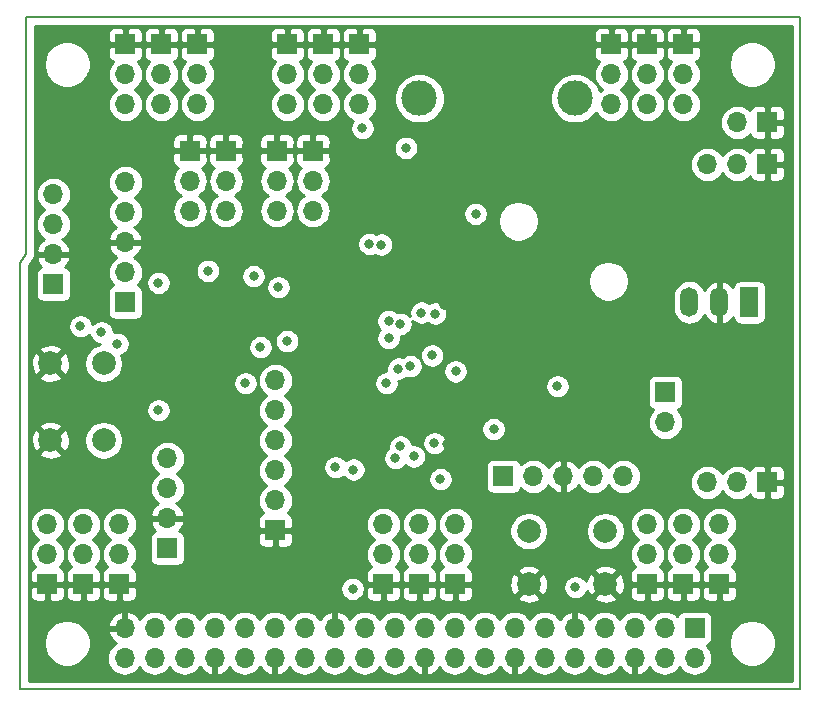
<source format=gbr>
G04 #@! TF.GenerationSoftware,KiCad,Pcbnew,(5.1.0)-1*
G04 #@! TF.CreationDate,2019-04-21T19:35:35+02:00*
G04 #@! TF.ProjectId,RM Board03,524d2042-6f61-4726-9430-332e6b696361,rev?*
G04 #@! TF.SameCoordinates,Original*
G04 #@! TF.FileFunction,Copper,L3,Inr*
G04 #@! TF.FilePolarity,Positive*
%FSLAX46Y46*%
G04 Gerber Fmt 4.6, Leading zero omitted, Abs format (unit mm)*
G04 Created by KiCad (PCBNEW (5.1.0)-1) date 2019-04-21 19:35:35*
%MOMM*%
%LPD*%
G04 APERTURE LIST*
%ADD10C,0.150000*%
%ADD11O,1.700000X1.700000*%
%ADD12R,1.700000X1.700000*%
%ADD13C,3.000000*%
%ADD14O,1.500000X2.500000*%
%ADD15R,1.500000X2.500000*%
%ADD16C,2.000000*%
%ADD17C,0.800000*%
%ADD18C,0.254000*%
G04 APERTURE END LIST*
D10*
X99314000Y-118872000D02*
X99314000Y-98806000D01*
X98806000Y-119634000D02*
X99314000Y-118872000D01*
X98806000Y-155702000D02*
X98806000Y-119634000D01*
X164846000Y-155702000D02*
X98806000Y-155702000D01*
X164846000Y-98806000D02*
X164846000Y-155702000D01*
X99314000Y-98806000D02*
X164846000Y-98806000D01*
D11*
X149860000Y-137668000D03*
X147320000Y-137668000D03*
X144780000Y-137668000D03*
X142240000Y-137668000D03*
D12*
X139700000Y-137668000D03*
D11*
X135636000Y-141732000D03*
X135636000Y-144272000D03*
D12*
X135636000Y-146812000D03*
D11*
X154940000Y-141732000D03*
X154940000Y-144272000D03*
D12*
X154940000Y-146812000D03*
D11*
X156972000Y-138176000D03*
X159512000Y-138176000D03*
D12*
X162052000Y-138176000D03*
D11*
X153416000Y-133096000D03*
D12*
X153416000Y-130556000D03*
D11*
X156972000Y-111252000D03*
X159512000Y-111252000D03*
D12*
X162052000Y-111252000D03*
D13*
X132592000Y-105664000D03*
X145792000Y-105664000D03*
D12*
X111252000Y-143764000D03*
D11*
X111252000Y-141224000D03*
X111252000Y-138684000D03*
X111252000Y-136144000D03*
X127508000Y-106172000D03*
X127508000Y-103632000D03*
D12*
X127508000Y-101092000D03*
D11*
X124460000Y-106172000D03*
X124460000Y-103632000D03*
D12*
X124460000Y-101092000D03*
D11*
X107696000Y-106172000D03*
X107696000Y-103632000D03*
D12*
X107696000Y-101092000D03*
D11*
X129540000Y-141732000D03*
X129540000Y-144272000D03*
D12*
X129540000Y-146812000D03*
D11*
X101092000Y-141732000D03*
X101092000Y-144272000D03*
D12*
X101092000Y-146812000D03*
D11*
X151892000Y-141732000D03*
X151892000Y-144272000D03*
D12*
X151892000Y-146812000D03*
D11*
X157988000Y-141732000D03*
X157988000Y-144272000D03*
D12*
X157988000Y-146812000D03*
D11*
X107188000Y-141732000D03*
X107188000Y-144272000D03*
D12*
X107188000Y-146812000D03*
D11*
X154940000Y-106172000D03*
X154940000Y-103632000D03*
D12*
X154940000Y-101092000D03*
D11*
X104140000Y-141732000D03*
X104140000Y-144272000D03*
D12*
X104140000Y-146812000D03*
D11*
X123571000Y-115189000D03*
X123571000Y-112649000D03*
D12*
X123571000Y-110109000D03*
D11*
X113157000Y-115189000D03*
X113157000Y-112649000D03*
D12*
X113157000Y-110109000D03*
D11*
X151892000Y-106172000D03*
X151892000Y-103632000D03*
D12*
X151892000Y-101092000D03*
D11*
X132588000Y-141732000D03*
X132588000Y-144272000D03*
D12*
X132588000Y-146812000D03*
D11*
X110744000Y-106172000D03*
X110744000Y-103632000D03*
D12*
X110744000Y-101092000D03*
D11*
X148844000Y-106172000D03*
X148844000Y-103632000D03*
D12*
X148844000Y-101092000D03*
D11*
X116205000Y-115189000D03*
X116205000Y-112649000D03*
D12*
X116205000Y-110109000D03*
D11*
X121412000Y-106172000D03*
X121412000Y-103632000D03*
D12*
X121412000Y-101092000D03*
D11*
X120523000Y-115189000D03*
X120523000Y-112649000D03*
D12*
X120523000Y-110109000D03*
D11*
X113792000Y-106172000D03*
X113792000Y-103632000D03*
D12*
X113792000Y-101092000D03*
D11*
X107696000Y-112776000D03*
X107696000Y-115316000D03*
X107696000Y-117856000D03*
X107696000Y-120396000D03*
D12*
X107696000Y-122936000D03*
D11*
X120396000Y-129540000D03*
X120396000Y-132080000D03*
X120396000Y-134620000D03*
X120396000Y-137160000D03*
X120396000Y-139700000D03*
D12*
X120396000Y-142240000D03*
D14*
X155448000Y-122936000D03*
X157988000Y-122936000D03*
D15*
X160528000Y-122936000D03*
D11*
X101600000Y-113792000D03*
X101600000Y-116332000D03*
X101600000Y-118872000D03*
D12*
X101600000Y-121412000D03*
D11*
X107636990Y-153062349D03*
X107636990Y-150522349D03*
X110176990Y-153062349D03*
X110176990Y-150522349D03*
X112716990Y-153062349D03*
X112716990Y-150522349D03*
X115256990Y-153062349D03*
X115256990Y-150522349D03*
X117796990Y-153062349D03*
X117796990Y-150522349D03*
X120336990Y-153062349D03*
X120336990Y-150522349D03*
X122876990Y-153062349D03*
X122876990Y-150522349D03*
X125416990Y-153062349D03*
X125416990Y-150522349D03*
X127956990Y-153062349D03*
X127956990Y-150522349D03*
X130496990Y-153062349D03*
X130496990Y-150522349D03*
X133036990Y-153062349D03*
X133036990Y-150522349D03*
X135576990Y-153062349D03*
X135576990Y-150522349D03*
X138116990Y-153062349D03*
X138116990Y-150522349D03*
X140656990Y-153062349D03*
X140656990Y-150522349D03*
X143196990Y-153062349D03*
X143196990Y-150522349D03*
X145736990Y-153062349D03*
X145736990Y-150522349D03*
X148276990Y-153062349D03*
X148276990Y-150522349D03*
X150816990Y-153062349D03*
X150816990Y-150522349D03*
X153356990Y-153062349D03*
X153356990Y-150522349D03*
X155896990Y-153062349D03*
D12*
X155896990Y-150522349D03*
D11*
X159512000Y-107696000D03*
D12*
X162052000Y-107696000D03*
D16*
X101346000Y-128120000D03*
X105846000Y-128120000D03*
X101346000Y-134620000D03*
X105846000Y-134620000D03*
X141836000Y-146812000D03*
X141836000Y-142312000D03*
X148336000Y-146812000D03*
X148336000Y-142312000D03*
D17*
X145288000Y-124206000D03*
X149606000Y-109728000D03*
X128524000Y-138938000D03*
X120650000Y-123190000D03*
X144272000Y-128524000D03*
X134954949Y-134935988D03*
X141732000Y-108966000D03*
X135636000Y-115379500D03*
X116078000Y-120840500D03*
X134627388Y-123163500D03*
X110490000Y-121285000D03*
X110490000Y-132080000D03*
X120650000Y-121666000D03*
X133858000Y-134874000D03*
X144272000Y-130048000D03*
X137350500Y-115443000D03*
X127000000Y-137096500D03*
X130813037Y-128550859D03*
X114681000Y-120271001D03*
X133671705Y-127430976D03*
X132758876Y-123805517D03*
X133921500Y-123888500D03*
X128345507Y-117999279D03*
X129344135Y-118051865D03*
X138874500Y-133667500D03*
X134366000Y-137912865D03*
X131826000Y-128348980D03*
X126936500Y-147193000D03*
X145796000Y-147066000D03*
X117856000Y-129794000D03*
X129984500Y-125981919D03*
X118544127Y-120721022D03*
X125476000Y-136906000D03*
X103886000Y-124968000D03*
X130556000Y-136144000D03*
X132111858Y-135984979D03*
X107012067Y-126450795D03*
X130974000Y-124756752D03*
X105664000Y-125476000D03*
X135646716Y-128779410D03*
X129975426Y-124517000D03*
X131445000Y-109855000D03*
X127762000Y-108204000D03*
X121383448Y-126221574D03*
X119130660Y-126741340D03*
X129794000Y-129794000D03*
X130969010Y-135143996D03*
D18*
G36*
X164136001Y-154992000D02*
G01*
X99516000Y-154992000D01*
X99516000Y-151596844D01*
X100781990Y-151596844D01*
X100781990Y-151987854D01*
X100858272Y-152371352D01*
X101007905Y-152732599D01*
X101225139Y-153057713D01*
X101501626Y-153334200D01*
X101826740Y-153551434D01*
X102187987Y-153701067D01*
X102571485Y-153777349D01*
X102962495Y-153777349D01*
X103345993Y-153701067D01*
X103707240Y-153551434D01*
X104032354Y-153334200D01*
X104304205Y-153062349D01*
X106144805Y-153062349D01*
X106173477Y-153353460D01*
X106258391Y-153633383D01*
X106396284Y-153891363D01*
X106581856Y-154117483D01*
X106807976Y-154303055D01*
X107065956Y-154440948D01*
X107345879Y-154525862D01*
X107564040Y-154547349D01*
X107709940Y-154547349D01*
X107928101Y-154525862D01*
X108208024Y-154440948D01*
X108466004Y-154303055D01*
X108692124Y-154117483D01*
X108877696Y-153891363D01*
X108906990Y-153836558D01*
X108936284Y-153891363D01*
X109121856Y-154117483D01*
X109347976Y-154303055D01*
X109605956Y-154440948D01*
X109885879Y-154525862D01*
X110104040Y-154547349D01*
X110249940Y-154547349D01*
X110468101Y-154525862D01*
X110748024Y-154440948D01*
X111006004Y-154303055D01*
X111232124Y-154117483D01*
X111417696Y-153891363D01*
X111446990Y-153836558D01*
X111476284Y-153891363D01*
X111661856Y-154117483D01*
X111887976Y-154303055D01*
X112145956Y-154440948D01*
X112425879Y-154525862D01*
X112644040Y-154547349D01*
X112789940Y-154547349D01*
X113008101Y-154525862D01*
X113288024Y-154440948D01*
X113546004Y-154303055D01*
X113772124Y-154117483D01*
X113957696Y-153891363D01*
X113992191Y-153826826D01*
X114061812Y-153943704D01*
X114256721Y-154159937D01*
X114490070Y-154333990D01*
X114752891Y-154459174D01*
X114900100Y-154503825D01*
X115129990Y-154382504D01*
X115129990Y-153189349D01*
X115109990Y-153189349D01*
X115109990Y-152935349D01*
X115129990Y-152935349D01*
X115129990Y-152915349D01*
X115383990Y-152915349D01*
X115383990Y-152935349D01*
X115403990Y-152935349D01*
X115403990Y-153189349D01*
X115383990Y-153189349D01*
X115383990Y-154382504D01*
X115613880Y-154503825D01*
X115761089Y-154459174D01*
X116023910Y-154333990D01*
X116257259Y-154159937D01*
X116452168Y-153943704D01*
X116521789Y-153826826D01*
X116556284Y-153891363D01*
X116741856Y-154117483D01*
X116967976Y-154303055D01*
X117225956Y-154440948D01*
X117505879Y-154525862D01*
X117724040Y-154547349D01*
X117869940Y-154547349D01*
X118088101Y-154525862D01*
X118368024Y-154440948D01*
X118626004Y-154303055D01*
X118852124Y-154117483D01*
X119037696Y-153891363D01*
X119072191Y-153826826D01*
X119141812Y-153943704D01*
X119336721Y-154159937D01*
X119570070Y-154333990D01*
X119832891Y-154459174D01*
X119980100Y-154503825D01*
X120209990Y-154382504D01*
X120209990Y-153189349D01*
X120189990Y-153189349D01*
X120189990Y-152935349D01*
X120209990Y-152935349D01*
X120209990Y-152915349D01*
X120463990Y-152915349D01*
X120463990Y-152935349D01*
X120483990Y-152935349D01*
X120483990Y-153189349D01*
X120463990Y-153189349D01*
X120463990Y-154382504D01*
X120693880Y-154503825D01*
X120841089Y-154459174D01*
X121103910Y-154333990D01*
X121337259Y-154159937D01*
X121532168Y-153943704D01*
X121601789Y-153826826D01*
X121636284Y-153891363D01*
X121821856Y-154117483D01*
X122047976Y-154303055D01*
X122305956Y-154440948D01*
X122585879Y-154525862D01*
X122804040Y-154547349D01*
X122949940Y-154547349D01*
X123168101Y-154525862D01*
X123448024Y-154440948D01*
X123706004Y-154303055D01*
X123932124Y-154117483D01*
X124117696Y-153891363D01*
X124146990Y-153836558D01*
X124176284Y-153891363D01*
X124361856Y-154117483D01*
X124587976Y-154303055D01*
X124845956Y-154440948D01*
X125125879Y-154525862D01*
X125344040Y-154547349D01*
X125489940Y-154547349D01*
X125708101Y-154525862D01*
X125988024Y-154440948D01*
X126246004Y-154303055D01*
X126472124Y-154117483D01*
X126657696Y-153891363D01*
X126686990Y-153836558D01*
X126716284Y-153891363D01*
X126901856Y-154117483D01*
X127127976Y-154303055D01*
X127385956Y-154440948D01*
X127665879Y-154525862D01*
X127884040Y-154547349D01*
X128029940Y-154547349D01*
X128248101Y-154525862D01*
X128528024Y-154440948D01*
X128786004Y-154303055D01*
X129012124Y-154117483D01*
X129197696Y-153891363D01*
X129226990Y-153836558D01*
X129256284Y-153891363D01*
X129441856Y-154117483D01*
X129667976Y-154303055D01*
X129925956Y-154440948D01*
X130205879Y-154525862D01*
X130424040Y-154547349D01*
X130569940Y-154547349D01*
X130788101Y-154525862D01*
X131068024Y-154440948D01*
X131326004Y-154303055D01*
X131552124Y-154117483D01*
X131737696Y-153891363D01*
X131772191Y-153826826D01*
X131841812Y-153943704D01*
X132036721Y-154159937D01*
X132270070Y-154333990D01*
X132532891Y-154459174D01*
X132680100Y-154503825D01*
X132909990Y-154382504D01*
X132909990Y-153189349D01*
X132889990Y-153189349D01*
X132889990Y-152935349D01*
X132909990Y-152935349D01*
X132909990Y-152915349D01*
X133163990Y-152915349D01*
X133163990Y-152935349D01*
X133183990Y-152935349D01*
X133183990Y-153189349D01*
X133163990Y-153189349D01*
X133163990Y-154382504D01*
X133393880Y-154503825D01*
X133541089Y-154459174D01*
X133803910Y-154333990D01*
X134037259Y-154159937D01*
X134232168Y-153943704D01*
X134301789Y-153826826D01*
X134336284Y-153891363D01*
X134521856Y-154117483D01*
X134747976Y-154303055D01*
X135005956Y-154440948D01*
X135285879Y-154525862D01*
X135504040Y-154547349D01*
X135649940Y-154547349D01*
X135868101Y-154525862D01*
X136148024Y-154440948D01*
X136406004Y-154303055D01*
X136632124Y-154117483D01*
X136817696Y-153891363D01*
X136846990Y-153836558D01*
X136876284Y-153891363D01*
X137061856Y-154117483D01*
X137287976Y-154303055D01*
X137545956Y-154440948D01*
X137825879Y-154525862D01*
X138044040Y-154547349D01*
X138189940Y-154547349D01*
X138408101Y-154525862D01*
X138688024Y-154440948D01*
X138946004Y-154303055D01*
X139172124Y-154117483D01*
X139357696Y-153891363D01*
X139392191Y-153826826D01*
X139461812Y-153943704D01*
X139656721Y-154159937D01*
X139890070Y-154333990D01*
X140152891Y-154459174D01*
X140300100Y-154503825D01*
X140529990Y-154382504D01*
X140529990Y-153189349D01*
X140509990Y-153189349D01*
X140509990Y-152935349D01*
X140529990Y-152935349D01*
X140529990Y-152915349D01*
X140783990Y-152915349D01*
X140783990Y-152935349D01*
X140803990Y-152935349D01*
X140803990Y-153189349D01*
X140783990Y-153189349D01*
X140783990Y-154382504D01*
X141013880Y-154503825D01*
X141161089Y-154459174D01*
X141423910Y-154333990D01*
X141657259Y-154159937D01*
X141852168Y-153943704D01*
X141921789Y-153826826D01*
X141956284Y-153891363D01*
X142141856Y-154117483D01*
X142367976Y-154303055D01*
X142625956Y-154440948D01*
X142905879Y-154525862D01*
X143124040Y-154547349D01*
X143269940Y-154547349D01*
X143488101Y-154525862D01*
X143768024Y-154440948D01*
X144026004Y-154303055D01*
X144252124Y-154117483D01*
X144437696Y-153891363D01*
X144466990Y-153836558D01*
X144496284Y-153891363D01*
X144681856Y-154117483D01*
X144907976Y-154303055D01*
X145165956Y-154440948D01*
X145445879Y-154525862D01*
X145664040Y-154547349D01*
X145809940Y-154547349D01*
X146028101Y-154525862D01*
X146308024Y-154440948D01*
X146566004Y-154303055D01*
X146792124Y-154117483D01*
X146977696Y-153891363D01*
X147006990Y-153836558D01*
X147036284Y-153891363D01*
X147221856Y-154117483D01*
X147447976Y-154303055D01*
X147705956Y-154440948D01*
X147985879Y-154525862D01*
X148204040Y-154547349D01*
X148349940Y-154547349D01*
X148568101Y-154525862D01*
X148848024Y-154440948D01*
X149106004Y-154303055D01*
X149332124Y-154117483D01*
X149517696Y-153891363D01*
X149552191Y-153826826D01*
X149621812Y-153943704D01*
X149816721Y-154159937D01*
X150050070Y-154333990D01*
X150312891Y-154459174D01*
X150460100Y-154503825D01*
X150689990Y-154382504D01*
X150689990Y-153189349D01*
X150669990Y-153189349D01*
X150669990Y-152935349D01*
X150689990Y-152935349D01*
X150689990Y-152915349D01*
X150943990Y-152915349D01*
X150943990Y-152935349D01*
X150963990Y-152935349D01*
X150963990Y-153189349D01*
X150943990Y-153189349D01*
X150943990Y-154382504D01*
X151173880Y-154503825D01*
X151321089Y-154459174D01*
X151583910Y-154333990D01*
X151817259Y-154159937D01*
X152012168Y-153943704D01*
X152081789Y-153826826D01*
X152116284Y-153891363D01*
X152301856Y-154117483D01*
X152527976Y-154303055D01*
X152785956Y-154440948D01*
X153065879Y-154525862D01*
X153284040Y-154547349D01*
X153429940Y-154547349D01*
X153648101Y-154525862D01*
X153928024Y-154440948D01*
X154186004Y-154303055D01*
X154412124Y-154117483D01*
X154597696Y-153891363D01*
X154626990Y-153836558D01*
X154656284Y-153891363D01*
X154841856Y-154117483D01*
X155067976Y-154303055D01*
X155325956Y-154440948D01*
X155605879Y-154525862D01*
X155824040Y-154547349D01*
X155969940Y-154547349D01*
X156188101Y-154525862D01*
X156468024Y-154440948D01*
X156726004Y-154303055D01*
X156952124Y-154117483D01*
X157137696Y-153891363D01*
X157275589Y-153633383D01*
X157360503Y-153353460D01*
X157389175Y-153062349D01*
X157360503Y-152771238D01*
X157275589Y-152491315D01*
X157137696Y-152233335D01*
X156952124Y-152007215D01*
X156922303Y-151982742D01*
X156991170Y-151961851D01*
X157101484Y-151902886D01*
X157198175Y-151823534D01*
X157277527Y-151726843D01*
X157336492Y-151616529D01*
X157342463Y-151596844D01*
X158781990Y-151596844D01*
X158781990Y-151987854D01*
X158858272Y-152371352D01*
X159007905Y-152732599D01*
X159225139Y-153057713D01*
X159501626Y-153334200D01*
X159826740Y-153551434D01*
X160187987Y-153701067D01*
X160571485Y-153777349D01*
X160962495Y-153777349D01*
X161345993Y-153701067D01*
X161707240Y-153551434D01*
X162032354Y-153334200D01*
X162308841Y-153057713D01*
X162526075Y-152732599D01*
X162675708Y-152371352D01*
X162751990Y-151987854D01*
X162751990Y-151596844D01*
X162675708Y-151213346D01*
X162526075Y-150852099D01*
X162308841Y-150526985D01*
X162032354Y-150250498D01*
X161707240Y-150033264D01*
X161345993Y-149883631D01*
X160962495Y-149807349D01*
X160571485Y-149807349D01*
X160187987Y-149883631D01*
X159826740Y-150033264D01*
X159501626Y-150250498D01*
X159225139Y-150526985D01*
X159007905Y-150852099D01*
X158858272Y-151213346D01*
X158781990Y-151596844D01*
X157342463Y-151596844D01*
X157372802Y-151496831D01*
X157385062Y-151372349D01*
X157385062Y-149672349D01*
X157372802Y-149547867D01*
X157336492Y-149428169D01*
X157277527Y-149317855D01*
X157198175Y-149221164D01*
X157101484Y-149141812D01*
X156991170Y-149082847D01*
X156871472Y-149046537D01*
X156746990Y-149034277D01*
X155046990Y-149034277D01*
X154922508Y-149046537D01*
X154802810Y-149082847D01*
X154692496Y-149141812D01*
X154595805Y-149221164D01*
X154516453Y-149317855D01*
X154457488Y-149428169D01*
X154436597Y-149497036D01*
X154412124Y-149467215D01*
X154186004Y-149281643D01*
X153928024Y-149143750D01*
X153648101Y-149058836D01*
X153429940Y-149037349D01*
X153284040Y-149037349D01*
X153065879Y-149058836D01*
X152785956Y-149143750D01*
X152527976Y-149281643D01*
X152301856Y-149467215D01*
X152116284Y-149693335D01*
X152086990Y-149748140D01*
X152057696Y-149693335D01*
X151872124Y-149467215D01*
X151646004Y-149281643D01*
X151388024Y-149143750D01*
X151108101Y-149058836D01*
X150889940Y-149037349D01*
X150744040Y-149037349D01*
X150525879Y-149058836D01*
X150245956Y-149143750D01*
X149987976Y-149281643D01*
X149761856Y-149467215D01*
X149576284Y-149693335D01*
X149546990Y-149748140D01*
X149517696Y-149693335D01*
X149332124Y-149467215D01*
X149106004Y-149281643D01*
X148848024Y-149143750D01*
X148568101Y-149058836D01*
X148349940Y-149037349D01*
X148204040Y-149037349D01*
X147985879Y-149058836D01*
X147705956Y-149143750D01*
X147447976Y-149281643D01*
X147221856Y-149467215D01*
X147036284Y-149693335D01*
X147001789Y-149757872D01*
X146932168Y-149640994D01*
X146737259Y-149424761D01*
X146503910Y-149250708D01*
X146241089Y-149125524D01*
X146093880Y-149080873D01*
X145863990Y-149202194D01*
X145863990Y-150395349D01*
X145883990Y-150395349D01*
X145883990Y-150649349D01*
X145863990Y-150649349D01*
X145863990Y-150669349D01*
X145609990Y-150669349D01*
X145609990Y-150649349D01*
X145589990Y-150649349D01*
X145589990Y-150395349D01*
X145609990Y-150395349D01*
X145609990Y-149202194D01*
X145380100Y-149080873D01*
X145232891Y-149125524D01*
X144970070Y-149250708D01*
X144736721Y-149424761D01*
X144541812Y-149640994D01*
X144472191Y-149757872D01*
X144437696Y-149693335D01*
X144252124Y-149467215D01*
X144026004Y-149281643D01*
X143768024Y-149143750D01*
X143488101Y-149058836D01*
X143269940Y-149037349D01*
X143124040Y-149037349D01*
X142905879Y-149058836D01*
X142625956Y-149143750D01*
X142367976Y-149281643D01*
X142141856Y-149467215D01*
X141956284Y-149693335D01*
X141926990Y-149748140D01*
X141897696Y-149693335D01*
X141712124Y-149467215D01*
X141486004Y-149281643D01*
X141228024Y-149143750D01*
X140948101Y-149058836D01*
X140729940Y-149037349D01*
X140584040Y-149037349D01*
X140365879Y-149058836D01*
X140085956Y-149143750D01*
X139827976Y-149281643D01*
X139601856Y-149467215D01*
X139416284Y-149693335D01*
X139386990Y-149748140D01*
X139357696Y-149693335D01*
X139172124Y-149467215D01*
X138946004Y-149281643D01*
X138688024Y-149143750D01*
X138408101Y-149058836D01*
X138189940Y-149037349D01*
X138044040Y-149037349D01*
X137825879Y-149058836D01*
X137545956Y-149143750D01*
X137287976Y-149281643D01*
X137061856Y-149467215D01*
X136876284Y-149693335D01*
X136846990Y-149748140D01*
X136817696Y-149693335D01*
X136632124Y-149467215D01*
X136406004Y-149281643D01*
X136148024Y-149143750D01*
X135868101Y-149058836D01*
X135649940Y-149037349D01*
X135504040Y-149037349D01*
X135285879Y-149058836D01*
X135005956Y-149143750D01*
X134747976Y-149281643D01*
X134521856Y-149467215D01*
X134336284Y-149693335D01*
X134306990Y-149748140D01*
X134277696Y-149693335D01*
X134092124Y-149467215D01*
X133866004Y-149281643D01*
X133608024Y-149143750D01*
X133328101Y-149058836D01*
X133109940Y-149037349D01*
X132964040Y-149037349D01*
X132745879Y-149058836D01*
X132465956Y-149143750D01*
X132207976Y-149281643D01*
X131981856Y-149467215D01*
X131796284Y-149693335D01*
X131766990Y-149748140D01*
X131737696Y-149693335D01*
X131552124Y-149467215D01*
X131326004Y-149281643D01*
X131068024Y-149143750D01*
X130788101Y-149058836D01*
X130569940Y-149037349D01*
X130424040Y-149037349D01*
X130205879Y-149058836D01*
X129925956Y-149143750D01*
X129667976Y-149281643D01*
X129441856Y-149467215D01*
X129256284Y-149693335D01*
X129226990Y-149748140D01*
X129197696Y-149693335D01*
X129012124Y-149467215D01*
X128786004Y-149281643D01*
X128528024Y-149143750D01*
X128248101Y-149058836D01*
X128029940Y-149037349D01*
X127884040Y-149037349D01*
X127665879Y-149058836D01*
X127385956Y-149143750D01*
X127127976Y-149281643D01*
X126901856Y-149467215D01*
X126716284Y-149693335D01*
X126681789Y-149757872D01*
X126612168Y-149640994D01*
X126417259Y-149424761D01*
X126183910Y-149250708D01*
X125921089Y-149125524D01*
X125773880Y-149080873D01*
X125543990Y-149202194D01*
X125543990Y-150395349D01*
X125563990Y-150395349D01*
X125563990Y-150649349D01*
X125543990Y-150649349D01*
X125543990Y-150669349D01*
X125289990Y-150669349D01*
X125289990Y-150649349D01*
X125269990Y-150649349D01*
X125269990Y-150395349D01*
X125289990Y-150395349D01*
X125289990Y-149202194D01*
X125060100Y-149080873D01*
X124912891Y-149125524D01*
X124650070Y-149250708D01*
X124416721Y-149424761D01*
X124221812Y-149640994D01*
X124152191Y-149757872D01*
X124117696Y-149693335D01*
X123932124Y-149467215D01*
X123706004Y-149281643D01*
X123448024Y-149143750D01*
X123168101Y-149058836D01*
X122949940Y-149037349D01*
X122804040Y-149037349D01*
X122585879Y-149058836D01*
X122305956Y-149143750D01*
X122047976Y-149281643D01*
X121821856Y-149467215D01*
X121636284Y-149693335D01*
X121606990Y-149748140D01*
X121577696Y-149693335D01*
X121392124Y-149467215D01*
X121166004Y-149281643D01*
X120908024Y-149143750D01*
X120628101Y-149058836D01*
X120409940Y-149037349D01*
X120264040Y-149037349D01*
X120045879Y-149058836D01*
X119765956Y-149143750D01*
X119507976Y-149281643D01*
X119281856Y-149467215D01*
X119096284Y-149693335D01*
X119066990Y-149748140D01*
X119037696Y-149693335D01*
X118852124Y-149467215D01*
X118626004Y-149281643D01*
X118368024Y-149143750D01*
X118088101Y-149058836D01*
X117869940Y-149037349D01*
X117724040Y-149037349D01*
X117505879Y-149058836D01*
X117225956Y-149143750D01*
X116967976Y-149281643D01*
X116741856Y-149467215D01*
X116556284Y-149693335D01*
X116526990Y-149748140D01*
X116497696Y-149693335D01*
X116312124Y-149467215D01*
X116086004Y-149281643D01*
X115828024Y-149143750D01*
X115548101Y-149058836D01*
X115329940Y-149037349D01*
X115184040Y-149037349D01*
X114965879Y-149058836D01*
X114685956Y-149143750D01*
X114427976Y-149281643D01*
X114201856Y-149467215D01*
X114016284Y-149693335D01*
X113986990Y-149748140D01*
X113957696Y-149693335D01*
X113772124Y-149467215D01*
X113546004Y-149281643D01*
X113288024Y-149143750D01*
X113008101Y-149058836D01*
X112789940Y-149037349D01*
X112644040Y-149037349D01*
X112425879Y-149058836D01*
X112145956Y-149143750D01*
X111887976Y-149281643D01*
X111661856Y-149467215D01*
X111476284Y-149693335D01*
X111446990Y-149748140D01*
X111417696Y-149693335D01*
X111232124Y-149467215D01*
X111006004Y-149281643D01*
X110748024Y-149143750D01*
X110468101Y-149058836D01*
X110249940Y-149037349D01*
X110104040Y-149037349D01*
X109885879Y-149058836D01*
X109605956Y-149143750D01*
X109347976Y-149281643D01*
X109121856Y-149467215D01*
X108936284Y-149693335D01*
X108901789Y-149757872D01*
X108832168Y-149640994D01*
X108637259Y-149424761D01*
X108403910Y-149250708D01*
X108141089Y-149125524D01*
X107993880Y-149080873D01*
X107763990Y-149202194D01*
X107763990Y-150395349D01*
X107783990Y-150395349D01*
X107783990Y-150649349D01*
X107763990Y-150649349D01*
X107763990Y-150669349D01*
X107509990Y-150669349D01*
X107509990Y-150649349D01*
X106316176Y-150649349D01*
X106195509Y-150879240D01*
X106292833Y-151153601D01*
X106441812Y-151403704D01*
X106636721Y-151619937D01*
X106865746Y-151790765D01*
X106807976Y-151821643D01*
X106581856Y-152007215D01*
X106396284Y-152233335D01*
X106258391Y-152491315D01*
X106173477Y-152771238D01*
X106144805Y-153062349D01*
X104304205Y-153062349D01*
X104308841Y-153057713D01*
X104526075Y-152732599D01*
X104675708Y-152371352D01*
X104751990Y-151987854D01*
X104751990Y-151596844D01*
X104675708Y-151213346D01*
X104526075Y-150852099D01*
X104308841Y-150526985D01*
X104032354Y-150250498D01*
X103905083Y-150165458D01*
X106195509Y-150165458D01*
X106316176Y-150395349D01*
X107509990Y-150395349D01*
X107509990Y-149202194D01*
X107280100Y-149080873D01*
X107132891Y-149125524D01*
X106870070Y-149250708D01*
X106636721Y-149424761D01*
X106441812Y-149640994D01*
X106292833Y-149891097D01*
X106195509Y-150165458D01*
X103905083Y-150165458D01*
X103707240Y-150033264D01*
X103345993Y-149883631D01*
X102962495Y-149807349D01*
X102571485Y-149807349D01*
X102187987Y-149883631D01*
X101826740Y-150033264D01*
X101501626Y-150250498D01*
X101225139Y-150526985D01*
X101007905Y-150852099D01*
X100858272Y-151213346D01*
X100781990Y-151596844D01*
X99516000Y-151596844D01*
X99516000Y-147662000D01*
X99603928Y-147662000D01*
X99616188Y-147786482D01*
X99652498Y-147906180D01*
X99711463Y-148016494D01*
X99790815Y-148113185D01*
X99887506Y-148192537D01*
X99997820Y-148251502D01*
X100117518Y-148287812D01*
X100242000Y-148300072D01*
X100806250Y-148297000D01*
X100965000Y-148138250D01*
X100965000Y-146939000D01*
X101219000Y-146939000D01*
X101219000Y-148138250D01*
X101377750Y-148297000D01*
X101942000Y-148300072D01*
X102066482Y-148287812D01*
X102186180Y-148251502D01*
X102296494Y-148192537D01*
X102393185Y-148113185D01*
X102472537Y-148016494D01*
X102531502Y-147906180D01*
X102567812Y-147786482D01*
X102580072Y-147662000D01*
X102651928Y-147662000D01*
X102664188Y-147786482D01*
X102700498Y-147906180D01*
X102759463Y-148016494D01*
X102838815Y-148113185D01*
X102935506Y-148192537D01*
X103045820Y-148251502D01*
X103165518Y-148287812D01*
X103290000Y-148300072D01*
X103854250Y-148297000D01*
X104013000Y-148138250D01*
X104013000Y-146939000D01*
X104267000Y-146939000D01*
X104267000Y-148138250D01*
X104425750Y-148297000D01*
X104990000Y-148300072D01*
X105114482Y-148287812D01*
X105234180Y-148251502D01*
X105344494Y-148192537D01*
X105441185Y-148113185D01*
X105520537Y-148016494D01*
X105579502Y-147906180D01*
X105615812Y-147786482D01*
X105628072Y-147662000D01*
X105699928Y-147662000D01*
X105712188Y-147786482D01*
X105748498Y-147906180D01*
X105807463Y-148016494D01*
X105886815Y-148113185D01*
X105983506Y-148192537D01*
X106093820Y-148251502D01*
X106213518Y-148287812D01*
X106338000Y-148300072D01*
X106902250Y-148297000D01*
X107061000Y-148138250D01*
X107061000Y-146939000D01*
X107315000Y-146939000D01*
X107315000Y-148138250D01*
X107473750Y-148297000D01*
X108038000Y-148300072D01*
X108162482Y-148287812D01*
X108282180Y-148251502D01*
X108392494Y-148192537D01*
X108489185Y-148113185D01*
X108568537Y-148016494D01*
X108627502Y-147906180D01*
X108663812Y-147786482D01*
X108676072Y-147662000D01*
X108673000Y-147097750D01*
X108666311Y-147091061D01*
X125901500Y-147091061D01*
X125901500Y-147294939D01*
X125941274Y-147494898D01*
X126019295Y-147683256D01*
X126132563Y-147852774D01*
X126276726Y-147996937D01*
X126446244Y-148110205D01*
X126634602Y-148188226D01*
X126834561Y-148228000D01*
X127038439Y-148228000D01*
X127238398Y-148188226D01*
X127426756Y-148110205D01*
X127596274Y-147996937D01*
X127740437Y-147852774D01*
X127853705Y-147683256D01*
X127862509Y-147662000D01*
X128051928Y-147662000D01*
X128064188Y-147786482D01*
X128100498Y-147906180D01*
X128159463Y-148016494D01*
X128238815Y-148113185D01*
X128335506Y-148192537D01*
X128445820Y-148251502D01*
X128565518Y-148287812D01*
X128690000Y-148300072D01*
X129254250Y-148297000D01*
X129413000Y-148138250D01*
X129413000Y-146939000D01*
X129667000Y-146939000D01*
X129667000Y-148138250D01*
X129825750Y-148297000D01*
X130390000Y-148300072D01*
X130514482Y-148287812D01*
X130634180Y-148251502D01*
X130744494Y-148192537D01*
X130841185Y-148113185D01*
X130920537Y-148016494D01*
X130979502Y-147906180D01*
X131015812Y-147786482D01*
X131028072Y-147662000D01*
X131099928Y-147662000D01*
X131112188Y-147786482D01*
X131148498Y-147906180D01*
X131207463Y-148016494D01*
X131286815Y-148113185D01*
X131383506Y-148192537D01*
X131493820Y-148251502D01*
X131613518Y-148287812D01*
X131738000Y-148300072D01*
X132302250Y-148297000D01*
X132461000Y-148138250D01*
X132461000Y-146939000D01*
X132715000Y-146939000D01*
X132715000Y-148138250D01*
X132873750Y-148297000D01*
X133438000Y-148300072D01*
X133562482Y-148287812D01*
X133682180Y-148251502D01*
X133792494Y-148192537D01*
X133889185Y-148113185D01*
X133968537Y-148016494D01*
X134027502Y-147906180D01*
X134063812Y-147786482D01*
X134076072Y-147662000D01*
X134147928Y-147662000D01*
X134160188Y-147786482D01*
X134196498Y-147906180D01*
X134255463Y-148016494D01*
X134334815Y-148113185D01*
X134431506Y-148192537D01*
X134541820Y-148251502D01*
X134661518Y-148287812D01*
X134786000Y-148300072D01*
X135350250Y-148297000D01*
X135509000Y-148138250D01*
X135509000Y-146939000D01*
X135763000Y-146939000D01*
X135763000Y-148138250D01*
X135921750Y-148297000D01*
X136486000Y-148300072D01*
X136610482Y-148287812D01*
X136730180Y-148251502D01*
X136840494Y-148192537D01*
X136937185Y-148113185D01*
X137016537Y-148016494D01*
X137053462Y-147947413D01*
X140880192Y-147947413D01*
X140975956Y-148211814D01*
X141265571Y-148352704D01*
X141577108Y-148434384D01*
X141898595Y-148453718D01*
X142217675Y-148409961D01*
X142522088Y-148304795D01*
X142696044Y-148211814D01*
X142791808Y-147947413D01*
X141836000Y-146991605D01*
X140880192Y-147947413D01*
X137053462Y-147947413D01*
X137075502Y-147906180D01*
X137111812Y-147786482D01*
X137124072Y-147662000D01*
X137121000Y-147097750D01*
X136962250Y-146939000D01*
X135763000Y-146939000D01*
X135509000Y-146939000D01*
X134309750Y-146939000D01*
X134151000Y-147097750D01*
X134147928Y-147662000D01*
X134076072Y-147662000D01*
X134073000Y-147097750D01*
X133914250Y-146939000D01*
X132715000Y-146939000D01*
X132461000Y-146939000D01*
X131261750Y-146939000D01*
X131103000Y-147097750D01*
X131099928Y-147662000D01*
X131028072Y-147662000D01*
X131025000Y-147097750D01*
X130866250Y-146939000D01*
X129667000Y-146939000D01*
X129413000Y-146939000D01*
X128213750Y-146939000D01*
X128055000Y-147097750D01*
X128051928Y-147662000D01*
X127862509Y-147662000D01*
X127931726Y-147494898D01*
X127971500Y-147294939D01*
X127971500Y-147091061D01*
X127931726Y-146891102D01*
X127924889Y-146874595D01*
X140194282Y-146874595D01*
X140238039Y-147193675D01*
X140343205Y-147498088D01*
X140436186Y-147672044D01*
X140700587Y-147767808D01*
X141656395Y-146812000D01*
X142015605Y-146812000D01*
X142971413Y-147767808D01*
X143235814Y-147672044D01*
X143376704Y-147382429D01*
X143458384Y-147070892D01*
X143464808Y-146964061D01*
X144761000Y-146964061D01*
X144761000Y-147167939D01*
X144800774Y-147367898D01*
X144878795Y-147556256D01*
X144992063Y-147725774D01*
X145136226Y-147869937D01*
X145305744Y-147983205D01*
X145494102Y-148061226D01*
X145694061Y-148101000D01*
X145897939Y-148101000D01*
X146097898Y-148061226D01*
X146286256Y-147983205D01*
X146339822Y-147947413D01*
X147380192Y-147947413D01*
X147475956Y-148211814D01*
X147765571Y-148352704D01*
X148077108Y-148434384D01*
X148398595Y-148453718D01*
X148717675Y-148409961D01*
X149022088Y-148304795D01*
X149196044Y-148211814D01*
X149291808Y-147947413D01*
X148336000Y-146991605D01*
X147380192Y-147947413D01*
X146339822Y-147947413D01*
X146455774Y-147869937D01*
X146599937Y-147725774D01*
X146713205Y-147556256D01*
X146791226Y-147367898D01*
X146793784Y-147355036D01*
X146843205Y-147498088D01*
X146936186Y-147672044D01*
X147200587Y-147767808D01*
X148156395Y-146812000D01*
X148515605Y-146812000D01*
X149471413Y-147767808D01*
X149735814Y-147672044D01*
X149740700Y-147662000D01*
X150403928Y-147662000D01*
X150416188Y-147786482D01*
X150452498Y-147906180D01*
X150511463Y-148016494D01*
X150590815Y-148113185D01*
X150687506Y-148192537D01*
X150797820Y-148251502D01*
X150917518Y-148287812D01*
X151042000Y-148300072D01*
X151606250Y-148297000D01*
X151765000Y-148138250D01*
X151765000Y-146939000D01*
X152019000Y-146939000D01*
X152019000Y-148138250D01*
X152177750Y-148297000D01*
X152742000Y-148300072D01*
X152866482Y-148287812D01*
X152986180Y-148251502D01*
X153096494Y-148192537D01*
X153193185Y-148113185D01*
X153272537Y-148016494D01*
X153331502Y-147906180D01*
X153367812Y-147786482D01*
X153380072Y-147662000D01*
X153451928Y-147662000D01*
X153464188Y-147786482D01*
X153500498Y-147906180D01*
X153559463Y-148016494D01*
X153638815Y-148113185D01*
X153735506Y-148192537D01*
X153845820Y-148251502D01*
X153965518Y-148287812D01*
X154090000Y-148300072D01*
X154654250Y-148297000D01*
X154813000Y-148138250D01*
X154813000Y-146939000D01*
X155067000Y-146939000D01*
X155067000Y-148138250D01*
X155225750Y-148297000D01*
X155790000Y-148300072D01*
X155914482Y-148287812D01*
X156034180Y-148251502D01*
X156144494Y-148192537D01*
X156241185Y-148113185D01*
X156320537Y-148016494D01*
X156379502Y-147906180D01*
X156415812Y-147786482D01*
X156428072Y-147662000D01*
X156499928Y-147662000D01*
X156512188Y-147786482D01*
X156548498Y-147906180D01*
X156607463Y-148016494D01*
X156686815Y-148113185D01*
X156783506Y-148192537D01*
X156893820Y-148251502D01*
X157013518Y-148287812D01*
X157138000Y-148300072D01*
X157702250Y-148297000D01*
X157861000Y-148138250D01*
X157861000Y-146939000D01*
X158115000Y-146939000D01*
X158115000Y-148138250D01*
X158273750Y-148297000D01*
X158838000Y-148300072D01*
X158962482Y-148287812D01*
X159082180Y-148251502D01*
X159192494Y-148192537D01*
X159289185Y-148113185D01*
X159368537Y-148016494D01*
X159427502Y-147906180D01*
X159463812Y-147786482D01*
X159476072Y-147662000D01*
X159473000Y-147097750D01*
X159314250Y-146939000D01*
X158115000Y-146939000D01*
X157861000Y-146939000D01*
X156661750Y-146939000D01*
X156503000Y-147097750D01*
X156499928Y-147662000D01*
X156428072Y-147662000D01*
X156425000Y-147097750D01*
X156266250Y-146939000D01*
X155067000Y-146939000D01*
X154813000Y-146939000D01*
X153613750Y-146939000D01*
X153455000Y-147097750D01*
X153451928Y-147662000D01*
X153380072Y-147662000D01*
X153377000Y-147097750D01*
X153218250Y-146939000D01*
X152019000Y-146939000D01*
X151765000Y-146939000D01*
X150565750Y-146939000D01*
X150407000Y-147097750D01*
X150403928Y-147662000D01*
X149740700Y-147662000D01*
X149876704Y-147382429D01*
X149958384Y-147070892D01*
X149977718Y-146749405D01*
X149933961Y-146430325D01*
X149828795Y-146125912D01*
X149735814Y-145951956D01*
X149471413Y-145856192D01*
X148515605Y-146812000D01*
X148156395Y-146812000D01*
X147200587Y-145856192D01*
X146936186Y-145951956D01*
X146795296Y-146241571D01*
X146713616Y-146553108D01*
X146712333Y-146574439D01*
X146599937Y-146406226D01*
X146455774Y-146262063D01*
X146286256Y-146148795D01*
X146097898Y-146070774D01*
X145897939Y-146031000D01*
X145694061Y-146031000D01*
X145494102Y-146070774D01*
X145305744Y-146148795D01*
X145136226Y-146262063D01*
X144992063Y-146406226D01*
X144878795Y-146575744D01*
X144800774Y-146764102D01*
X144761000Y-146964061D01*
X143464808Y-146964061D01*
X143477718Y-146749405D01*
X143433961Y-146430325D01*
X143328795Y-146125912D01*
X143235814Y-145951956D01*
X142971413Y-145856192D01*
X142015605Y-146812000D01*
X141656395Y-146812000D01*
X140700587Y-145856192D01*
X140436186Y-145951956D01*
X140295296Y-146241571D01*
X140213616Y-146553108D01*
X140194282Y-146874595D01*
X127924889Y-146874595D01*
X127853705Y-146702744D01*
X127740437Y-146533226D01*
X127596274Y-146389063D01*
X127426756Y-146275795D01*
X127238398Y-146197774D01*
X127038439Y-146158000D01*
X126834561Y-146158000D01*
X126634602Y-146197774D01*
X126446244Y-146275795D01*
X126276726Y-146389063D01*
X126132563Y-146533226D01*
X126019295Y-146702744D01*
X125941274Y-146891102D01*
X125901500Y-147091061D01*
X108666311Y-147091061D01*
X108514250Y-146939000D01*
X107315000Y-146939000D01*
X107061000Y-146939000D01*
X105861750Y-146939000D01*
X105703000Y-147097750D01*
X105699928Y-147662000D01*
X105628072Y-147662000D01*
X105625000Y-147097750D01*
X105466250Y-146939000D01*
X104267000Y-146939000D01*
X104013000Y-146939000D01*
X102813750Y-146939000D01*
X102655000Y-147097750D01*
X102651928Y-147662000D01*
X102580072Y-147662000D01*
X102577000Y-147097750D01*
X102418250Y-146939000D01*
X101219000Y-146939000D01*
X100965000Y-146939000D01*
X99765750Y-146939000D01*
X99607000Y-147097750D01*
X99603928Y-147662000D01*
X99516000Y-147662000D01*
X99516000Y-141732000D01*
X99599815Y-141732000D01*
X99628487Y-142023111D01*
X99713401Y-142303034D01*
X99851294Y-142561014D01*
X100036866Y-142787134D01*
X100262986Y-142972706D01*
X100317791Y-143002000D01*
X100262986Y-143031294D01*
X100036866Y-143216866D01*
X99851294Y-143442986D01*
X99713401Y-143700966D01*
X99628487Y-143980889D01*
X99599815Y-144272000D01*
X99628487Y-144563111D01*
X99713401Y-144843034D01*
X99851294Y-145101014D01*
X100036866Y-145327134D01*
X100066687Y-145351607D01*
X99997820Y-145372498D01*
X99887506Y-145431463D01*
X99790815Y-145510815D01*
X99711463Y-145607506D01*
X99652498Y-145717820D01*
X99616188Y-145837518D01*
X99603928Y-145962000D01*
X99607000Y-146526250D01*
X99765750Y-146685000D01*
X100965000Y-146685000D01*
X100965000Y-146665000D01*
X101219000Y-146665000D01*
X101219000Y-146685000D01*
X102418250Y-146685000D01*
X102577000Y-146526250D01*
X102580072Y-145962000D01*
X102567812Y-145837518D01*
X102531502Y-145717820D01*
X102472537Y-145607506D01*
X102393185Y-145510815D01*
X102296494Y-145431463D01*
X102186180Y-145372498D01*
X102117313Y-145351607D01*
X102147134Y-145327134D01*
X102332706Y-145101014D01*
X102470599Y-144843034D01*
X102555513Y-144563111D01*
X102584185Y-144272000D01*
X102555513Y-143980889D01*
X102470599Y-143700966D01*
X102332706Y-143442986D01*
X102147134Y-143216866D01*
X101921014Y-143031294D01*
X101866209Y-143002000D01*
X101921014Y-142972706D01*
X102147134Y-142787134D01*
X102332706Y-142561014D01*
X102470599Y-142303034D01*
X102555513Y-142023111D01*
X102584185Y-141732000D01*
X102647815Y-141732000D01*
X102676487Y-142023111D01*
X102761401Y-142303034D01*
X102899294Y-142561014D01*
X103084866Y-142787134D01*
X103310986Y-142972706D01*
X103365791Y-143002000D01*
X103310986Y-143031294D01*
X103084866Y-143216866D01*
X102899294Y-143442986D01*
X102761401Y-143700966D01*
X102676487Y-143980889D01*
X102647815Y-144272000D01*
X102676487Y-144563111D01*
X102761401Y-144843034D01*
X102899294Y-145101014D01*
X103084866Y-145327134D01*
X103114687Y-145351607D01*
X103045820Y-145372498D01*
X102935506Y-145431463D01*
X102838815Y-145510815D01*
X102759463Y-145607506D01*
X102700498Y-145717820D01*
X102664188Y-145837518D01*
X102651928Y-145962000D01*
X102655000Y-146526250D01*
X102813750Y-146685000D01*
X104013000Y-146685000D01*
X104013000Y-146665000D01*
X104267000Y-146665000D01*
X104267000Y-146685000D01*
X105466250Y-146685000D01*
X105625000Y-146526250D01*
X105628072Y-145962000D01*
X105615812Y-145837518D01*
X105579502Y-145717820D01*
X105520537Y-145607506D01*
X105441185Y-145510815D01*
X105344494Y-145431463D01*
X105234180Y-145372498D01*
X105165313Y-145351607D01*
X105195134Y-145327134D01*
X105380706Y-145101014D01*
X105518599Y-144843034D01*
X105603513Y-144563111D01*
X105632185Y-144272000D01*
X105603513Y-143980889D01*
X105518599Y-143700966D01*
X105380706Y-143442986D01*
X105195134Y-143216866D01*
X104969014Y-143031294D01*
X104914209Y-143002000D01*
X104969014Y-142972706D01*
X105195134Y-142787134D01*
X105380706Y-142561014D01*
X105518599Y-142303034D01*
X105603513Y-142023111D01*
X105632185Y-141732000D01*
X105695815Y-141732000D01*
X105724487Y-142023111D01*
X105809401Y-142303034D01*
X105947294Y-142561014D01*
X106132866Y-142787134D01*
X106358986Y-142972706D01*
X106413791Y-143002000D01*
X106358986Y-143031294D01*
X106132866Y-143216866D01*
X105947294Y-143442986D01*
X105809401Y-143700966D01*
X105724487Y-143980889D01*
X105695815Y-144272000D01*
X105724487Y-144563111D01*
X105809401Y-144843034D01*
X105947294Y-145101014D01*
X106132866Y-145327134D01*
X106162687Y-145351607D01*
X106093820Y-145372498D01*
X105983506Y-145431463D01*
X105886815Y-145510815D01*
X105807463Y-145607506D01*
X105748498Y-145717820D01*
X105712188Y-145837518D01*
X105699928Y-145962000D01*
X105703000Y-146526250D01*
X105861750Y-146685000D01*
X107061000Y-146685000D01*
X107061000Y-146665000D01*
X107315000Y-146665000D01*
X107315000Y-146685000D01*
X108514250Y-146685000D01*
X108673000Y-146526250D01*
X108676072Y-145962000D01*
X108663812Y-145837518D01*
X108627502Y-145717820D01*
X108568537Y-145607506D01*
X108489185Y-145510815D01*
X108392494Y-145431463D01*
X108282180Y-145372498D01*
X108213313Y-145351607D01*
X108243134Y-145327134D01*
X108428706Y-145101014D01*
X108566599Y-144843034D01*
X108651513Y-144563111D01*
X108680185Y-144272000D01*
X108651513Y-143980889D01*
X108566599Y-143700966D01*
X108428706Y-143442986D01*
X108243134Y-143216866D01*
X108017014Y-143031294D01*
X107962209Y-143002000D01*
X108017014Y-142972706D01*
X108088547Y-142914000D01*
X109763928Y-142914000D01*
X109763928Y-144614000D01*
X109776188Y-144738482D01*
X109812498Y-144858180D01*
X109871463Y-144968494D01*
X109950815Y-145065185D01*
X110047506Y-145144537D01*
X110157820Y-145203502D01*
X110277518Y-145239812D01*
X110402000Y-145252072D01*
X112102000Y-145252072D01*
X112226482Y-145239812D01*
X112346180Y-145203502D01*
X112456494Y-145144537D01*
X112553185Y-145065185D01*
X112632537Y-144968494D01*
X112691502Y-144858180D01*
X112727812Y-144738482D01*
X112740072Y-144614000D01*
X112740072Y-143090000D01*
X118907928Y-143090000D01*
X118920188Y-143214482D01*
X118956498Y-143334180D01*
X119015463Y-143444494D01*
X119094815Y-143541185D01*
X119191506Y-143620537D01*
X119301820Y-143679502D01*
X119421518Y-143715812D01*
X119546000Y-143728072D01*
X120110250Y-143725000D01*
X120269000Y-143566250D01*
X120269000Y-142367000D01*
X120523000Y-142367000D01*
X120523000Y-143566250D01*
X120681750Y-143725000D01*
X121246000Y-143728072D01*
X121370482Y-143715812D01*
X121490180Y-143679502D01*
X121600494Y-143620537D01*
X121697185Y-143541185D01*
X121776537Y-143444494D01*
X121835502Y-143334180D01*
X121871812Y-143214482D01*
X121884072Y-143090000D01*
X121881000Y-142525750D01*
X121722250Y-142367000D01*
X120523000Y-142367000D01*
X120269000Y-142367000D01*
X119069750Y-142367000D01*
X118911000Y-142525750D01*
X118907928Y-143090000D01*
X112740072Y-143090000D01*
X112740072Y-142914000D01*
X112727812Y-142789518D01*
X112691502Y-142669820D01*
X112632537Y-142559506D01*
X112553185Y-142462815D01*
X112456494Y-142383463D01*
X112346180Y-142324498D01*
X112265534Y-142300034D01*
X112349588Y-142224269D01*
X112523641Y-141990920D01*
X112648825Y-141728099D01*
X112693476Y-141580890D01*
X112572155Y-141351000D01*
X111379000Y-141351000D01*
X111379000Y-141371000D01*
X111125000Y-141371000D01*
X111125000Y-141351000D01*
X109931845Y-141351000D01*
X109810524Y-141580890D01*
X109855175Y-141728099D01*
X109980359Y-141990920D01*
X110154412Y-142224269D01*
X110238466Y-142300034D01*
X110157820Y-142324498D01*
X110047506Y-142383463D01*
X109950815Y-142462815D01*
X109871463Y-142559506D01*
X109812498Y-142669820D01*
X109776188Y-142789518D01*
X109763928Y-142914000D01*
X108088547Y-142914000D01*
X108243134Y-142787134D01*
X108428706Y-142561014D01*
X108566599Y-142303034D01*
X108651513Y-142023111D01*
X108680185Y-141732000D01*
X108651513Y-141440889D01*
X108566599Y-141160966D01*
X108428706Y-140902986D01*
X108243134Y-140676866D01*
X108017014Y-140491294D01*
X107759034Y-140353401D01*
X107479111Y-140268487D01*
X107260950Y-140247000D01*
X107115050Y-140247000D01*
X106896889Y-140268487D01*
X106616966Y-140353401D01*
X106358986Y-140491294D01*
X106132866Y-140676866D01*
X105947294Y-140902986D01*
X105809401Y-141160966D01*
X105724487Y-141440889D01*
X105695815Y-141732000D01*
X105632185Y-141732000D01*
X105603513Y-141440889D01*
X105518599Y-141160966D01*
X105380706Y-140902986D01*
X105195134Y-140676866D01*
X104969014Y-140491294D01*
X104711034Y-140353401D01*
X104431111Y-140268487D01*
X104212950Y-140247000D01*
X104067050Y-140247000D01*
X103848889Y-140268487D01*
X103568966Y-140353401D01*
X103310986Y-140491294D01*
X103084866Y-140676866D01*
X102899294Y-140902986D01*
X102761401Y-141160966D01*
X102676487Y-141440889D01*
X102647815Y-141732000D01*
X102584185Y-141732000D01*
X102555513Y-141440889D01*
X102470599Y-141160966D01*
X102332706Y-140902986D01*
X102147134Y-140676866D01*
X101921014Y-140491294D01*
X101663034Y-140353401D01*
X101383111Y-140268487D01*
X101164950Y-140247000D01*
X101019050Y-140247000D01*
X100800889Y-140268487D01*
X100520966Y-140353401D01*
X100262986Y-140491294D01*
X100036866Y-140676866D01*
X99851294Y-140902986D01*
X99713401Y-141160966D01*
X99628487Y-141440889D01*
X99599815Y-141732000D01*
X99516000Y-141732000D01*
X99516000Y-135755413D01*
X100390192Y-135755413D01*
X100485956Y-136019814D01*
X100775571Y-136160704D01*
X101087108Y-136242384D01*
X101408595Y-136261718D01*
X101727675Y-136217961D01*
X102032088Y-136112795D01*
X102206044Y-136019814D01*
X102301808Y-135755413D01*
X101346000Y-134799605D01*
X100390192Y-135755413D01*
X99516000Y-135755413D01*
X99516000Y-134682595D01*
X99704282Y-134682595D01*
X99748039Y-135001675D01*
X99853205Y-135306088D01*
X99946186Y-135480044D01*
X100210587Y-135575808D01*
X101166395Y-134620000D01*
X101525605Y-134620000D01*
X102481413Y-135575808D01*
X102745814Y-135480044D01*
X102886704Y-135190429D01*
X102968384Y-134878892D01*
X102987718Y-134557405D01*
X102974219Y-134458967D01*
X104211000Y-134458967D01*
X104211000Y-134781033D01*
X104273832Y-135096912D01*
X104397082Y-135394463D01*
X104576013Y-135662252D01*
X104803748Y-135889987D01*
X105071537Y-136068918D01*
X105369088Y-136192168D01*
X105684967Y-136255000D01*
X106007033Y-136255000D01*
X106322912Y-136192168D01*
X106439199Y-136144000D01*
X109759815Y-136144000D01*
X109788487Y-136435111D01*
X109873401Y-136715034D01*
X110011294Y-136973014D01*
X110196866Y-137199134D01*
X110422986Y-137384706D01*
X110477791Y-137414000D01*
X110422986Y-137443294D01*
X110196866Y-137628866D01*
X110011294Y-137854986D01*
X109873401Y-138112966D01*
X109788487Y-138392889D01*
X109759815Y-138684000D01*
X109788487Y-138975111D01*
X109873401Y-139255034D01*
X110011294Y-139513014D01*
X110196866Y-139739134D01*
X110422986Y-139924706D01*
X110487523Y-139959201D01*
X110370645Y-140028822D01*
X110154412Y-140223731D01*
X109980359Y-140457080D01*
X109855175Y-140719901D01*
X109810524Y-140867110D01*
X109931845Y-141097000D01*
X111125000Y-141097000D01*
X111125000Y-141077000D01*
X111379000Y-141077000D01*
X111379000Y-141097000D01*
X112572155Y-141097000D01*
X112693476Y-140867110D01*
X112648825Y-140719901D01*
X112523641Y-140457080D01*
X112349588Y-140223731D01*
X112133355Y-140028822D01*
X112016477Y-139959201D01*
X112081014Y-139924706D01*
X112307134Y-139739134D01*
X112492706Y-139513014D01*
X112630599Y-139255034D01*
X112715513Y-138975111D01*
X112744185Y-138684000D01*
X112715513Y-138392889D01*
X112630599Y-138112966D01*
X112492706Y-137854986D01*
X112307134Y-137628866D01*
X112081014Y-137443294D01*
X112026209Y-137414000D01*
X112081014Y-137384706D01*
X112307134Y-137199134D01*
X112492706Y-136973014D01*
X112630599Y-136715034D01*
X112715513Y-136435111D01*
X112744185Y-136144000D01*
X112715513Y-135852889D01*
X112630599Y-135572966D01*
X112492706Y-135314986D01*
X112307134Y-135088866D01*
X112081014Y-134903294D01*
X111823034Y-134765401D01*
X111543111Y-134680487D01*
X111324950Y-134659000D01*
X111179050Y-134659000D01*
X110960889Y-134680487D01*
X110680966Y-134765401D01*
X110422986Y-134903294D01*
X110196866Y-135088866D01*
X110011294Y-135314986D01*
X109873401Y-135572966D01*
X109788487Y-135852889D01*
X109759815Y-136144000D01*
X106439199Y-136144000D01*
X106620463Y-136068918D01*
X106888252Y-135889987D01*
X107115987Y-135662252D01*
X107294918Y-135394463D01*
X107418168Y-135096912D01*
X107481000Y-134781033D01*
X107481000Y-134458967D01*
X107418168Y-134143088D01*
X107294918Y-133845537D01*
X107115987Y-133577748D01*
X106888252Y-133350013D01*
X106620463Y-133171082D01*
X106322912Y-133047832D01*
X106007033Y-132985000D01*
X105684967Y-132985000D01*
X105369088Y-133047832D01*
X105071537Y-133171082D01*
X104803748Y-133350013D01*
X104576013Y-133577748D01*
X104397082Y-133845537D01*
X104273832Y-134143088D01*
X104211000Y-134458967D01*
X102974219Y-134458967D01*
X102943961Y-134238325D01*
X102838795Y-133933912D01*
X102745814Y-133759956D01*
X102481413Y-133664192D01*
X101525605Y-134620000D01*
X101166395Y-134620000D01*
X100210587Y-133664192D01*
X99946186Y-133759956D01*
X99805296Y-134049571D01*
X99723616Y-134361108D01*
X99704282Y-134682595D01*
X99516000Y-134682595D01*
X99516000Y-133484587D01*
X100390192Y-133484587D01*
X101346000Y-134440395D01*
X102301808Y-133484587D01*
X102206044Y-133220186D01*
X101916429Y-133079296D01*
X101604892Y-132997616D01*
X101283405Y-132978282D01*
X100964325Y-133022039D01*
X100659912Y-133127205D01*
X100485956Y-133220186D01*
X100390192Y-133484587D01*
X99516000Y-133484587D01*
X99516000Y-131978061D01*
X109455000Y-131978061D01*
X109455000Y-132181939D01*
X109494774Y-132381898D01*
X109572795Y-132570256D01*
X109686063Y-132739774D01*
X109830226Y-132883937D01*
X109999744Y-132997205D01*
X110188102Y-133075226D01*
X110388061Y-133115000D01*
X110591939Y-133115000D01*
X110791898Y-133075226D01*
X110980256Y-132997205D01*
X111149774Y-132883937D01*
X111293937Y-132739774D01*
X111407205Y-132570256D01*
X111485226Y-132381898D01*
X111525000Y-132181939D01*
X111525000Y-131978061D01*
X111485226Y-131778102D01*
X111407205Y-131589744D01*
X111293937Y-131420226D01*
X111149774Y-131276063D01*
X110980256Y-131162795D01*
X110791898Y-131084774D01*
X110591939Y-131045000D01*
X110388061Y-131045000D01*
X110188102Y-131084774D01*
X109999744Y-131162795D01*
X109830226Y-131276063D01*
X109686063Y-131420226D01*
X109572795Y-131589744D01*
X109494774Y-131778102D01*
X109455000Y-131978061D01*
X99516000Y-131978061D01*
X99516000Y-129255413D01*
X100390192Y-129255413D01*
X100485956Y-129519814D01*
X100775571Y-129660704D01*
X101087108Y-129742384D01*
X101408595Y-129761718D01*
X101727675Y-129717961D01*
X102032088Y-129612795D01*
X102206044Y-129519814D01*
X102301808Y-129255413D01*
X101346000Y-128299605D01*
X100390192Y-129255413D01*
X99516000Y-129255413D01*
X99516000Y-128182595D01*
X99704282Y-128182595D01*
X99748039Y-128501675D01*
X99853205Y-128806088D01*
X99946186Y-128980044D01*
X100210587Y-129075808D01*
X101166395Y-128120000D01*
X101525605Y-128120000D01*
X102481413Y-129075808D01*
X102745814Y-128980044D01*
X102886704Y-128690429D01*
X102968384Y-128378892D01*
X102987718Y-128057405D01*
X102943961Y-127738325D01*
X102838795Y-127433912D01*
X102745814Y-127259956D01*
X102481413Y-127164192D01*
X101525605Y-128120000D01*
X101166395Y-128120000D01*
X100210587Y-127164192D01*
X99946186Y-127259956D01*
X99805296Y-127549571D01*
X99723616Y-127861108D01*
X99704282Y-128182595D01*
X99516000Y-128182595D01*
X99516000Y-126984587D01*
X100390192Y-126984587D01*
X101346000Y-127940395D01*
X102301808Y-126984587D01*
X102206044Y-126720186D01*
X101916429Y-126579296D01*
X101604892Y-126497616D01*
X101283405Y-126478282D01*
X100964325Y-126522039D01*
X100659912Y-126627205D01*
X100485956Y-126720186D01*
X100390192Y-126984587D01*
X99516000Y-126984587D01*
X99516000Y-124866061D01*
X102851000Y-124866061D01*
X102851000Y-125069939D01*
X102890774Y-125269898D01*
X102968795Y-125458256D01*
X103082063Y-125627774D01*
X103226226Y-125771937D01*
X103395744Y-125885205D01*
X103584102Y-125963226D01*
X103784061Y-126003000D01*
X103987939Y-126003000D01*
X104187898Y-125963226D01*
X104376256Y-125885205D01*
X104545774Y-125771937D01*
X104647378Y-125670333D01*
X104668774Y-125777898D01*
X104746795Y-125966256D01*
X104860063Y-126135774D01*
X105004226Y-126279937D01*
X105173744Y-126393205D01*
X105362102Y-126471226D01*
X105558158Y-126510224D01*
X105369088Y-126547832D01*
X105071537Y-126671082D01*
X104803748Y-126850013D01*
X104576013Y-127077748D01*
X104397082Y-127345537D01*
X104273832Y-127643088D01*
X104211000Y-127958967D01*
X104211000Y-128281033D01*
X104273832Y-128596912D01*
X104397082Y-128894463D01*
X104576013Y-129162252D01*
X104803748Y-129389987D01*
X105071537Y-129568918D01*
X105369088Y-129692168D01*
X105684967Y-129755000D01*
X106007033Y-129755000D01*
X106322912Y-129692168D01*
X106323170Y-129692061D01*
X116821000Y-129692061D01*
X116821000Y-129895939D01*
X116860774Y-130095898D01*
X116938795Y-130284256D01*
X117052063Y-130453774D01*
X117196226Y-130597937D01*
X117365744Y-130711205D01*
X117554102Y-130789226D01*
X117754061Y-130829000D01*
X117957939Y-130829000D01*
X118157898Y-130789226D01*
X118346256Y-130711205D01*
X118515774Y-130597937D01*
X118659937Y-130453774D01*
X118773205Y-130284256D01*
X118851226Y-130095898D01*
X118891000Y-129895939D01*
X118891000Y-129692061D01*
X118860754Y-129540000D01*
X118903815Y-129540000D01*
X118932487Y-129831111D01*
X119017401Y-130111034D01*
X119155294Y-130369014D01*
X119340866Y-130595134D01*
X119566986Y-130780706D01*
X119621791Y-130810000D01*
X119566986Y-130839294D01*
X119340866Y-131024866D01*
X119155294Y-131250986D01*
X119017401Y-131508966D01*
X118932487Y-131788889D01*
X118903815Y-132080000D01*
X118932487Y-132371111D01*
X119017401Y-132651034D01*
X119155294Y-132909014D01*
X119340866Y-133135134D01*
X119566986Y-133320706D01*
X119621791Y-133350000D01*
X119566986Y-133379294D01*
X119340866Y-133564866D01*
X119155294Y-133790986D01*
X119017401Y-134048966D01*
X118932487Y-134328889D01*
X118903815Y-134620000D01*
X118932487Y-134911111D01*
X119017401Y-135191034D01*
X119155294Y-135449014D01*
X119340866Y-135675134D01*
X119566986Y-135860706D01*
X119621791Y-135890000D01*
X119566986Y-135919294D01*
X119340866Y-136104866D01*
X119155294Y-136330986D01*
X119017401Y-136588966D01*
X118932487Y-136868889D01*
X118903815Y-137160000D01*
X118932487Y-137451111D01*
X119017401Y-137731034D01*
X119155294Y-137989014D01*
X119340866Y-138215134D01*
X119566986Y-138400706D01*
X119621791Y-138430000D01*
X119566986Y-138459294D01*
X119340866Y-138644866D01*
X119155294Y-138870986D01*
X119017401Y-139128966D01*
X118932487Y-139408889D01*
X118903815Y-139700000D01*
X118932487Y-139991111D01*
X119017401Y-140271034D01*
X119155294Y-140529014D01*
X119340866Y-140755134D01*
X119370687Y-140779607D01*
X119301820Y-140800498D01*
X119191506Y-140859463D01*
X119094815Y-140938815D01*
X119015463Y-141035506D01*
X118956498Y-141145820D01*
X118920188Y-141265518D01*
X118907928Y-141390000D01*
X118911000Y-141954250D01*
X119069750Y-142113000D01*
X120269000Y-142113000D01*
X120269000Y-142093000D01*
X120523000Y-142093000D01*
X120523000Y-142113000D01*
X121722250Y-142113000D01*
X121881000Y-141954250D01*
X121882210Y-141732000D01*
X128047815Y-141732000D01*
X128076487Y-142023111D01*
X128161401Y-142303034D01*
X128299294Y-142561014D01*
X128484866Y-142787134D01*
X128710986Y-142972706D01*
X128765791Y-143002000D01*
X128710986Y-143031294D01*
X128484866Y-143216866D01*
X128299294Y-143442986D01*
X128161401Y-143700966D01*
X128076487Y-143980889D01*
X128047815Y-144272000D01*
X128076487Y-144563111D01*
X128161401Y-144843034D01*
X128299294Y-145101014D01*
X128484866Y-145327134D01*
X128514687Y-145351607D01*
X128445820Y-145372498D01*
X128335506Y-145431463D01*
X128238815Y-145510815D01*
X128159463Y-145607506D01*
X128100498Y-145717820D01*
X128064188Y-145837518D01*
X128051928Y-145962000D01*
X128055000Y-146526250D01*
X128213750Y-146685000D01*
X129413000Y-146685000D01*
X129413000Y-146665000D01*
X129667000Y-146665000D01*
X129667000Y-146685000D01*
X130866250Y-146685000D01*
X131025000Y-146526250D01*
X131028072Y-145962000D01*
X131015812Y-145837518D01*
X130979502Y-145717820D01*
X130920537Y-145607506D01*
X130841185Y-145510815D01*
X130744494Y-145431463D01*
X130634180Y-145372498D01*
X130565313Y-145351607D01*
X130595134Y-145327134D01*
X130780706Y-145101014D01*
X130918599Y-144843034D01*
X131003513Y-144563111D01*
X131032185Y-144272000D01*
X131003513Y-143980889D01*
X130918599Y-143700966D01*
X130780706Y-143442986D01*
X130595134Y-143216866D01*
X130369014Y-143031294D01*
X130314209Y-143002000D01*
X130369014Y-142972706D01*
X130595134Y-142787134D01*
X130780706Y-142561014D01*
X130918599Y-142303034D01*
X131003513Y-142023111D01*
X131032185Y-141732000D01*
X131095815Y-141732000D01*
X131124487Y-142023111D01*
X131209401Y-142303034D01*
X131347294Y-142561014D01*
X131532866Y-142787134D01*
X131758986Y-142972706D01*
X131813791Y-143002000D01*
X131758986Y-143031294D01*
X131532866Y-143216866D01*
X131347294Y-143442986D01*
X131209401Y-143700966D01*
X131124487Y-143980889D01*
X131095815Y-144272000D01*
X131124487Y-144563111D01*
X131209401Y-144843034D01*
X131347294Y-145101014D01*
X131532866Y-145327134D01*
X131562687Y-145351607D01*
X131493820Y-145372498D01*
X131383506Y-145431463D01*
X131286815Y-145510815D01*
X131207463Y-145607506D01*
X131148498Y-145717820D01*
X131112188Y-145837518D01*
X131099928Y-145962000D01*
X131103000Y-146526250D01*
X131261750Y-146685000D01*
X132461000Y-146685000D01*
X132461000Y-146665000D01*
X132715000Y-146665000D01*
X132715000Y-146685000D01*
X133914250Y-146685000D01*
X134073000Y-146526250D01*
X134076072Y-145962000D01*
X134063812Y-145837518D01*
X134027502Y-145717820D01*
X133968537Y-145607506D01*
X133889185Y-145510815D01*
X133792494Y-145431463D01*
X133682180Y-145372498D01*
X133613313Y-145351607D01*
X133643134Y-145327134D01*
X133828706Y-145101014D01*
X133966599Y-144843034D01*
X134051513Y-144563111D01*
X134080185Y-144272000D01*
X134051513Y-143980889D01*
X133966599Y-143700966D01*
X133828706Y-143442986D01*
X133643134Y-143216866D01*
X133417014Y-143031294D01*
X133362209Y-143002000D01*
X133417014Y-142972706D01*
X133643134Y-142787134D01*
X133828706Y-142561014D01*
X133966599Y-142303034D01*
X134051513Y-142023111D01*
X134080185Y-141732000D01*
X134143815Y-141732000D01*
X134172487Y-142023111D01*
X134257401Y-142303034D01*
X134395294Y-142561014D01*
X134580866Y-142787134D01*
X134806986Y-142972706D01*
X134861791Y-143002000D01*
X134806986Y-143031294D01*
X134580866Y-143216866D01*
X134395294Y-143442986D01*
X134257401Y-143700966D01*
X134172487Y-143980889D01*
X134143815Y-144272000D01*
X134172487Y-144563111D01*
X134257401Y-144843034D01*
X134395294Y-145101014D01*
X134580866Y-145327134D01*
X134610687Y-145351607D01*
X134541820Y-145372498D01*
X134431506Y-145431463D01*
X134334815Y-145510815D01*
X134255463Y-145607506D01*
X134196498Y-145717820D01*
X134160188Y-145837518D01*
X134147928Y-145962000D01*
X134151000Y-146526250D01*
X134309750Y-146685000D01*
X135509000Y-146685000D01*
X135509000Y-146665000D01*
X135763000Y-146665000D01*
X135763000Y-146685000D01*
X136962250Y-146685000D01*
X137121000Y-146526250D01*
X137124072Y-145962000D01*
X137111812Y-145837518D01*
X137075502Y-145717820D01*
X137053463Y-145676587D01*
X140880192Y-145676587D01*
X141836000Y-146632395D01*
X142791808Y-145676587D01*
X147380192Y-145676587D01*
X148336000Y-146632395D01*
X149291808Y-145676587D01*
X149196044Y-145412186D01*
X148906429Y-145271296D01*
X148594892Y-145189616D01*
X148273405Y-145170282D01*
X147954325Y-145214039D01*
X147649912Y-145319205D01*
X147475956Y-145412186D01*
X147380192Y-145676587D01*
X142791808Y-145676587D01*
X142696044Y-145412186D01*
X142406429Y-145271296D01*
X142094892Y-145189616D01*
X141773405Y-145170282D01*
X141454325Y-145214039D01*
X141149912Y-145319205D01*
X140975956Y-145412186D01*
X140880192Y-145676587D01*
X137053463Y-145676587D01*
X137016537Y-145607506D01*
X136937185Y-145510815D01*
X136840494Y-145431463D01*
X136730180Y-145372498D01*
X136661313Y-145351607D01*
X136691134Y-145327134D01*
X136876706Y-145101014D01*
X137014599Y-144843034D01*
X137099513Y-144563111D01*
X137128185Y-144272000D01*
X137099513Y-143980889D01*
X137014599Y-143700966D01*
X136876706Y-143442986D01*
X136691134Y-143216866D01*
X136465014Y-143031294D01*
X136410209Y-143002000D01*
X136465014Y-142972706D01*
X136691134Y-142787134D01*
X136876706Y-142561014D01*
X137014599Y-142303034D01*
X137060728Y-142150967D01*
X140201000Y-142150967D01*
X140201000Y-142473033D01*
X140263832Y-142788912D01*
X140387082Y-143086463D01*
X140566013Y-143354252D01*
X140793748Y-143581987D01*
X141061537Y-143760918D01*
X141359088Y-143884168D01*
X141674967Y-143947000D01*
X141997033Y-143947000D01*
X142312912Y-143884168D01*
X142610463Y-143760918D01*
X142878252Y-143581987D01*
X143105987Y-143354252D01*
X143284918Y-143086463D01*
X143408168Y-142788912D01*
X143471000Y-142473033D01*
X143471000Y-142150967D01*
X146701000Y-142150967D01*
X146701000Y-142473033D01*
X146763832Y-142788912D01*
X146887082Y-143086463D01*
X147066013Y-143354252D01*
X147293748Y-143581987D01*
X147561537Y-143760918D01*
X147859088Y-143884168D01*
X148174967Y-143947000D01*
X148497033Y-143947000D01*
X148812912Y-143884168D01*
X149110463Y-143760918D01*
X149378252Y-143581987D01*
X149605987Y-143354252D01*
X149784918Y-143086463D01*
X149908168Y-142788912D01*
X149971000Y-142473033D01*
X149971000Y-142150967D01*
X149908168Y-141835088D01*
X149865468Y-141732000D01*
X150399815Y-141732000D01*
X150428487Y-142023111D01*
X150513401Y-142303034D01*
X150651294Y-142561014D01*
X150836866Y-142787134D01*
X151062986Y-142972706D01*
X151117791Y-143002000D01*
X151062986Y-143031294D01*
X150836866Y-143216866D01*
X150651294Y-143442986D01*
X150513401Y-143700966D01*
X150428487Y-143980889D01*
X150399815Y-144272000D01*
X150428487Y-144563111D01*
X150513401Y-144843034D01*
X150651294Y-145101014D01*
X150836866Y-145327134D01*
X150866687Y-145351607D01*
X150797820Y-145372498D01*
X150687506Y-145431463D01*
X150590815Y-145510815D01*
X150511463Y-145607506D01*
X150452498Y-145717820D01*
X150416188Y-145837518D01*
X150403928Y-145962000D01*
X150407000Y-146526250D01*
X150565750Y-146685000D01*
X151765000Y-146685000D01*
X151765000Y-146665000D01*
X152019000Y-146665000D01*
X152019000Y-146685000D01*
X153218250Y-146685000D01*
X153377000Y-146526250D01*
X153380072Y-145962000D01*
X153367812Y-145837518D01*
X153331502Y-145717820D01*
X153272537Y-145607506D01*
X153193185Y-145510815D01*
X153096494Y-145431463D01*
X152986180Y-145372498D01*
X152917313Y-145351607D01*
X152947134Y-145327134D01*
X153132706Y-145101014D01*
X153270599Y-144843034D01*
X153355513Y-144563111D01*
X153384185Y-144272000D01*
X153355513Y-143980889D01*
X153270599Y-143700966D01*
X153132706Y-143442986D01*
X152947134Y-143216866D01*
X152721014Y-143031294D01*
X152666209Y-143002000D01*
X152721014Y-142972706D01*
X152947134Y-142787134D01*
X153132706Y-142561014D01*
X153270599Y-142303034D01*
X153355513Y-142023111D01*
X153384185Y-141732000D01*
X153447815Y-141732000D01*
X153476487Y-142023111D01*
X153561401Y-142303034D01*
X153699294Y-142561014D01*
X153884866Y-142787134D01*
X154110986Y-142972706D01*
X154165791Y-143002000D01*
X154110986Y-143031294D01*
X153884866Y-143216866D01*
X153699294Y-143442986D01*
X153561401Y-143700966D01*
X153476487Y-143980889D01*
X153447815Y-144272000D01*
X153476487Y-144563111D01*
X153561401Y-144843034D01*
X153699294Y-145101014D01*
X153884866Y-145327134D01*
X153914687Y-145351607D01*
X153845820Y-145372498D01*
X153735506Y-145431463D01*
X153638815Y-145510815D01*
X153559463Y-145607506D01*
X153500498Y-145717820D01*
X153464188Y-145837518D01*
X153451928Y-145962000D01*
X153455000Y-146526250D01*
X153613750Y-146685000D01*
X154813000Y-146685000D01*
X154813000Y-146665000D01*
X155067000Y-146665000D01*
X155067000Y-146685000D01*
X156266250Y-146685000D01*
X156425000Y-146526250D01*
X156428072Y-145962000D01*
X156415812Y-145837518D01*
X156379502Y-145717820D01*
X156320537Y-145607506D01*
X156241185Y-145510815D01*
X156144494Y-145431463D01*
X156034180Y-145372498D01*
X155965313Y-145351607D01*
X155995134Y-145327134D01*
X156180706Y-145101014D01*
X156318599Y-144843034D01*
X156403513Y-144563111D01*
X156432185Y-144272000D01*
X156403513Y-143980889D01*
X156318599Y-143700966D01*
X156180706Y-143442986D01*
X155995134Y-143216866D01*
X155769014Y-143031294D01*
X155714209Y-143002000D01*
X155769014Y-142972706D01*
X155995134Y-142787134D01*
X156180706Y-142561014D01*
X156318599Y-142303034D01*
X156403513Y-142023111D01*
X156432185Y-141732000D01*
X156495815Y-141732000D01*
X156524487Y-142023111D01*
X156609401Y-142303034D01*
X156747294Y-142561014D01*
X156932866Y-142787134D01*
X157158986Y-142972706D01*
X157213791Y-143002000D01*
X157158986Y-143031294D01*
X156932866Y-143216866D01*
X156747294Y-143442986D01*
X156609401Y-143700966D01*
X156524487Y-143980889D01*
X156495815Y-144272000D01*
X156524487Y-144563111D01*
X156609401Y-144843034D01*
X156747294Y-145101014D01*
X156932866Y-145327134D01*
X156962687Y-145351607D01*
X156893820Y-145372498D01*
X156783506Y-145431463D01*
X156686815Y-145510815D01*
X156607463Y-145607506D01*
X156548498Y-145717820D01*
X156512188Y-145837518D01*
X156499928Y-145962000D01*
X156503000Y-146526250D01*
X156661750Y-146685000D01*
X157861000Y-146685000D01*
X157861000Y-146665000D01*
X158115000Y-146665000D01*
X158115000Y-146685000D01*
X159314250Y-146685000D01*
X159473000Y-146526250D01*
X159476072Y-145962000D01*
X159463812Y-145837518D01*
X159427502Y-145717820D01*
X159368537Y-145607506D01*
X159289185Y-145510815D01*
X159192494Y-145431463D01*
X159082180Y-145372498D01*
X159013313Y-145351607D01*
X159043134Y-145327134D01*
X159228706Y-145101014D01*
X159366599Y-144843034D01*
X159451513Y-144563111D01*
X159480185Y-144272000D01*
X159451513Y-143980889D01*
X159366599Y-143700966D01*
X159228706Y-143442986D01*
X159043134Y-143216866D01*
X158817014Y-143031294D01*
X158762209Y-143002000D01*
X158817014Y-142972706D01*
X159043134Y-142787134D01*
X159228706Y-142561014D01*
X159366599Y-142303034D01*
X159451513Y-142023111D01*
X159480185Y-141732000D01*
X159451513Y-141440889D01*
X159366599Y-141160966D01*
X159228706Y-140902986D01*
X159043134Y-140676866D01*
X158817014Y-140491294D01*
X158559034Y-140353401D01*
X158279111Y-140268487D01*
X158060950Y-140247000D01*
X157915050Y-140247000D01*
X157696889Y-140268487D01*
X157416966Y-140353401D01*
X157158986Y-140491294D01*
X156932866Y-140676866D01*
X156747294Y-140902986D01*
X156609401Y-141160966D01*
X156524487Y-141440889D01*
X156495815Y-141732000D01*
X156432185Y-141732000D01*
X156403513Y-141440889D01*
X156318599Y-141160966D01*
X156180706Y-140902986D01*
X155995134Y-140676866D01*
X155769014Y-140491294D01*
X155511034Y-140353401D01*
X155231111Y-140268487D01*
X155012950Y-140247000D01*
X154867050Y-140247000D01*
X154648889Y-140268487D01*
X154368966Y-140353401D01*
X154110986Y-140491294D01*
X153884866Y-140676866D01*
X153699294Y-140902986D01*
X153561401Y-141160966D01*
X153476487Y-141440889D01*
X153447815Y-141732000D01*
X153384185Y-141732000D01*
X153355513Y-141440889D01*
X153270599Y-141160966D01*
X153132706Y-140902986D01*
X152947134Y-140676866D01*
X152721014Y-140491294D01*
X152463034Y-140353401D01*
X152183111Y-140268487D01*
X151964950Y-140247000D01*
X151819050Y-140247000D01*
X151600889Y-140268487D01*
X151320966Y-140353401D01*
X151062986Y-140491294D01*
X150836866Y-140676866D01*
X150651294Y-140902986D01*
X150513401Y-141160966D01*
X150428487Y-141440889D01*
X150399815Y-141732000D01*
X149865468Y-141732000D01*
X149784918Y-141537537D01*
X149605987Y-141269748D01*
X149378252Y-141042013D01*
X149110463Y-140863082D01*
X148812912Y-140739832D01*
X148497033Y-140677000D01*
X148174967Y-140677000D01*
X147859088Y-140739832D01*
X147561537Y-140863082D01*
X147293748Y-141042013D01*
X147066013Y-141269748D01*
X146887082Y-141537537D01*
X146763832Y-141835088D01*
X146701000Y-142150967D01*
X143471000Y-142150967D01*
X143408168Y-141835088D01*
X143284918Y-141537537D01*
X143105987Y-141269748D01*
X142878252Y-141042013D01*
X142610463Y-140863082D01*
X142312912Y-140739832D01*
X141997033Y-140677000D01*
X141674967Y-140677000D01*
X141359088Y-140739832D01*
X141061537Y-140863082D01*
X140793748Y-141042013D01*
X140566013Y-141269748D01*
X140387082Y-141537537D01*
X140263832Y-141835088D01*
X140201000Y-142150967D01*
X137060728Y-142150967D01*
X137099513Y-142023111D01*
X137128185Y-141732000D01*
X137099513Y-141440889D01*
X137014599Y-141160966D01*
X136876706Y-140902986D01*
X136691134Y-140676866D01*
X136465014Y-140491294D01*
X136207034Y-140353401D01*
X135927111Y-140268487D01*
X135708950Y-140247000D01*
X135563050Y-140247000D01*
X135344889Y-140268487D01*
X135064966Y-140353401D01*
X134806986Y-140491294D01*
X134580866Y-140676866D01*
X134395294Y-140902986D01*
X134257401Y-141160966D01*
X134172487Y-141440889D01*
X134143815Y-141732000D01*
X134080185Y-141732000D01*
X134051513Y-141440889D01*
X133966599Y-141160966D01*
X133828706Y-140902986D01*
X133643134Y-140676866D01*
X133417014Y-140491294D01*
X133159034Y-140353401D01*
X132879111Y-140268487D01*
X132660950Y-140247000D01*
X132515050Y-140247000D01*
X132296889Y-140268487D01*
X132016966Y-140353401D01*
X131758986Y-140491294D01*
X131532866Y-140676866D01*
X131347294Y-140902986D01*
X131209401Y-141160966D01*
X131124487Y-141440889D01*
X131095815Y-141732000D01*
X131032185Y-141732000D01*
X131003513Y-141440889D01*
X130918599Y-141160966D01*
X130780706Y-140902986D01*
X130595134Y-140676866D01*
X130369014Y-140491294D01*
X130111034Y-140353401D01*
X129831111Y-140268487D01*
X129612950Y-140247000D01*
X129467050Y-140247000D01*
X129248889Y-140268487D01*
X128968966Y-140353401D01*
X128710986Y-140491294D01*
X128484866Y-140676866D01*
X128299294Y-140902986D01*
X128161401Y-141160966D01*
X128076487Y-141440889D01*
X128047815Y-141732000D01*
X121882210Y-141732000D01*
X121884072Y-141390000D01*
X121871812Y-141265518D01*
X121835502Y-141145820D01*
X121776537Y-141035506D01*
X121697185Y-140938815D01*
X121600494Y-140859463D01*
X121490180Y-140800498D01*
X121421313Y-140779607D01*
X121451134Y-140755134D01*
X121636706Y-140529014D01*
X121774599Y-140271034D01*
X121859513Y-139991111D01*
X121888185Y-139700000D01*
X121859513Y-139408889D01*
X121774599Y-139128966D01*
X121636706Y-138870986D01*
X121451134Y-138644866D01*
X121225014Y-138459294D01*
X121170209Y-138430000D01*
X121225014Y-138400706D01*
X121451134Y-138215134D01*
X121636706Y-137989014D01*
X121774599Y-137731034D01*
X121859513Y-137451111D01*
X121888185Y-137160000D01*
X121859513Y-136868889D01*
X121839848Y-136804061D01*
X124441000Y-136804061D01*
X124441000Y-137007939D01*
X124480774Y-137207898D01*
X124558795Y-137396256D01*
X124672063Y-137565774D01*
X124816226Y-137709937D01*
X124985744Y-137823205D01*
X125174102Y-137901226D01*
X125374061Y-137941000D01*
X125577939Y-137941000D01*
X125777898Y-137901226D01*
X125966256Y-137823205D01*
X126135774Y-137709937D01*
X126153355Y-137692356D01*
X126196063Y-137756274D01*
X126340226Y-137900437D01*
X126509744Y-138013705D01*
X126698102Y-138091726D01*
X126898061Y-138131500D01*
X127101939Y-138131500D01*
X127301898Y-138091726D01*
X127490256Y-138013705D01*
X127659774Y-137900437D01*
X127749285Y-137810926D01*
X133331000Y-137810926D01*
X133331000Y-138014804D01*
X133370774Y-138214763D01*
X133448795Y-138403121D01*
X133562063Y-138572639D01*
X133706226Y-138716802D01*
X133875744Y-138830070D01*
X134064102Y-138908091D01*
X134264061Y-138947865D01*
X134467939Y-138947865D01*
X134667898Y-138908091D01*
X134856256Y-138830070D01*
X135025774Y-138716802D01*
X135169937Y-138572639D01*
X135283205Y-138403121D01*
X135361226Y-138214763D01*
X135401000Y-138014804D01*
X135401000Y-137810926D01*
X135361226Y-137610967D01*
X135283205Y-137422609D01*
X135169937Y-137253091D01*
X135025774Y-137108928D01*
X134856256Y-136995660D01*
X134667898Y-136917639D01*
X134467939Y-136877865D01*
X134264061Y-136877865D01*
X134064102Y-136917639D01*
X133875744Y-136995660D01*
X133706226Y-137108928D01*
X133562063Y-137253091D01*
X133448795Y-137422609D01*
X133370774Y-137610967D01*
X133331000Y-137810926D01*
X127749285Y-137810926D01*
X127803937Y-137756274D01*
X127917205Y-137586756D01*
X127995226Y-137398398D01*
X128035000Y-137198439D01*
X128035000Y-136994561D01*
X127995226Y-136794602D01*
X127917205Y-136606244D01*
X127803937Y-136436726D01*
X127659774Y-136292563D01*
X127490256Y-136179295D01*
X127301898Y-136101274D01*
X127101939Y-136061500D01*
X126898061Y-136061500D01*
X126698102Y-136101274D01*
X126509744Y-136179295D01*
X126340226Y-136292563D01*
X126322645Y-136310144D01*
X126279937Y-136246226D01*
X126135774Y-136102063D01*
X126045975Y-136042061D01*
X129521000Y-136042061D01*
X129521000Y-136245939D01*
X129560774Y-136445898D01*
X129638795Y-136634256D01*
X129752063Y-136803774D01*
X129896226Y-136947937D01*
X130065744Y-137061205D01*
X130254102Y-137139226D01*
X130454061Y-137179000D01*
X130657939Y-137179000D01*
X130857898Y-137139226D01*
X131046256Y-137061205D01*
X131215774Y-136947937D01*
X131359937Y-136803774D01*
X131402797Y-136739629D01*
X131452084Y-136788916D01*
X131621602Y-136902184D01*
X131809960Y-136980205D01*
X132009919Y-137019979D01*
X132213797Y-137019979D01*
X132413756Y-136980205D01*
X132602114Y-136902184D01*
X132728104Y-136818000D01*
X138211928Y-136818000D01*
X138211928Y-138518000D01*
X138224188Y-138642482D01*
X138260498Y-138762180D01*
X138319463Y-138872494D01*
X138398815Y-138969185D01*
X138495506Y-139048537D01*
X138605820Y-139107502D01*
X138725518Y-139143812D01*
X138850000Y-139156072D01*
X140550000Y-139156072D01*
X140674482Y-139143812D01*
X140794180Y-139107502D01*
X140904494Y-139048537D01*
X141001185Y-138969185D01*
X141080537Y-138872494D01*
X141139502Y-138762180D01*
X141160393Y-138693313D01*
X141184866Y-138723134D01*
X141410986Y-138908706D01*
X141668966Y-139046599D01*
X141948889Y-139131513D01*
X142167050Y-139153000D01*
X142312950Y-139153000D01*
X142531111Y-139131513D01*
X142811034Y-139046599D01*
X143069014Y-138908706D01*
X143295134Y-138723134D01*
X143480706Y-138497014D01*
X143515201Y-138432477D01*
X143584822Y-138549355D01*
X143779731Y-138765588D01*
X144013080Y-138939641D01*
X144275901Y-139064825D01*
X144423110Y-139109476D01*
X144653000Y-138988155D01*
X144653000Y-137795000D01*
X144633000Y-137795000D01*
X144633000Y-137541000D01*
X144653000Y-137541000D01*
X144653000Y-136347845D01*
X144907000Y-136347845D01*
X144907000Y-137541000D01*
X144927000Y-137541000D01*
X144927000Y-137795000D01*
X144907000Y-137795000D01*
X144907000Y-138988155D01*
X145136890Y-139109476D01*
X145284099Y-139064825D01*
X145546920Y-138939641D01*
X145780269Y-138765588D01*
X145975178Y-138549355D01*
X146044799Y-138432477D01*
X146079294Y-138497014D01*
X146264866Y-138723134D01*
X146490986Y-138908706D01*
X146748966Y-139046599D01*
X147028889Y-139131513D01*
X147247050Y-139153000D01*
X147392950Y-139153000D01*
X147611111Y-139131513D01*
X147891034Y-139046599D01*
X148149014Y-138908706D01*
X148375134Y-138723134D01*
X148560706Y-138497014D01*
X148590000Y-138442209D01*
X148619294Y-138497014D01*
X148804866Y-138723134D01*
X149030986Y-138908706D01*
X149288966Y-139046599D01*
X149568889Y-139131513D01*
X149787050Y-139153000D01*
X149932950Y-139153000D01*
X150151111Y-139131513D01*
X150431034Y-139046599D01*
X150689014Y-138908706D01*
X150915134Y-138723134D01*
X151100706Y-138497014D01*
X151238599Y-138239034D01*
X151257720Y-138176000D01*
X155479815Y-138176000D01*
X155508487Y-138467111D01*
X155593401Y-138747034D01*
X155731294Y-139005014D01*
X155916866Y-139231134D01*
X156142986Y-139416706D01*
X156400966Y-139554599D01*
X156680889Y-139639513D01*
X156899050Y-139661000D01*
X157044950Y-139661000D01*
X157263111Y-139639513D01*
X157543034Y-139554599D01*
X157801014Y-139416706D01*
X158027134Y-139231134D01*
X158212706Y-139005014D01*
X158242000Y-138950209D01*
X158271294Y-139005014D01*
X158456866Y-139231134D01*
X158682986Y-139416706D01*
X158940966Y-139554599D01*
X159220889Y-139639513D01*
X159439050Y-139661000D01*
X159584950Y-139661000D01*
X159803111Y-139639513D01*
X160083034Y-139554599D01*
X160341014Y-139416706D01*
X160567134Y-139231134D01*
X160591607Y-139201313D01*
X160612498Y-139270180D01*
X160671463Y-139380494D01*
X160750815Y-139477185D01*
X160847506Y-139556537D01*
X160957820Y-139615502D01*
X161077518Y-139651812D01*
X161202000Y-139664072D01*
X161766250Y-139661000D01*
X161925000Y-139502250D01*
X161925000Y-138303000D01*
X162179000Y-138303000D01*
X162179000Y-139502250D01*
X162337750Y-139661000D01*
X162902000Y-139664072D01*
X163026482Y-139651812D01*
X163146180Y-139615502D01*
X163256494Y-139556537D01*
X163353185Y-139477185D01*
X163432537Y-139380494D01*
X163491502Y-139270180D01*
X163527812Y-139150482D01*
X163540072Y-139026000D01*
X163537000Y-138461750D01*
X163378250Y-138303000D01*
X162179000Y-138303000D01*
X161925000Y-138303000D01*
X161905000Y-138303000D01*
X161905000Y-138049000D01*
X161925000Y-138049000D01*
X161925000Y-136849750D01*
X162179000Y-136849750D01*
X162179000Y-138049000D01*
X163378250Y-138049000D01*
X163537000Y-137890250D01*
X163540072Y-137326000D01*
X163527812Y-137201518D01*
X163491502Y-137081820D01*
X163432537Y-136971506D01*
X163353185Y-136874815D01*
X163256494Y-136795463D01*
X163146180Y-136736498D01*
X163026482Y-136700188D01*
X162902000Y-136687928D01*
X162337750Y-136691000D01*
X162179000Y-136849750D01*
X161925000Y-136849750D01*
X161766250Y-136691000D01*
X161202000Y-136687928D01*
X161077518Y-136700188D01*
X160957820Y-136736498D01*
X160847506Y-136795463D01*
X160750815Y-136874815D01*
X160671463Y-136971506D01*
X160612498Y-137081820D01*
X160591607Y-137150687D01*
X160567134Y-137120866D01*
X160341014Y-136935294D01*
X160083034Y-136797401D01*
X159803111Y-136712487D01*
X159584950Y-136691000D01*
X159439050Y-136691000D01*
X159220889Y-136712487D01*
X158940966Y-136797401D01*
X158682986Y-136935294D01*
X158456866Y-137120866D01*
X158271294Y-137346986D01*
X158242000Y-137401791D01*
X158212706Y-137346986D01*
X158027134Y-137120866D01*
X157801014Y-136935294D01*
X157543034Y-136797401D01*
X157263111Y-136712487D01*
X157044950Y-136691000D01*
X156899050Y-136691000D01*
X156680889Y-136712487D01*
X156400966Y-136797401D01*
X156142986Y-136935294D01*
X155916866Y-137120866D01*
X155731294Y-137346986D01*
X155593401Y-137604966D01*
X155508487Y-137884889D01*
X155479815Y-138176000D01*
X151257720Y-138176000D01*
X151323513Y-137959111D01*
X151352185Y-137668000D01*
X151323513Y-137376889D01*
X151238599Y-137096966D01*
X151100706Y-136838986D01*
X150915134Y-136612866D01*
X150689014Y-136427294D01*
X150431034Y-136289401D01*
X150151111Y-136204487D01*
X149932950Y-136183000D01*
X149787050Y-136183000D01*
X149568889Y-136204487D01*
X149288966Y-136289401D01*
X149030986Y-136427294D01*
X148804866Y-136612866D01*
X148619294Y-136838986D01*
X148590000Y-136893791D01*
X148560706Y-136838986D01*
X148375134Y-136612866D01*
X148149014Y-136427294D01*
X147891034Y-136289401D01*
X147611111Y-136204487D01*
X147392950Y-136183000D01*
X147247050Y-136183000D01*
X147028889Y-136204487D01*
X146748966Y-136289401D01*
X146490986Y-136427294D01*
X146264866Y-136612866D01*
X146079294Y-136838986D01*
X146044799Y-136903523D01*
X145975178Y-136786645D01*
X145780269Y-136570412D01*
X145546920Y-136396359D01*
X145284099Y-136271175D01*
X145136890Y-136226524D01*
X144907000Y-136347845D01*
X144653000Y-136347845D01*
X144423110Y-136226524D01*
X144275901Y-136271175D01*
X144013080Y-136396359D01*
X143779731Y-136570412D01*
X143584822Y-136786645D01*
X143515201Y-136903523D01*
X143480706Y-136838986D01*
X143295134Y-136612866D01*
X143069014Y-136427294D01*
X142811034Y-136289401D01*
X142531111Y-136204487D01*
X142312950Y-136183000D01*
X142167050Y-136183000D01*
X141948889Y-136204487D01*
X141668966Y-136289401D01*
X141410986Y-136427294D01*
X141184866Y-136612866D01*
X141160393Y-136642687D01*
X141139502Y-136573820D01*
X141080537Y-136463506D01*
X141001185Y-136366815D01*
X140904494Y-136287463D01*
X140794180Y-136228498D01*
X140674482Y-136192188D01*
X140550000Y-136179928D01*
X138850000Y-136179928D01*
X138725518Y-136192188D01*
X138605820Y-136228498D01*
X138495506Y-136287463D01*
X138398815Y-136366815D01*
X138319463Y-136463506D01*
X138260498Y-136573820D01*
X138224188Y-136693518D01*
X138211928Y-136818000D01*
X132728104Y-136818000D01*
X132771632Y-136788916D01*
X132915795Y-136644753D01*
X133029063Y-136475235D01*
X133107084Y-136286877D01*
X133146858Y-136086918D01*
X133146858Y-135883040D01*
X133107084Y-135683081D01*
X133030846Y-135499027D01*
X133054063Y-135533774D01*
X133198226Y-135677937D01*
X133367744Y-135791205D01*
X133556102Y-135869226D01*
X133756061Y-135909000D01*
X133959939Y-135909000D01*
X134159898Y-135869226D01*
X134348256Y-135791205D01*
X134517774Y-135677937D01*
X134661937Y-135533774D01*
X134775205Y-135364256D01*
X134853226Y-135175898D01*
X134893000Y-134975939D01*
X134893000Y-134772061D01*
X134853226Y-134572102D01*
X134775205Y-134383744D01*
X134661937Y-134214226D01*
X134517774Y-134070063D01*
X134348256Y-133956795D01*
X134159898Y-133878774D01*
X133959939Y-133839000D01*
X133756061Y-133839000D01*
X133556102Y-133878774D01*
X133367744Y-133956795D01*
X133198226Y-134070063D01*
X133054063Y-134214226D01*
X132940795Y-134383744D01*
X132862774Y-134572102D01*
X132823000Y-134772061D01*
X132823000Y-134975939D01*
X132862774Y-135175898D01*
X132939012Y-135359952D01*
X132915795Y-135325205D01*
X132771632Y-135181042D01*
X132602114Y-135067774D01*
X132413756Y-134989753D01*
X132213797Y-134949979D01*
X132009919Y-134949979D01*
X131986617Y-134954614D01*
X131964236Y-134842098D01*
X131886215Y-134653740D01*
X131772947Y-134484222D01*
X131628784Y-134340059D01*
X131459266Y-134226791D01*
X131270908Y-134148770D01*
X131070949Y-134108996D01*
X130867071Y-134108996D01*
X130667112Y-134148770D01*
X130478754Y-134226791D01*
X130309236Y-134340059D01*
X130165073Y-134484222D01*
X130051805Y-134653740D01*
X129973784Y-134842098D01*
X129934010Y-135042057D01*
X129934010Y-135245935D01*
X129946104Y-135306736D01*
X129896226Y-135340063D01*
X129752063Y-135484226D01*
X129638795Y-135653744D01*
X129560774Y-135842102D01*
X129521000Y-136042061D01*
X126045975Y-136042061D01*
X125966256Y-135988795D01*
X125777898Y-135910774D01*
X125577939Y-135871000D01*
X125374061Y-135871000D01*
X125174102Y-135910774D01*
X124985744Y-135988795D01*
X124816226Y-136102063D01*
X124672063Y-136246226D01*
X124558795Y-136415744D01*
X124480774Y-136604102D01*
X124441000Y-136804061D01*
X121839848Y-136804061D01*
X121774599Y-136588966D01*
X121636706Y-136330986D01*
X121451134Y-136104866D01*
X121225014Y-135919294D01*
X121170209Y-135890000D01*
X121225014Y-135860706D01*
X121451134Y-135675134D01*
X121636706Y-135449014D01*
X121774599Y-135191034D01*
X121859513Y-134911111D01*
X121888185Y-134620000D01*
X121859513Y-134328889D01*
X121774599Y-134048966D01*
X121636706Y-133790986D01*
X121451705Y-133565561D01*
X137839500Y-133565561D01*
X137839500Y-133769439D01*
X137879274Y-133969398D01*
X137957295Y-134157756D01*
X138070563Y-134327274D01*
X138214726Y-134471437D01*
X138384244Y-134584705D01*
X138572602Y-134662726D01*
X138772561Y-134702500D01*
X138976439Y-134702500D01*
X139176398Y-134662726D01*
X139364756Y-134584705D01*
X139534274Y-134471437D01*
X139678437Y-134327274D01*
X139791705Y-134157756D01*
X139869726Y-133969398D01*
X139909500Y-133769439D01*
X139909500Y-133565561D01*
X139869726Y-133365602D01*
X139791705Y-133177244D01*
X139737420Y-133096000D01*
X151923815Y-133096000D01*
X151952487Y-133387111D01*
X152037401Y-133667034D01*
X152175294Y-133925014D01*
X152360866Y-134151134D01*
X152586986Y-134336706D01*
X152844966Y-134474599D01*
X153124889Y-134559513D01*
X153343050Y-134581000D01*
X153488950Y-134581000D01*
X153707111Y-134559513D01*
X153987034Y-134474599D01*
X154245014Y-134336706D01*
X154471134Y-134151134D01*
X154656706Y-133925014D01*
X154794599Y-133667034D01*
X154879513Y-133387111D01*
X154908185Y-133096000D01*
X154879513Y-132804889D01*
X154794599Y-132524966D01*
X154656706Y-132266986D01*
X154471134Y-132040866D01*
X154441313Y-132016393D01*
X154510180Y-131995502D01*
X154620494Y-131936537D01*
X154717185Y-131857185D01*
X154796537Y-131760494D01*
X154855502Y-131650180D01*
X154891812Y-131530482D01*
X154904072Y-131406000D01*
X154904072Y-129706000D01*
X154891812Y-129581518D01*
X154855502Y-129461820D01*
X154796537Y-129351506D01*
X154717185Y-129254815D01*
X154620494Y-129175463D01*
X154510180Y-129116498D01*
X154390482Y-129080188D01*
X154266000Y-129067928D01*
X152566000Y-129067928D01*
X152441518Y-129080188D01*
X152321820Y-129116498D01*
X152211506Y-129175463D01*
X152114815Y-129254815D01*
X152035463Y-129351506D01*
X151976498Y-129461820D01*
X151940188Y-129581518D01*
X151927928Y-129706000D01*
X151927928Y-131406000D01*
X151940188Y-131530482D01*
X151976498Y-131650180D01*
X152035463Y-131760494D01*
X152114815Y-131857185D01*
X152211506Y-131936537D01*
X152321820Y-131995502D01*
X152390687Y-132016393D01*
X152360866Y-132040866D01*
X152175294Y-132266986D01*
X152037401Y-132524966D01*
X151952487Y-132804889D01*
X151923815Y-133096000D01*
X139737420Y-133096000D01*
X139678437Y-133007726D01*
X139534274Y-132863563D01*
X139364756Y-132750295D01*
X139176398Y-132672274D01*
X138976439Y-132632500D01*
X138772561Y-132632500D01*
X138572602Y-132672274D01*
X138384244Y-132750295D01*
X138214726Y-132863563D01*
X138070563Y-133007726D01*
X137957295Y-133177244D01*
X137879274Y-133365602D01*
X137839500Y-133565561D01*
X121451705Y-133565561D01*
X121451134Y-133564866D01*
X121225014Y-133379294D01*
X121170209Y-133350000D01*
X121225014Y-133320706D01*
X121451134Y-133135134D01*
X121636706Y-132909014D01*
X121774599Y-132651034D01*
X121859513Y-132371111D01*
X121888185Y-132080000D01*
X121859513Y-131788889D01*
X121774599Y-131508966D01*
X121636706Y-131250986D01*
X121451134Y-131024866D01*
X121225014Y-130839294D01*
X121170209Y-130810000D01*
X121225014Y-130780706D01*
X121451134Y-130595134D01*
X121636706Y-130369014D01*
X121774599Y-130111034D01*
X121859513Y-129831111D01*
X121873208Y-129692061D01*
X128759000Y-129692061D01*
X128759000Y-129895939D01*
X128798774Y-130095898D01*
X128876795Y-130284256D01*
X128990063Y-130453774D01*
X129134226Y-130597937D01*
X129303744Y-130711205D01*
X129492102Y-130789226D01*
X129692061Y-130829000D01*
X129895939Y-130829000D01*
X130095898Y-130789226D01*
X130284256Y-130711205D01*
X130453774Y-130597937D01*
X130597937Y-130453774D01*
X130711205Y-130284256D01*
X130789226Y-130095898D01*
X130819030Y-129946061D01*
X143237000Y-129946061D01*
X143237000Y-130149939D01*
X143276774Y-130349898D01*
X143354795Y-130538256D01*
X143468063Y-130707774D01*
X143612226Y-130851937D01*
X143781744Y-130965205D01*
X143970102Y-131043226D01*
X144170061Y-131083000D01*
X144373939Y-131083000D01*
X144573898Y-131043226D01*
X144762256Y-130965205D01*
X144931774Y-130851937D01*
X145075937Y-130707774D01*
X145189205Y-130538256D01*
X145267226Y-130349898D01*
X145307000Y-130149939D01*
X145307000Y-129946061D01*
X145267226Y-129746102D01*
X145189205Y-129557744D01*
X145075937Y-129388226D01*
X144931774Y-129244063D01*
X144762256Y-129130795D01*
X144573898Y-129052774D01*
X144373939Y-129013000D01*
X144170061Y-129013000D01*
X143970102Y-129052774D01*
X143781744Y-129130795D01*
X143612226Y-129244063D01*
X143468063Y-129388226D01*
X143354795Y-129557744D01*
X143276774Y-129746102D01*
X143237000Y-129946061D01*
X130819030Y-129946061D01*
X130829000Y-129895939D01*
X130829000Y-129692061D01*
X130807875Y-129585859D01*
X130914976Y-129585859D01*
X131114935Y-129546085D01*
X131303293Y-129468064D01*
X131472811Y-129354796D01*
X131495322Y-129332285D01*
X131524102Y-129344206D01*
X131724061Y-129383980D01*
X131927939Y-129383980D01*
X132127898Y-129344206D01*
X132316256Y-129266185D01*
X132485774Y-129152917D01*
X132629937Y-129008754D01*
X132743205Y-128839236D01*
X132810210Y-128677471D01*
X134611716Y-128677471D01*
X134611716Y-128881349D01*
X134651490Y-129081308D01*
X134729511Y-129269666D01*
X134842779Y-129439184D01*
X134986942Y-129583347D01*
X135156460Y-129696615D01*
X135344818Y-129774636D01*
X135544777Y-129814410D01*
X135748655Y-129814410D01*
X135948614Y-129774636D01*
X136136972Y-129696615D01*
X136306490Y-129583347D01*
X136450653Y-129439184D01*
X136563921Y-129269666D01*
X136641942Y-129081308D01*
X136681716Y-128881349D01*
X136681716Y-128677471D01*
X136641942Y-128477512D01*
X136563921Y-128289154D01*
X136450653Y-128119636D01*
X136306490Y-127975473D01*
X136136972Y-127862205D01*
X135948614Y-127784184D01*
X135748655Y-127744410D01*
X135544777Y-127744410D01*
X135344818Y-127784184D01*
X135156460Y-127862205D01*
X134986942Y-127975473D01*
X134842779Y-128119636D01*
X134729511Y-128289154D01*
X134651490Y-128477512D01*
X134611716Y-128677471D01*
X132810210Y-128677471D01*
X132821226Y-128650878D01*
X132861000Y-128450919D01*
X132861000Y-128247041D01*
X132821226Y-128047082D01*
X132792905Y-127978709D01*
X132867768Y-128090750D01*
X133011931Y-128234913D01*
X133181449Y-128348181D01*
X133369807Y-128426202D01*
X133569766Y-128465976D01*
X133773644Y-128465976D01*
X133973603Y-128426202D01*
X134161961Y-128348181D01*
X134331479Y-128234913D01*
X134475642Y-128090750D01*
X134588910Y-127921232D01*
X134666931Y-127732874D01*
X134706705Y-127532915D01*
X134706705Y-127329037D01*
X134666931Y-127129078D01*
X134588910Y-126940720D01*
X134475642Y-126771202D01*
X134331479Y-126627039D01*
X134161961Y-126513771D01*
X133973603Y-126435750D01*
X133773644Y-126395976D01*
X133569766Y-126395976D01*
X133369807Y-126435750D01*
X133181449Y-126513771D01*
X133011931Y-126627039D01*
X132867768Y-126771202D01*
X132754500Y-126940720D01*
X132676479Y-127129078D01*
X132636705Y-127329037D01*
X132636705Y-127532915D01*
X132676479Y-127732874D01*
X132704800Y-127801247D01*
X132629937Y-127689206D01*
X132485774Y-127545043D01*
X132316256Y-127431775D01*
X132127898Y-127353754D01*
X131927939Y-127313980D01*
X131724061Y-127313980D01*
X131524102Y-127353754D01*
X131335744Y-127431775D01*
X131166226Y-127545043D01*
X131143715Y-127567554D01*
X131114935Y-127555633D01*
X130914976Y-127515859D01*
X130711098Y-127515859D01*
X130511139Y-127555633D01*
X130322781Y-127633654D01*
X130153263Y-127746922D01*
X130009100Y-127891085D01*
X129895832Y-128060603D01*
X129817811Y-128248961D01*
X129778037Y-128448920D01*
X129778037Y-128652798D01*
X129799162Y-128759000D01*
X129692061Y-128759000D01*
X129492102Y-128798774D01*
X129303744Y-128876795D01*
X129134226Y-128990063D01*
X128990063Y-129134226D01*
X128876795Y-129303744D01*
X128798774Y-129492102D01*
X128759000Y-129692061D01*
X121873208Y-129692061D01*
X121888185Y-129540000D01*
X121859513Y-129248889D01*
X121774599Y-128968966D01*
X121636706Y-128710986D01*
X121451134Y-128484866D01*
X121225014Y-128299294D01*
X120967034Y-128161401D01*
X120687111Y-128076487D01*
X120468950Y-128055000D01*
X120323050Y-128055000D01*
X120104889Y-128076487D01*
X119824966Y-128161401D01*
X119566986Y-128299294D01*
X119340866Y-128484866D01*
X119155294Y-128710986D01*
X119017401Y-128968966D01*
X118932487Y-129248889D01*
X118903815Y-129540000D01*
X118860754Y-129540000D01*
X118851226Y-129492102D01*
X118773205Y-129303744D01*
X118659937Y-129134226D01*
X118515774Y-128990063D01*
X118346256Y-128876795D01*
X118157898Y-128798774D01*
X117957939Y-128759000D01*
X117754061Y-128759000D01*
X117554102Y-128798774D01*
X117365744Y-128876795D01*
X117196226Y-128990063D01*
X117052063Y-129134226D01*
X116938795Y-129303744D01*
X116860774Y-129492102D01*
X116821000Y-129692061D01*
X106323170Y-129692061D01*
X106620463Y-129568918D01*
X106888252Y-129389987D01*
X107115987Y-129162252D01*
X107294918Y-128894463D01*
X107418168Y-128596912D01*
X107481000Y-128281033D01*
X107481000Y-127958967D01*
X107418168Y-127643088D01*
X107333234Y-127438040D01*
X107502323Y-127368000D01*
X107671841Y-127254732D01*
X107816004Y-127110569D01*
X107929272Y-126941051D01*
X108007293Y-126752693D01*
X108029827Y-126639401D01*
X118095660Y-126639401D01*
X118095660Y-126843279D01*
X118135434Y-127043238D01*
X118213455Y-127231596D01*
X118326723Y-127401114D01*
X118470886Y-127545277D01*
X118640404Y-127658545D01*
X118828762Y-127736566D01*
X119028721Y-127776340D01*
X119232599Y-127776340D01*
X119432558Y-127736566D01*
X119620916Y-127658545D01*
X119790434Y-127545277D01*
X119934597Y-127401114D01*
X120047865Y-127231596D01*
X120125886Y-127043238D01*
X120165660Y-126843279D01*
X120165660Y-126639401D01*
X120125886Y-126439442D01*
X120047865Y-126251084D01*
X119960034Y-126119635D01*
X120348448Y-126119635D01*
X120348448Y-126323513D01*
X120388222Y-126523472D01*
X120466243Y-126711830D01*
X120579511Y-126881348D01*
X120723674Y-127025511D01*
X120893192Y-127138779D01*
X121081550Y-127216800D01*
X121281509Y-127256574D01*
X121485387Y-127256574D01*
X121685346Y-127216800D01*
X121873704Y-127138779D01*
X122043222Y-127025511D01*
X122187385Y-126881348D01*
X122300653Y-126711830D01*
X122378674Y-126523472D01*
X122418448Y-126323513D01*
X122418448Y-126119635D01*
X122378674Y-125919676D01*
X122300653Y-125731318D01*
X122187385Y-125561800D01*
X122043222Y-125417637D01*
X121873704Y-125304369D01*
X121685346Y-125226348D01*
X121485387Y-125186574D01*
X121281509Y-125186574D01*
X121081550Y-125226348D01*
X120893192Y-125304369D01*
X120723674Y-125417637D01*
X120579511Y-125561800D01*
X120466243Y-125731318D01*
X120388222Y-125919676D01*
X120348448Y-126119635D01*
X119960034Y-126119635D01*
X119934597Y-126081566D01*
X119790434Y-125937403D01*
X119620916Y-125824135D01*
X119432558Y-125746114D01*
X119232599Y-125706340D01*
X119028721Y-125706340D01*
X118828762Y-125746114D01*
X118640404Y-125824135D01*
X118470886Y-125937403D01*
X118326723Y-126081566D01*
X118213455Y-126251084D01*
X118135434Y-126439442D01*
X118095660Y-126639401D01*
X108029827Y-126639401D01*
X108047067Y-126552734D01*
X108047067Y-126348856D01*
X108007293Y-126148897D01*
X107929272Y-125960539D01*
X107816004Y-125791021D01*
X107671841Y-125646858D01*
X107502323Y-125533590D01*
X107313965Y-125455569D01*
X107114006Y-125415795D01*
X106910128Y-125415795D01*
X106710169Y-125455569D01*
X106699000Y-125460195D01*
X106699000Y-125374061D01*
X106659226Y-125174102D01*
X106581205Y-124985744D01*
X106467937Y-124816226D01*
X106323774Y-124672063D01*
X106154256Y-124558795D01*
X105965898Y-124480774D01*
X105765939Y-124441000D01*
X105562061Y-124441000D01*
X105362102Y-124480774D01*
X105173744Y-124558795D01*
X105004226Y-124672063D01*
X104902622Y-124773667D01*
X104881226Y-124666102D01*
X104803205Y-124477744D01*
X104689937Y-124308226D01*
X104545774Y-124164063D01*
X104376256Y-124050795D01*
X104187898Y-123972774D01*
X103987939Y-123933000D01*
X103784061Y-123933000D01*
X103584102Y-123972774D01*
X103395744Y-124050795D01*
X103226226Y-124164063D01*
X103082063Y-124308226D01*
X102968795Y-124477744D01*
X102890774Y-124666102D01*
X102851000Y-124866061D01*
X99516000Y-124866061D01*
X99516000Y-120562000D01*
X100111928Y-120562000D01*
X100111928Y-122262000D01*
X100124188Y-122386482D01*
X100160498Y-122506180D01*
X100219463Y-122616494D01*
X100298815Y-122713185D01*
X100395506Y-122792537D01*
X100505820Y-122851502D01*
X100625518Y-122887812D01*
X100750000Y-122900072D01*
X102450000Y-122900072D01*
X102574482Y-122887812D01*
X102694180Y-122851502D01*
X102804494Y-122792537D01*
X102901185Y-122713185D01*
X102980537Y-122616494D01*
X103039502Y-122506180D01*
X103075812Y-122386482D01*
X103088072Y-122262000D01*
X103088072Y-120562000D01*
X103075812Y-120437518D01*
X103063218Y-120396000D01*
X106203815Y-120396000D01*
X106232487Y-120687111D01*
X106317401Y-120967034D01*
X106455294Y-121225014D01*
X106640866Y-121451134D01*
X106670687Y-121475607D01*
X106601820Y-121496498D01*
X106491506Y-121555463D01*
X106394815Y-121634815D01*
X106315463Y-121731506D01*
X106256498Y-121841820D01*
X106220188Y-121961518D01*
X106207928Y-122086000D01*
X106207928Y-123786000D01*
X106220188Y-123910482D01*
X106256498Y-124030180D01*
X106315463Y-124140494D01*
X106394815Y-124237185D01*
X106491506Y-124316537D01*
X106601820Y-124375502D01*
X106721518Y-124411812D01*
X106846000Y-124424072D01*
X108546000Y-124424072D01*
X108637493Y-124415061D01*
X128940426Y-124415061D01*
X128940426Y-124618939D01*
X128980200Y-124818898D01*
X129058221Y-125007256D01*
X129171489Y-125176774D01*
X129248712Y-125253997D01*
X129180563Y-125322145D01*
X129067295Y-125491663D01*
X128989274Y-125680021D01*
X128949500Y-125879980D01*
X128949500Y-126083858D01*
X128989274Y-126283817D01*
X129067295Y-126472175D01*
X129180563Y-126641693D01*
X129324726Y-126785856D01*
X129494244Y-126899124D01*
X129682602Y-126977145D01*
X129882561Y-127016919D01*
X130086439Y-127016919D01*
X130286398Y-126977145D01*
X130474756Y-126899124D01*
X130644274Y-126785856D01*
X130788437Y-126641693D01*
X130901705Y-126472175D01*
X130979726Y-126283817D01*
X131019500Y-126083858D01*
X131019500Y-125879980D01*
X131001950Y-125791752D01*
X131075939Y-125791752D01*
X131275898Y-125751978D01*
X131464256Y-125673957D01*
X131633774Y-125560689D01*
X131777937Y-125416526D01*
X131891205Y-125247008D01*
X131969226Y-125058650D01*
X132009000Y-124858691D01*
X132009000Y-124654813D01*
X131975365Y-124485717D01*
X132099102Y-124609454D01*
X132268620Y-124722722D01*
X132456978Y-124800743D01*
X132656937Y-124840517D01*
X132860815Y-124840517D01*
X133060774Y-124800743D01*
X133249132Y-124722722D01*
X133278091Y-124703372D01*
X133431244Y-124805705D01*
X133619602Y-124883726D01*
X133819561Y-124923500D01*
X134023439Y-124923500D01*
X134223398Y-124883726D01*
X134411756Y-124805705D01*
X134581274Y-124692437D01*
X134725437Y-124548274D01*
X134838705Y-124378756D01*
X134916726Y-124190398D01*
X134956500Y-123990439D01*
X134956500Y-123786561D01*
X134916726Y-123586602D01*
X134838705Y-123398244D01*
X134725437Y-123228726D01*
X134581274Y-123084563D01*
X134411756Y-122971295D01*
X134223398Y-122893274D01*
X134023439Y-122853500D01*
X133819561Y-122853500D01*
X133619602Y-122893274D01*
X133431244Y-122971295D01*
X133402285Y-122990645D01*
X133249132Y-122888312D01*
X133060774Y-122810291D01*
X132860815Y-122770517D01*
X132656937Y-122770517D01*
X132456978Y-122810291D01*
X132268620Y-122888312D01*
X132099102Y-123001580D01*
X131954939Y-123145743D01*
X131841671Y-123315261D01*
X131763650Y-123503619D01*
X131723876Y-123703578D01*
X131723876Y-123907456D01*
X131757511Y-124076552D01*
X131633774Y-123952815D01*
X131464256Y-123839547D01*
X131275898Y-123761526D01*
X131075939Y-123721752D01*
X130872061Y-123721752D01*
X130681745Y-123759608D01*
X130635200Y-123713063D01*
X130465682Y-123599795D01*
X130277324Y-123521774D01*
X130077365Y-123482000D01*
X129873487Y-123482000D01*
X129673528Y-123521774D01*
X129485170Y-123599795D01*
X129315652Y-123713063D01*
X129171489Y-123857226D01*
X129058221Y-124026744D01*
X128980200Y-124215102D01*
X128940426Y-124415061D01*
X108637493Y-124415061D01*
X108670482Y-124411812D01*
X108790180Y-124375502D01*
X108900494Y-124316537D01*
X108997185Y-124237185D01*
X109076537Y-124140494D01*
X109135502Y-124030180D01*
X109171812Y-123910482D01*
X109184072Y-123786000D01*
X109184072Y-122086000D01*
X109171812Y-121961518D01*
X109135502Y-121841820D01*
X109076537Y-121731506D01*
X108997185Y-121634815D01*
X108900494Y-121555463D01*
X108790180Y-121496498D01*
X108721313Y-121475607D01*
X108751134Y-121451134D01*
X108936706Y-121225014D01*
X108959130Y-121183061D01*
X109455000Y-121183061D01*
X109455000Y-121386939D01*
X109494774Y-121586898D01*
X109572795Y-121775256D01*
X109686063Y-121944774D01*
X109830226Y-122088937D01*
X109999744Y-122202205D01*
X110188102Y-122280226D01*
X110388061Y-122320000D01*
X110591939Y-122320000D01*
X110791898Y-122280226D01*
X110980256Y-122202205D01*
X111149774Y-122088937D01*
X111293937Y-121944774D01*
X111407205Y-121775256D01*
X111485226Y-121586898D01*
X111525000Y-121386939D01*
X111525000Y-121183061D01*
X111485226Y-120983102D01*
X111407205Y-120794744D01*
X111293937Y-120625226D01*
X111149774Y-120481063D01*
X110980256Y-120367795D01*
X110791898Y-120289774D01*
X110591939Y-120250000D01*
X110388061Y-120250000D01*
X110188102Y-120289774D01*
X109999744Y-120367795D01*
X109830226Y-120481063D01*
X109686063Y-120625226D01*
X109572795Y-120794744D01*
X109494774Y-120983102D01*
X109455000Y-121183061D01*
X108959130Y-121183061D01*
X109074599Y-120967034D01*
X109159513Y-120687111D01*
X109188185Y-120396000D01*
X109165834Y-120169062D01*
X113646000Y-120169062D01*
X113646000Y-120372940D01*
X113685774Y-120572899D01*
X113763795Y-120761257D01*
X113877063Y-120930775D01*
X114021226Y-121074938D01*
X114190744Y-121188206D01*
X114379102Y-121266227D01*
X114579061Y-121306001D01*
X114782939Y-121306001D01*
X114982898Y-121266227D01*
X115171256Y-121188206D01*
X115340774Y-121074938D01*
X115484937Y-120930775D01*
X115598205Y-120761257D01*
X115657095Y-120619083D01*
X117509127Y-120619083D01*
X117509127Y-120822961D01*
X117548901Y-121022920D01*
X117626922Y-121211278D01*
X117740190Y-121380796D01*
X117884353Y-121524959D01*
X118053871Y-121638227D01*
X118242229Y-121716248D01*
X118442188Y-121756022D01*
X118646066Y-121756022D01*
X118846025Y-121716248D01*
X119034383Y-121638227D01*
X119145380Y-121564061D01*
X119615000Y-121564061D01*
X119615000Y-121767939D01*
X119654774Y-121967898D01*
X119732795Y-122156256D01*
X119846063Y-122325774D01*
X119990226Y-122469937D01*
X120159744Y-122583205D01*
X120348102Y-122661226D01*
X120548061Y-122701000D01*
X120751939Y-122701000D01*
X120951898Y-122661226D01*
X121140256Y-122583205D01*
X121309774Y-122469937D01*
X121453937Y-122325774D01*
X121567205Y-122156256D01*
X121645226Y-121967898D01*
X121685000Y-121767939D01*
X121685000Y-121564061D01*
X121645226Y-121364102D01*
X121567205Y-121175744D01*
X121453937Y-121006226D01*
X121434828Y-120987117D01*
X146855000Y-120987117D01*
X146855000Y-121328883D01*
X146921675Y-121664081D01*
X147052463Y-121979831D01*
X147242337Y-122263998D01*
X147484002Y-122505663D01*
X147768169Y-122695537D01*
X148083919Y-122826325D01*
X148419117Y-122893000D01*
X148760883Y-122893000D01*
X149096081Y-122826325D01*
X149411831Y-122695537D01*
X149695998Y-122505663D01*
X149833698Y-122367963D01*
X154063000Y-122367963D01*
X154063000Y-123504036D01*
X154083040Y-123707506D01*
X154162236Y-123968580D01*
X154290843Y-124209187D01*
X154463919Y-124420080D01*
X154674812Y-124593157D01*
X154915419Y-124721764D01*
X155176493Y-124800960D01*
X155448000Y-124827701D01*
X155719506Y-124800960D01*
X155980580Y-124721764D01*
X156221187Y-124593157D01*
X156432080Y-124420081D01*
X156605157Y-124209188D01*
X156720486Y-123993422D01*
X156757028Y-124083349D01*
X156906972Y-124311061D01*
X157098460Y-124505145D01*
X157324132Y-124658142D01*
X157575316Y-124764173D01*
X157646815Y-124778318D01*
X157861000Y-124655656D01*
X157861000Y-123063000D01*
X157841000Y-123063000D01*
X157841000Y-122809000D01*
X157861000Y-122809000D01*
X157861000Y-121216344D01*
X158115000Y-121216344D01*
X158115000Y-122809000D01*
X158135000Y-122809000D01*
X158135000Y-123063000D01*
X158115000Y-123063000D01*
X158115000Y-124655656D01*
X158329185Y-124778318D01*
X158400684Y-124764173D01*
X158651868Y-124658142D01*
X158877540Y-124505145D01*
X159069028Y-124311061D01*
X159141418Y-124201126D01*
X159152188Y-124310482D01*
X159188498Y-124430180D01*
X159247463Y-124540494D01*
X159326815Y-124637185D01*
X159423506Y-124716537D01*
X159533820Y-124775502D01*
X159653518Y-124811812D01*
X159778000Y-124824072D01*
X161278000Y-124824072D01*
X161402482Y-124811812D01*
X161522180Y-124775502D01*
X161632494Y-124716537D01*
X161729185Y-124637185D01*
X161808537Y-124540494D01*
X161867502Y-124430180D01*
X161903812Y-124310482D01*
X161916072Y-124186000D01*
X161916072Y-121686000D01*
X161903812Y-121561518D01*
X161867502Y-121441820D01*
X161808537Y-121331506D01*
X161729185Y-121234815D01*
X161632494Y-121155463D01*
X161522180Y-121096498D01*
X161402482Y-121060188D01*
X161278000Y-121047928D01*
X159778000Y-121047928D01*
X159653518Y-121060188D01*
X159533820Y-121096498D01*
X159423506Y-121155463D01*
X159326815Y-121234815D01*
X159247463Y-121331506D01*
X159188498Y-121441820D01*
X159152188Y-121561518D01*
X159141418Y-121670874D01*
X159069028Y-121560939D01*
X158877540Y-121366855D01*
X158651868Y-121213858D01*
X158400684Y-121107827D01*
X158329185Y-121093682D01*
X158115000Y-121216344D01*
X157861000Y-121216344D01*
X157646815Y-121093682D01*
X157575316Y-121107827D01*
X157324132Y-121213858D01*
X157098460Y-121366855D01*
X156906972Y-121560939D01*
X156757028Y-121788651D01*
X156720486Y-121878578D01*
X156605157Y-121662812D01*
X156432081Y-121451919D01*
X156221188Y-121278843D01*
X155980581Y-121150236D01*
X155719507Y-121071040D01*
X155448000Y-121044299D01*
X155176494Y-121071040D01*
X154915420Y-121150236D01*
X154674813Y-121278843D01*
X154463920Y-121451919D01*
X154290843Y-121662812D01*
X154162236Y-121903419D01*
X154083040Y-122164493D01*
X154063000Y-122367963D01*
X149833698Y-122367963D01*
X149937663Y-122263998D01*
X150127537Y-121979831D01*
X150258325Y-121664081D01*
X150325000Y-121328883D01*
X150325000Y-120987117D01*
X150258325Y-120651919D01*
X150127537Y-120336169D01*
X149937663Y-120052002D01*
X149695998Y-119810337D01*
X149411831Y-119620463D01*
X149096081Y-119489675D01*
X148760883Y-119423000D01*
X148419117Y-119423000D01*
X148083919Y-119489675D01*
X147768169Y-119620463D01*
X147484002Y-119810337D01*
X147242337Y-120052002D01*
X147052463Y-120336169D01*
X146921675Y-120651919D01*
X146855000Y-120987117D01*
X121434828Y-120987117D01*
X121309774Y-120862063D01*
X121140256Y-120748795D01*
X120951898Y-120670774D01*
X120751939Y-120631000D01*
X120548061Y-120631000D01*
X120348102Y-120670774D01*
X120159744Y-120748795D01*
X119990226Y-120862063D01*
X119846063Y-121006226D01*
X119732795Y-121175744D01*
X119654774Y-121364102D01*
X119615000Y-121564061D01*
X119145380Y-121564061D01*
X119203901Y-121524959D01*
X119348064Y-121380796D01*
X119461332Y-121211278D01*
X119539353Y-121022920D01*
X119579127Y-120822961D01*
X119579127Y-120619083D01*
X119539353Y-120419124D01*
X119461332Y-120230766D01*
X119348064Y-120061248D01*
X119203901Y-119917085D01*
X119034383Y-119803817D01*
X118846025Y-119725796D01*
X118646066Y-119686022D01*
X118442188Y-119686022D01*
X118242229Y-119725796D01*
X118053871Y-119803817D01*
X117884353Y-119917085D01*
X117740190Y-120061248D01*
X117626922Y-120230766D01*
X117548901Y-120419124D01*
X117509127Y-120619083D01*
X115657095Y-120619083D01*
X115676226Y-120572899D01*
X115716000Y-120372940D01*
X115716000Y-120169062D01*
X115676226Y-119969103D01*
X115598205Y-119780745D01*
X115484937Y-119611227D01*
X115340774Y-119467064D01*
X115171256Y-119353796D01*
X114982898Y-119275775D01*
X114782939Y-119236001D01*
X114579061Y-119236001D01*
X114379102Y-119275775D01*
X114190744Y-119353796D01*
X114021226Y-119467064D01*
X113877063Y-119611227D01*
X113763795Y-119780745D01*
X113685774Y-119969103D01*
X113646000Y-120169062D01*
X109165834Y-120169062D01*
X109159513Y-120104889D01*
X109074599Y-119824966D01*
X108936706Y-119566986D01*
X108751134Y-119340866D01*
X108525014Y-119155294D01*
X108460477Y-119120799D01*
X108577355Y-119051178D01*
X108793588Y-118856269D01*
X108967641Y-118622920D01*
X109092825Y-118360099D01*
X109137476Y-118212890D01*
X109016155Y-117983000D01*
X107823000Y-117983000D01*
X107823000Y-118003000D01*
X107569000Y-118003000D01*
X107569000Y-117983000D01*
X106375845Y-117983000D01*
X106254524Y-118212890D01*
X106299175Y-118360099D01*
X106424359Y-118622920D01*
X106598412Y-118856269D01*
X106814645Y-119051178D01*
X106931523Y-119120799D01*
X106866986Y-119155294D01*
X106640866Y-119340866D01*
X106455294Y-119566986D01*
X106317401Y-119824966D01*
X106232487Y-120104889D01*
X106203815Y-120396000D01*
X103063218Y-120396000D01*
X103039502Y-120317820D01*
X102980537Y-120207506D01*
X102901185Y-120110815D01*
X102804494Y-120031463D01*
X102694180Y-119972498D01*
X102613534Y-119948034D01*
X102697588Y-119872269D01*
X102871641Y-119638920D01*
X102996825Y-119376099D01*
X103041476Y-119228890D01*
X102920155Y-118999000D01*
X101727000Y-118999000D01*
X101727000Y-119019000D01*
X101473000Y-119019000D01*
X101473000Y-118999000D01*
X100279845Y-118999000D01*
X100158524Y-119228890D01*
X100203175Y-119376099D01*
X100328359Y-119638920D01*
X100502412Y-119872269D01*
X100586466Y-119948034D01*
X100505820Y-119972498D01*
X100395506Y-120031463D01*
X100298815Y-120110815D01*
X100219463Y-120207506D01*
X100160498Y-120317820D01*
X100124188Y-120437518D01*
X100111928Y-120562000D01*
X99516000Y-120562000D01*
X99516000Y-119848970D01*
X99885199Y-119295171D01*
X99907200Y-119268363D01*
X99923900Y-119237120D01*
X99924101Y-119236818D01*
X99940074Y-119206860D01*
X99973128Y-119145020D01*
X99973237Y-119144662D01*
X99973413Y-119144331D01*
X99993411Y-119078156D01*
X100013727Y-119011184D01*
X100013764Y-119010806D01*
X100013871Y-119010453D01*
X100020544Y-118941966D01*
X100024000Y-118906877D01*
X100024000Y-118906498D01*
X100027434Y-118871255D01*
X100024000Y-118836759D01*
X100024000Y-113792000D01*
X100107815Y-113792000D01*
X100136487Y-114083111D01*
X100221401Y-114363034D01*
X100359294Y-114621014D01*
X100544866Y-114847134D01*
X100770986Y-115032706D01*
X100825791Y-115062000D01*
X100770986Y-115091294D01*
X100544866Y-115276866D01*
X100359294Y-115502986D01*
X100221401Y-115760966D01*
X100136487Y-116040889D01*
X100107815Y-116332000D01*
X100136487Y-116623111D01*
X100221401Y-116903034D01*
X100359294Y-117161014D01*
X100544866Y-117387134D01*
X100770986Y-117572706D01*
X100835523Y-117607201D01*
X100718645Y-117676822D01*
X100502412Y-117871731D01*
X100328359Y-118105080D01*
X100203175Y-118367901D01*
X100158524Y-118515110D01*
X100279845Y-118745000D01*
X101473000Y-118745000D01*
X101473000Y-118725000D01*
X101727000Y-118725000D01*
X101727000Y-118745000D01*
X102920155Y-118745000D01*
X103041476Y-118515110D01*
X102996825Y-118367901D01*
X102871641Y-118105080D01*
X102716690Y-117897340D01*
X127310507Y-117897340D01*
X127310507Y-118101218D01*
X127350281Y-118301177D01*
X127428302Y-118489535D01*
X127541570Y-118659053D01*
X127685733Y-118803216D01*
X127855251Y-118916484D01*
X128043609Y-118994505D01*
X128243568Y-119034279D01*
X128447446Y-119034279D01*
X128647405Y-118994505D01*
X128798363Y-118931976D01*
X128853879Y-118969070D01*
X129042237Y-119047091D01*
X129242196Y-119086865D01*
X129446074Y-119086865D01*
X129646033Y-119047091D01*
X129834391Y-118969070D01*
X130003909Y-118855802D01*
X130148072Y-118711639D01*
X130261340Y-118542121D01*
X130339361Y-118353763D01*
X130379135Y-118153804D01*
X130379135Y-117949926D01*
X130339361Y-117749967D01*
X130261340Y-117561609D01*
X130148072Y-117392091D01*
X130003909Y-117247928D01*
X129834391Y-117134660D01*
X129646033Y-117056639D01*
X129446074Y-117016865D01*
X129242196Y-117016865D01*
X129042237Y-117056639D01*
X128891279Y-117119168D01*
X128835763Y-117082074D01*
X128647405Y-117004053D01*
X128447446Y-116964279D01*
X128243568Y-116964279D01*
X128043609Y-117004053D01*
X127855251Y-117082074D01*
X127685733Y-117195342D01*
X127541570Y-117339505D01*
X127428302Y-117509023D01*
X127350281Y-117697381D01*
X127310507Y-117897340D01*
X102716690Y-117897340D01*
X102697588Y-117871731D01*
X102481355Y-117676822D01*
X102364477Y-117607201D01*
X102429014Y-117572706D01*
X102655134Y-117387134D01*
X102840706Y-117161014D01*
X102978599Y-116903034D01*
X103063513Y-116623111D01*
X103092185Y-116332000D01*
X103063513Y-116040889D01*
X102978599Y-115760966D01*
X102840706Y-115502986D01*
X102655134Y-115276866D01*
X102429014Y-115091294D01*
X102374209Y-115062000D01*
X102429014Y-115032706D01*
X102655134Y-114847134D01*
X102840706Y-114621014D01*
X102978599Y-114363034D01*
X103063513Y-114083111D01*
X103092185Y-113792000D01*
X103063513Y-113500889D01*
X102978599Y-113220966D01*
X102840706Y-112962986D01*
X102687251Y-112776000D01*
X106203815Y-112776000D01*
X106232487Y-113067111D01*
X106317401Y-113347034D01*
X106455294Y-113605014D01*
X106640866Y-113831134D01*
X106866986Y-114016706D01*
X106921791Y-114046000D01*
X106866986Y-114075294D01*
X106640866Y-114260866D01*
X106455294Y-114486986D01*
X106317401Y-114744966D01*
X106232487Y-115024889D01*
X106203815Y-115316000D01*
X106232487Y-115607111D01*
X106317401Y-115887034D01*
X106455294Y-116145014D01*
X106640866Y-116371134D01*
X106866986Y-116556706D01*
X106931523Y-116591201D01*
X106814645Y-116660822D01*
X106598412Y-116855731D01*
X106424359Y-117089080D01*
X106299175Y-117351901D01*
X106254524Y-117499110D01*
X106375845Y-117729000D01*
X107569000Y-117729000D01*
X107569000Y-117709000D01*
X107823000Y-117709000D01*
X107823000Y-117729000D01*
X109016155Y-117729000D01*
X109137476Y-117499110D01*
X109092825Y-117351901D01*
X108967641Y-117089080D01*
X108793588Y-116855731D01*
X108577355Y-116660822D01*
X108460477Y-116591201D01*
X108525014Y-116556706D01*
X108751134Y-116371134D01*
X108936706Y-116145014D01*
X109074599Y-115887034D01*
X109159513Y-115607111D01*
X109188185Y-115316000D01*
X109159513Y-115024889D01*
X109074599Y-114744966D01*
X108936706Y-114486986D01*
X108751134Y-114260866D01*
X108525014Y-114075294D01*
X108470209Y-114046000D01*
X108525014Y-114016706D01*
X108751134Y-113831134D01*
X108936706Y-113605014D01*
X109074599Y-113347034D01*
X109159513Y-113067111D01*
X109188185Y-112776000D01*
X109175677Y-112649000D01*
X111664815Y-112649000D01*
X111693487Y-112940111D01*
X111778401Y-113220034D01*
X111916294Y-113478014D01*
X112101866Y-113704134D01*
X112327986Y-113889706D01*
X112382791Y-113919000D01*
X112327986Y-113948294D01*
X112101866Y-114133866D01*
X111916294Y-114359986D01*
X111778401Y-114617966D01*
X111693487Y-114897889D01*
X111664815Y-115189000D01*
X111693487Y-115480111D01*
X111778401Y-115760034D01*
X111916294Y-116018014D01*
X112101866Y-116244134D01*
X112327986Y-116429706D01*
X112585966Y-116567599D01*
X112865889Y-116652513D01*
X113084050Y-116674000D01*
X113229950Y-116674000D01*
X113448111Y-116652513D01*
X113728034Y-116567599D01*
X113986014Y-116429706D01*
X114212134Y-116244134D01*
X114397706Y-116018014D01*
X114535599Y-115760034D01*
X114620513Y-115480111D01*
X114649185Y-115189000D01*
X114620513Y-114897889D01*
X114535599Y-114617966D01*
X114397706Y-114359986D01*
X114212134Y-114133866D01*
X113986014Y-113948294D01*
X113931209Y-113919000D01*
X113986014Y-113889706D01*
X114212134Y-113704134D01*
X114397706Y-113478014D01*
X114535599Y-113220034D01*
X114620513Y-112940111D01*
X114649185Y-112649000D01*
X114712815Y-112649000D01*
X114741487Y-112940111D01*
X114826401Y-113220034D01*
X114964294Y-113478014D01*
X115149866Y-113704134D01*
X115375986Y-113889706D01*
X115430791Y-113919000D01*
X115375986Y-113948294D01*
X115149866Y-114133866D01*
X114964294Y-114359986D01*
X114826401Y-114617966D01*
X114741487Y-114897889D01*
X114712815Y-115189000D01*
X114741487Y-115480111D01*
X114826401Y-115760034D01*
X114964294Y-116018014D01*
X115149866Y-116244134D01*
X115375986Y-116429706D01*
X115633966Y-116567599D01*
X115913889Y-116652513D01*
X116132050Y-116674000D01*
X116277950Y-116674000D01*
X116496111Y-116652513D01*
X116776034Y-116567599D01*
X117034014Y-116429706D01*
X117260134Y-116244134D01*
X117445706Y-116018014D01*
X117583599Y-115760034D01*
X117668513Y-115480111D01*
X117697185Y-115189000D01*
X117668513Y-114897889D01*
X117583599Y-114617966D01*
X117445706Y-114359986D01*
X117260134Y-114133866D01*
X117034014Y-113948294D01*
X116979209Y-113919000D01*
X117034014Y-113889706D01*
X117260134Y-113704134D01*
X117445706Y-113478014D01*
X117583599Y-113220034D01*
X117668513Y-112940111D01*
X117697185Y-112649000D01*
X119030815Y-112649000D01*
X119059487Y-112940111D01*
X119144401Y-113220034D01*
X119282294Y-113478014D01*
X119467866Y-113704134D01*
X119693986Y-113889706D01*
X119748791Y-113919000D01*
X119693986Y-113948294D01*
X119467866Y-114133866D01*
X119282294Y-114359986D01*
X119144401Y-114617966D01*
X119059487Y-114897889D01*
X119030815Y-115189000D01*
X119059487Y-115480111D01*
X119144401Y-115760034D01*
X119282294Y-116018014D01*
X119467866Y-116244134D01*
X119693986Y-116429706D01*
X119951966Y-116567599D01*
X120231889Y-116652513D01*
X120450050Y-116674000D01*
X120595950Y-116674000D01*
X120814111Y-116652513D01*
X121094034Y-116567599D01*
X121352014Y-116429706D01*
X121578134Y-116244134D01*
X121763706Y-116018014D01*
X121901599Y-115760034D01*
X121986513Y-115480111D01*
X122015185Y-115189000D01*
X121986513Y-114897889D01*
X121901599Y-114617966D01*
X121763706Y-114359986D01*
X121578134Y-114133866D01*
X121352014Y-113948294D01*
X121297209Y-113919000D01*
X121352014Y-113889706D01*
X121578134Y-113704134D01*
X121763706Y-113478014D01*
X121901599Y-113220034D01*
X121986513Y-112940111D01*
X122015185Y-112649000D01*
X122078815Y-112649000D01*
X122107487Y-112940111D01*
X122192401Y-113220034D01*
X122330294Y-113478014D01*
X122515866Y-113704134D01*
X122741986Y-113889706D01*
X122796791Y-113919000D01*
X122741986Y-113948294D01*
X122515866Y-114133866D01*
X122330294Y-114359986D01*
X122192401Y-114617966D01*
X122107487Y-114897889D01*
X122078815Y-115189000D01*
X122107487Y-115480111D01*
X122192401Y-115760034D01*
X122330294Y-116018014D01*
X122515866Y-116244134D01*
X122741986Y-116429706D01*
X122999966Y-116567599D01*
X123279889Y-116652513D01*
X123498050Y-116674000D01*
X123643950Y-116674000D01*
X123862111Y-116652513D01*
X124142034Y-116567599D01*
X124400014Y-116429706D01*
X124626134Y-116244134D01*
X124811706Y-116018014D01*
X124949599Y-115760034D01*
X125034513Y-115480111D01*
X125048208Y-115341061D01*
X136315500Y-115341061D01*
X136315500Y-115544939D01*
X136355274Y-115744898D01*
X136433295Y-115933256D01*
X136546563Y-116102774D01*
X136690726Y-116246937D01*
X136860244Y-116360205D01*
X137048602Y-116438226D01*
X137248561Y-116478000D01*
X137452439Y-116478000D01*
X137652398Y-116438226D01*
X137840756Y-116360205D01*
X138010274Y-116246937D01*
X138154437Y-116102774D01*
X138267705Y-115933256D01*
X138278532Y-115907117D01*
X139235000Y-115907117D01*
X139235000Y-116248883D01*
X139301675Y-116584081D01*
X139432463Y-116899831D01*
X139622337Y-117183998D01*
X139864002Y-117425663D01*
X140148169Y-117615537D01*
X140463919Y-117746325D01*
X140799117Y-117813000D01*
X141140883Y-117813000D01*
X141476081Y-117746325D01*
X141791831Y-117615537D01*
X142075998Y-117425663D01*
X142317663Y-117183998D01*
X142507537Y-116899831D01*
X142638325Y-116584081D01*
X142705000Y-116248883D01*
X142705000Y-115907117D01*
X142638325Y-115571919D01*
X142507537Y-115256169D01*
X142317663Y-114972002D01*
X142075998Y-114730337D01*
X141791831Y-114540463D01*
X141476081Y-114409675D01*
X141140883Y-114343000D01*
X140799117Y-114343000D01*
X140463919Y-114409675D01*
X140148169Y-114540463D01*
X139864002Y-114730337D01*
X139622337Y-114972002D01*
X139432463Y-115256169D01*
X139301675Y-115571919D01*
X139235000Y-115907117D01*
X138278532Y-115907117D01*
X138345726Y-115744898D01*
X138385500Y-115544939D01*
X138385500Y-115341061D01*
X138345726Y-115141102D01*
X138267705Y-114952744D01*
X138154437Y-114783226D01*
X138010274Y-114639063D01*
X137840756Y-114525795D01*
X137652398Y-114447774D01*
X137452439Y-114408000D01*
X137248561Y-114408000D01*
X137048602Y-114447774D01*
X136860244Y-114525795D01*
X136690726Y-114639063D01*
X136546563Y-114783226D01*
X136433295Y-114952744D01*
X136355274Y-115141102D01*
X136315500Y-115341061D01*
X125048208Y-115341061D01*
X125063185Y-115189000D01*
X125034513Y-114897889D01*
X124949599Y-114617966D01*
X124811706Y-114359986D01*
X124626134Y-114133866D01*
X124400014Y-113948294D01*
X124345209Y-113919000D01*
X124400014Y-113889706D01*
X124626134Y-113704134D01*
X124811706Y-113478014D01*
X124949599Y-113220034D01*
X125034513Y-112940111D01*
X125063185Y-112649000D01*
X125034513Y-112357889D01*
X124949599Y-112077966D01*
X124811706Y-111819986D01*
X124626134Y-111593866D01*
X124596313Y-111569393D01*
X124665180Y-111548502D01*
X124775494Y-111489537D01*
X124872185Y-111410185D01*
X124951537Y-111313494D01*
X124984406Y-111252000D01*
X155479815Y-111252000D01*
X155508487Y-111543111D01*
X155593401Y-111823034D01*
X155731294Y-112081014D01*
X155916866Y-112307134D01*
X156142986Y-112492706D01*
X156400966Y-112630599D01*
X156680889Y-112715513D01*
X156899050Y-112737000D01*
X157044950Y-112737000D01*
X157263111Y-112715513D01*
X157543034Y-112630599D01*
X157801014Y-112492706D01*
X158027134Y-112307134D01*
X158212706Y-112081014D01*
X158242000Y-112026209D01*
X158271294Y-112081014D01*
X158456866Y-112307134D01*
X158682986Y-112492706D01*
X158940966Y-112630599D01*
X159220889Y-112715513D01*
X159439050Y-112737000D01*
X159584950Y-112737000D01*
X159803111Y-112715513D01*
X160083034Y-112630599D01*
X160341014Y-112492706D01*
X160567134Y-112307134D01*
X160591607Y-112277313D01*
X160612498Y-112346180D01*
X160671463Y-112456494D01*
X160750815Y-112553185D01*
X160847506Y-112632537D01*
X160957820Y-112691502D01*
X161077518Y-112727812D01*
X161202000Y-112740072D01*
X161766250Y-112737000D01*
X161925000Y-112578250D01*
X161925000Y-111379000D01*
X162179000Y-111379000D01*
X162179000Y-112578250D01*
X162337750Y-112737000D01*
X162902000Y-112740072D01*
X163026482Y-112727812D01*
X163146180Y-112691502D01*
X163256494Y-112632537D01*
X163353185Y-112553185D01*
X163432537Y-112456494D01*
X163491502Y-112346180D01*
X163527812Y-112226482D01*
X163540072Y-112102000D01*
X163537000Y-111537750D01*
X163378250Y-111379000D01*
X162179000Y-111379000D01*
X161925000Y-111379000D01*
X161905000Y-111379000D01*
X161905000Y-111125000D01*
X161925000Y-111125000D01*
X161925000Y-109925750D01*
X162179000Y-109925750D01*
X162179000Y-111125000D01*
X163378250Y-111125000D01*
X163537000Y-110966250D01*
X163540072Y-110402000D01*
X163527812Y-110277518D01*
X163491502Y-110157820D01*
X163432537Y-110047506D01*
X163353185Y-109950815D01*
X163256494Y-109871463D01*
X163146180Y-109812498D01*
X163026482Y-109776188D01*
X162902000Y-109763928D01*
X162337750Y-109767000D01*
X162179000Y-109925750D01*
X161925000Y-109925750D01*
X161766250Y-109767000D01*
X161202000Y-109763928D01*
X161077518Y-109776188D01*
X160957820Y-109812498D01*
X160847506Y-109871463D01*
X160750815Y-109950815D01*
X160671463Y-110047506D01*
X160612498Y-110157820D01*
X160591607Y-110226687D01*
X160567134Y-110196866D01*
X160341014Y-110011294D01*
X160083034Y-109873401D01*
X159803111Y-109788487D01*
X159584950Y-109767000D01*
X159439050Y-109767000D01*
X159220889Y-109788487D01*
X158940966Y-109873401D01*
X158682986Y-110011294D01*
X158456866Y-110196866D01*
X158271294Y-110422986D01*
X158242000Y-110477791D01*
X158212706Y-110422986D01*
X158027134Y-110196866D01*
X157801014Y-110011294D01*
X157543034Y-109873401D01*
X157263111Y-109788487D01*
X157044950Y-109767000D01*
X156899050Y-109767000D01*
X156680889Y-109788487D01*
X156400966Y-109873401D01*
X156142986Y-110011294D01*
X155916866Y-110196866D01*
X155731294Y-110422986D01*
X155593401Y-110680966D01*
X155508487Y-110960889D01*
X155479815Y-111252000D01*
X124984406Y-111252000D01*
X125010502Y-111203180D01*
X125046812Y-111083482D01*
X125059072Y-110959000D01*
X125056000Y-110394750D01*
X124897250Y-110236000D01*
X123698000Y-110236000D01*
X123698000Y-110256000D01*
X123444000Y-110256000D01*
X123444000Y-110236000D01*
X122244750Y-110236000D01*
X122086000Y-110394750D01*
X122082928Y-110959000D01*
X122095188Y-111083482D01*
X122131498Y-111203180D01*
X122190463Y-111313494D01*
X122269815Y-111410185D01*
X122366506Y-111489537D01*
X122476820Y-111548502D01*
X122545687Y-111569393D01*
X122515866Y-111593866D01*
X122330294Y-111819986D01*
X122192401Y-112077966D01*
X122107487Y-112357889D01*
X122078815Y-112649000D01*
X122015185Y-112649000D01*
X121986513Y-112357889D01*
X121901599Y-112077966D01*
X121763706Y-111819986D01*
X121578134Y-111593866D01*
X121548313Y-111569393D01*
X121617180Y-111548502D01*
X121727494Y-111489537D01*
X121824185Y-111410185D01*
X121903537Y-111313494D01*
X121962502Y-111203180D01*
X121998812Y-111083482D01*
X122011072Y-110959000D01*
X122008000Y-110394750D01*
X121849250Y-110236000D01*
X120650000Y-110236000D01*
X120650000Y-110256000D01*
X120396000Y-110256000D01*
X120396000Y-110236000D01*
X119196750Y-110236000D01*
X119038000Y-110394750D01*
X119034928Y-110959000D01*
X119047188Y-111083482D01*
X119083498Y-111203180D01*
X119142463Y-111313494D01*
X119221815Y-111410185D01*
X119318506Y-111489537D01*
X119428820Y-111548502D01*
X119497687Y-111569393D01*
X119467866Y-111593866D01*
X119282294Y-111819986D01*
X119144401Y-112077966D01*
X119059487Y-112357889D01*
X119030815Y-112649000D01*
X117697185Y-112649000D01*
X117668513Y-112357889D01*
X117583599Y-112077966D01*
X117445706Y-111819986D01*
X117260134Y-111593866D01*
X117230313Y-111569393D01*
X117299180Y-111548502D01*
X117409494Y-111489537D01*
X117506185Y-111410185D01*
X117585537Y-111313494D01*
X117644502Y-111203180D01*
X117680812Y-111083482D01*
X117693072Y-110959000D01*
X117690000Y-110394750D01*
X117531250Y-110236000D01*
X116332000Y-110236000D01*
X116332000Y-110256000D01*
X116078000Y-110256000D01*
X116078000Y-110236000D01*
X114878750Y-110236000D01*
X114720000Y-110394750D01*
X114716928Y-110959000D01*
X114729188Y-111083482D01*
X114765498Y-111203180D01*
X114824463Y-111313494D01*
X114903815Y-111410185D01*
X115000506Y-111489537D01*
X115110820Y-111548502D01*
X115179687Y-111569393D01*
X115149866Y-111593866D01*
X114964294Y-111819986D01*
X114826401Y-112077966D01*
X114741487Y-112357889D01*
X114712815Y-112649000D01*
X114649185Y-112649000D01*
X114620513Y-112357889D01*
X114535599Y-112077966D01*
X114397706Y-111819986D01*
X114212134Y-111593866D01*
X114182313Y-111569393D01*
X114251180Y-111548502D01*
X114361494Y-111489537D01*
X114458185Y-111410185D01*
X114537537Y-111313494D01*
X114596502Y-111203180D01*
X114632812Y-111083482D01*
X114645072Y-110959000D01*
X114642000Y-110394750D01*
X114483250Y-110236000D01*
X113284000Y-110236000D01*
X113284000Y-110256000D01*
X113030000Y-110256000D01*
X113030000Y-110236000D01*
X111830750Y-110236000D01*
X111672000Y-110394750D01*
X111668928Y-110959000D01*
X111681188Y-111083482D01*
X111717498Y-111203180D01*
X111776463Y-111313494D01*
X111855815Y-111410185D01*
X111952506Y-111489537D01*
X112062820Y-111548502D01*
X112131687Y-111569393D01*
X112101866Y-111593866D01*
X111916294Y-111819986D01*
X111778401Y-112077966D01*
X111693487Y-112357889D01*
X111664815Y-112649000D01*
X109175677Y-112649000D01*
X109159513Y-112484889D01*
X109074599Y-112204966D01*
X108936706Y-111946986D01*
X108751134Y-111720866D01*
X108525014Y-111535294D01*
X108267034Y-111397401D01*
X107987111Y-111312487D01*
X107768950Y-111291000D01*
X107623050Y-111291000D01*
X107404889Y-111312487D01*
X107124966Y-111397401D01*
X106866986Y-111535294D01*
X106640866Y-111720866D01*
X106455294Y-111946986D01*
X106317401Y-112204966D01*
X106232487Y-112484889D01*
X106203815Y-112776000D01*
X102687251Y-112776000D01*
X102655134Y-112736866D01*
X102429014Y-112551294D01*
X102171034Y-112413401D01*
X101891111Y-112328487D01*
X101672950Y-112307000D01*
X101527050Y-112307000D01*
X101308889Y-112328487D01*
X101028966Y-112413401D01*
X100770986Y-112551294D01*
X100544866Y-112736866D01*
X100359294Y-112962986D01*
X100221401Y-113220966D01*
X100136487Y-113500889D01*
X100107815Y-113792000D01*
X100024000Y-113792000D01*
X100024000Y-109259000D01*
X111668928Y-109259000D01*
X111672000Y-109823250D01*
X111830750Y-109982000D01*
X113030000Y-109982000D01*
X113030000Y-108782750D01*
X113284000Y-108782750D01*
X113284000Y-109982000D01*
X114483250Y-109982000D01*
X114642000Y-109823250D01*
X114645072Y-109259000D01*
X114716928Y-109259000D01*
X114720000Y-109823250D01*
X114878750Y-109982000D01*
X116078000Y-109982000D01*
X116078000Y-108782750D01*
X116332000Y-108782750D01*
X116332000Y-109982000D01*
X117531250Y-109982000D01*
X117690000Y-109823250D01*
X117693072Y-109259000D01*
X119034928Y-109259000D01*
X119038000Y-109823250D01*
X119196750Y-109982000D01*
X120396000Y-109982000D01*
X120396000Y-108782750D01*
X120650000Y-108782750D01*
X120650000Y-109982000D01*
X121849250Y-109982000D01*
X122008000Y-109823250D01*
X122011072Y-109259000D01*
X122082928Y-109259000D01*
X122086000Y-109823250D01*
X122244750Y-109982000D01*
X123444000Y-109982000D01*
X123444000Y-108782750D01*
X123698000Y-108782750D01*
X123698000Y-109982000D01*
X124897250Y-109982000D01*
X125056000Y-109823250D01*
X125056382Y-109753061D01*
X130410000Y-109753061D01*
X130410000Y-109956939D01*
X130449774Y-110156898D01*
X130527795Y-110345256D01*
X130641063Y-110514774D01*
X130785226Y-110658937D01*
X130954744Y-110772205D01*
X131143102Y-110850226D01*
X131343061Y-110890000D01*
X131546939Y-110890000D01*
X131746898Y-110850226D01*
X131935256Y-110772205D01*
X132104774Y-110658937D01*
X132248937Y-110514774D01*
X132362205Y-110345256D01*
X132440226Y-110156898D01*
X132480000Y-109956939D01*
X132480000Y-109753061D01*
X132440226Y-109553102D01*
X132362205Y-109364744D01*
X132248937Y-109195226D01*
X132104774Y-109051063D01*
X131935256Y-108937795D01*
X131746898Y-108859774D01*
X131546939Y-108820000D01*
X131343061Y-108820000D01*
X131143102Y-108859774D01*
X130954744Y-108937795D01*
X130785226Y-109051063D01*
X130641063Y-109195226D01*
X130527795Y-109364744D01*
X130449774Y-109553102D01*
X130410000Y-109753061D01*
X125056382Y-109753061D01*
X125059072Y-109259000D01*
X125046812Y-109134518D01*
X125010502Y-109014820D01*
X124951537Y-108904506D01*
X124872185Y-108807815D01*
X124775494Y-108728463D01*
X124665180Y-108669498D01*
X124545482Y-108633188D01*
X124421000Y-108620928D01*
X123856750Y-108624000D01*
X123698000Y-108782750D01*
X123444000Y-108782750D01*
X123285250Y-108624000D01*
X122721000Y-108620928D01*
X122596518Y-108633188D01*
X122476820Y-108669498D01*
X122366506Y-108728463D01*
X122269815Y-108807815D01*
X122190463Y-108904506D01*
X122131498Y-109014820D01*
X122095188Y-109134518D01*
X122082928Y-109259000D01*
X122011072Y-109259000D01*
X121998812Y-109134518D01*
X121962502Y-109014820D01*
X121903537Y-108904506D01*
X121824185Y-108807815D01*
X121727494Y-108728463D01*
X121617180Y-108669498D01*
X121497482Y-108633188D01*
X121373000Y-108620928D01*
X120808750Y-108624000D01*
X120650000Y-108782750D01*
X120396000Y-108782750D01*
X120237250Y-108624000D01*
X119673000Y-108620928D01*
X119548518Y-108633188D01*
X119428820Y-108669498D01*
X119318506Y-108728463D01*
X119221815Y-108807815D01*
X119142463Y-108904506D01*
X119083498Y-109014820D01*
X119047188Y-109134518D01*
X119034928Y-109259000D01*
X117693072Y-109259000D01*
X117680812Y-109134518D01*
X117644502Y-109014820D01*
X117585537Y-108904506D01*
X117506185Y-108807815D01*
X117409494Y-108728463D01*
X117299180Y-108669498D01*
X117179482Y-108633188D01*
X117055000Y-108620928D01*
X116490750Y-108624000D01*
X116332000Y-108782750D01*
X116078000Y-108782750D01*
X115919250Y-108624000D01*
X115355000Y-108620928D01*
X115230518Y-108633188D01*
X115110820Y-108669498D01*
X115000506Y-108728463D01*
X114903815Y-108807815D01*
X114824463Y-108904506D01*
X114765498Y-109014820D01*
X114729188Y-109134518D01*
X114716928Y-109259000D01*
X114645072Y-109259000D01*
X114632812Y-109134518D01*
X114596502Y-109014820D01*
X114537537Y-108904506D01*
X114458185Y-108807815D01*
X114361494Y-108728463D01*
X114251180Y-108669498D01*
X114131482Y-108633188D01*
X114007000Y-108620928D01*
X113442750Y-108624000D01*
X113284000Y-108782750D01*
X113030000Y-108782750D01*
X112871250Y-108624000D01*
X112307000Y-108620928D01*
X112182518Y-108633188D01*
X112062820Y-108669498D01*
X111952506Y-108728463D01*
X111855815Y-108807815D01*
X111776463Y-108904506D01*
X111717498Y-109014820D01*
X111681188Y-109134518D01*
X111668928Y-109259000D01*
X100024000Y-109259000D01*
X100024000Y-102596844D01*
X100781990Y-102596844D01*
X100781990Y-102987854D01*
X100858272Y-103371352D01*
X101007905Y-103732599D01*
X101225139Y-104057713D01*
X101501626Y-104334200D01*
X101826740Y-104551434D01*
X102187987Y-104701067D01*
X102571485Y-104777349D01*
X102962495Y-104777349D01*
X103345993Y-104701067D01*
X103707240Y-104551434D01*
X104032354Y-104334200D01*
X104308841Y-104057713D01*
X104526075Y-103732599D01*
X104567744Y-103632000D01*
X106203815Y-103632000D01*
X106232487Y-103923111D01*
X106317401Y-104203034D01*
X106455294Y-104461014D01*
X106640866Y-104687134D01*
X106866986Y-104872706D01*
X106921791Y-104902000D01*
X106866986Y-104931294D01*
X106640866Y-105116866D01*
X106455294Y-105342986D01*
X106317401Y-105600966D01*
X106232487Y-105880889D01*
X106203815Y-106172000D01*
X106232487Y-106463111D01*
X106317401Y-106743034D01*
X106455294Y-107001014D01*
X106640866Y-107227134D01*
X106866986Y-107412706D01*
X107124966Y-107550599D01*
X107404889Y-107635513D01*
X107623050Y-107657000D01*
X107768950Y-107657000D01*
X107987111Y-107635513D01*
X108267034Y-107550599D01*
X108525014Y-107412706D01*
X108751134Y-107227134D01*
X108936706Y-107001014D01*
X109074599Y-106743034D01*
X109159513Y-106463111D01*
X109188185Y-106172000D01*
X109159513Y-105880889D01*
X109074599Y-105600966D01*
X108936706Y-105342986D01*
X108751134Y-105116866D01*
X108525014Y-104931294D01*
X108470209Y-104902000D01*
X108525014Y-104872706D01*
X108751134Y-104687134D01*
X108936706Y-104461014D01*
X109074599Y-104203034D01*
X109159513Y-103923111D01*
X109188185Y-103632000D01*
X109251815Y-103632000D01*
X109280487Y-103923111D01*
X109365401Y-104203034D01*
X109503294Y-104461014D01*
X109688866Y-104687134D01*
X109914986Y-104872706D01*
X109969791Y-104902000D01*
X109914986Y-104931294D01*
X109688866Y-105116866D01*
X109503294Y-105342986D01*
X109365401Y-105600966D01*
X109280487Y-105880889D01*
X109251815Y-106172000D01*
X109280487Y-106463111D01*
X109365401Y-106743034D01*
X109503294Y-107001014D01*
X109688866Y-107227134D01*
X109914986Y-107412706D01*
X110172966Y-107550599D01*
X110452889Y-107635513D01*
X110671050Y-107657000D01*
X110816950Y-107657000D01*
X111035111Y-107635513D01*
X111315034Y-107550599D01*
X111573014Y-107412706D01*
X111799134Y-107227134D01*
X111984706Y-107001014D01*
X112122599Y-106743034D01*
X112207513Y-106463111D01*
X112236185Y-106172000D01*
X112207513Y-105880889D01*
X112122599Y-105600966D01*
X111984706Y-105342986D01*
X111799134Y-105116866D01*
X111573014Y-104931294D01*
X111518209Y-104902000D01*
X111573014Y-104872706D01*
X111799134Y-104687134D01*
X111984706Y-104461014D01*
X112122599Y-104203034D01*
X112207513Y-103923111D01*
X112236185Y-103632000D01*
X112299815Y-103632000D01*
X112328487Y-103923111D01*
X112413401Y-104203034D01*
X112551294Y-104461014D01*
X112736866Y-104687134D01*
X112962986Y-104872706D01*
X113017791Y-104902000D01*
X112962986Y-104931294D01*
X112736866Y-105116866D01*
X112551294Y-105342986D01*
X112413401Y-105600966D01*
X112328487Y-105880889D01*
X112299815Y-106172000D01*
X112328487Y-106463111D01*
X112413401Y-106743034D01*
X112551294Y-107001014D01*
X112736866Y-107227134D01*
X112962986Y-107412706D01*
X113220966Y-107550599D01*
X113500889Y-107635513D01*
X113719050Y-107657000D01*
X113864950Y-107657000D01*
X114083111Y-107635513D01*
X114363034Y-107550599D01*
X114621014Y-107412706D01*
X114847134Y-107227134D01*
X115032706Y-107001014D01*
X115170599Y-106743034D01*
X115255513Y-106463111D01*
X115284185Y-106172000D01*
X115255513Y-105880889D01*
X115170599Y-105600966D01*
X115032706Y-105342986D01*
X114847134Y-105116866D01*
X114621014Y-104931294D01*
X114566209Y-104902000D01*
X114621014Y-104872706D01*
X114847134Y-104687134D01*
X115032706Y-104461014D01*
X115170599Y-104203034D01*
X115255513Y-103923111D01*
X115284185Y-103632000D01*
X119919815Y-103632000D01*
X119948487Y-103923111D01*
X120033401Y-104203034D01*
X120171294Y-104461014D01*
X120356866Y-104687134D01*
X120582986Y-104872706D01*
X120637791Y-104902000D01*
X120582986Y-104931294D01*
X120356866Y-105116866D01*
X120171294Y-105342986D01*
X120033401Y-105600966D01*
X119948487Y-105880889D01*
X119919815Y-106172000D01*
X119948487Y-106463111D01*
X120033401Y-106743034D01*
X120171294Y-107001014D01*
X120356866Y-107227134D01*
X120582986Y-107412706D01*
X120840966Y-107550599D01*
X121120889Y-107635513D01*
X121339050Y-107657000D01*
X121484950Y-107657000D01*
X121703111Y-107635513D01*
X121983034Y-107550599D01*
X122241014Y-107412706D01*
X122467134Y-107227134D01*
X122652706Y-107001014D01*
X122790599Y-106743034D01*
X122875513Y-106463111D01*
X122904185Y-106172000D01*
X122875513Y-105880889D01*
X122790599Y-105600966D01*
X122652706Y-105342986D01*
X122467134Y-105116866D01*
X122241014Y-104931294D01*
X122186209Y-104902000D01*
X122241014Y-104872706D01*
X122467134Y-104687134D01*
X122652706Y-104461014D01*
X122790599Y-104203034D01*
X122875513Y-103923111D01*
X122904185Y-103632000D01*
X122967815Y-103632000D01*
X122996487Y-103923111D01*
X123081401Y-104203034D01*
X123219294Y-104461014D01*
X123404866Y-104687134D01*
X123630986Y-104872706D01*
X123685791Y-104902000D01*
X123630986Y-104931294D01*
X123404866Y-105116866D01*
X123219294Y-105342986D01*
X123081401Y-105600966D01*
X122996487Y-105880889D01*
X122967815Y-106172000D01*
X122996487Y-106463111D01*
X123081401Y-106743034D01*
X123219294Y-107001014D01*
X123404866Y-107227134D01*
X123630986Y-107412706D01*
X123888966Y-107550599D01*
X124168889Y-107635513D01*
X124387050Y-107657000D01*
X124532950Y-107657000D01*
X124751111Y-107635513D01*
X125031034Y-107550599D01*
X125289014Y-107412706D01*
X125515134Y-107227134D01*
X125700706Y-107001014D01*
X125838599Y-106743034D01*
X125923513Y-106463111D01*
X125952185Y-106172000D01*
X125923513Y-105880889D01*
X125838599Y-105600966D01*
X125700706Y-105342986D01*
X125515134Y-105116866D01*
X125289014Y-104931294D01*
X125234209Y-104902000D01*
X125289014Y-104872706D01*
X125515134Y-104687134D01*
X125700706Y-104461014D01*
X125838599Y-104203034D01*
X125923513Y-103923111D01*
X125952185Y-103632000D01*
X126015815Y-103632000D01*
X126044487Y-103923111D01*
X126129401Y-104203034D01*
X126267294Y-104461014D01*
X126452866Y-104687134D01*
X126678986Y-104872706D01*
X126733791Y-104902000D01*
X126678986Y-104931294D01*
X126452866Y-105116866D01*
X126267294Y-105342986D01*
X126129401Y-105600966D01*
X126044487Y-105880889D01*
X126015815Y-106172000D01*
X126044487Y-106463111D01*
X126129401Y-106743034D01*
X126267294Y-107001014D01*
X126452866Y-107227134D01*
X126678986Y-107412706D01*
X126936966Y-107550599D01*
X126950967Y-107554846D01*
X126844795Y-107713744D01*
X126766774Y-107902102D01*
X126727000Y-108102061D01*
X126727000Y-108305939D01*
X126766774Y-108505898D01*
X126844795Y-108694256D01*
X126958063Y-108863774D01*
X127102226Y-109007937D01*
X127271744Y-109121205D01*
X127460102Y-109199226D01*
X127660061Y-109239000D01*
X127863939Y-109239000D01*
X128063898Y-109199226D01*
X128252256Y-109121205D01*
X128421774Y-109007937D01*
X128565937Y-108863774D01*
X128679205Y-108694256D01*
X128757226Y-108505898D01*
X128797000Y-108305939D01*
X128797000Y-108102061D01*
X128757226Y-107902102D01*
X128679205Y-107713744D01*
X128565937Y-107544226D01*
X128421774Y-107400063D01*
X128383545Y-107374519D01*
X128563134Y-107227134D01*
X128748706Y-107001014D01*
X128886599Y-106743034D01*
X128971513Y-106463111D01*
X129000185Y-106172000D01*
X128971513Y-105880889D01*
X128886599Y-105600966D01*
X128807896Y-105453721D01*
X130457000Y-105453721D01*
X130457000Y-105874279D01*
X130539047Y-106286756D01*
X130699988Y-106675302D01*
X130933637Y-107024983D01*
X131231017Y-107322363D01*
X131580698Y-107556012D01*
X131969244Y-107716953D01*
X132381721Y-107799000D01*
X132802279Y-107799000D01*
X133214756Y-107716953D01*
X133603302Y-107556012D01*
X133952983Y-107322363D01*
X134250363Y-107024983D01*
X134484012Y-106675302D01*
X134644953Y-106286756D01*
X134727000Y-105874279D01*
X134727000Y-105453721D01*
X143657000Y-105453721D01*
X143657000Y-105874279D01*
X143739047Y-106286756D01*
X143899988Y-106675302D01*
X144133637Y-107024983D01*
X144431017Y-107322363D01*
X144780698Y-107556012D01*
X145169244Y-107716953D01*
X145581721Y-107799000D01*
X146002279Y-107799000D01*
X146414756Y-107716953D01*
X146465341Y-107696000D01*
X158019815Y-107696000D01*
X158048487Y-107987111D01*
X158133401Y-108267034D01*
X158271294Y-108525014D01*
X158456866Y-108751134D01*
X158682986Y-108936706D01*
X158940966Y-109074599D01*
X159220889Y-109159513D01*
X159439050Y-109181000D01*
X159584950Y-109181000D01*
X159803111Y-109159513D01*
X160083034Y-109074599D01*
X160341014Y-108936706D01*
X160567134Y-108751134D01*
X160591607Y-108721313D01*
X160612498Y-108790180D01*
X160671463Y-108900494D01*
X160750815Y-108997185D01*
X160847506Y-109076537D01*
X160957820Y-109135502D01*
X161077518Y-109171812D01*
X161202000Y-109184072D01*
X161766250Y-109181000D01*
X161925000Y-109022250D01*
X161925000Y-107823000D01*
X162179000Y-107823000D01*
X162179000Y-109022250D01*
X162337750Y-109181000D01*
X162902000Y-109184072D01*
X163026482Y-109171812D01*
X163146180Y-109135502D01*
X163256494Y-109076537D01*
X163353185Y-108997185D01*
X163432537Y-108900494D01*
X163491502Y-108790180D01*
X163527812Y-108670482D01*
X163540072Y-108546000D01*
X163537000Y-107981750D01*
X163378250Y-107823000D01*
X162179000Y-107823000D01*
X161925000Y-107823000D01*
X161905000Y-107823000D01*
X161905000Y-107569000D01*
X161925000Y-107569000D01*
X161925000Y-106369750D01*
X162179000Y-106369750D01*
X162179000Y-107569000D01*
X163378250Y-107569000D01*
X163537000Y-107410250D01*
X163540072Y-106846000D01*
X163527812Y-106721518D01*
X163491502Y-106601820D01*
X163432537Y-106491506D01*
X163353185Y-106394815D01*
X163256494Y-106315463D01*
X163146180Y-106256498D01*
X163026482Y-106220188D01*
X162902000Y-106207928D01*
X162337750Y-106211000D01*
X162179000Y-106369750D01*
X161925000Y-106369750D01*
X161766250Y-106211000D01*
X161202000Y-106207928D01*
X161077518Y-106220188D01*
X160957820Y-106256498D01*
X160847506Y-106315463D01*
X160750815Y-106394815D01*
X160671463Y-106491506D01*
X160612498Y-106601820D01*
X160591607Y-106670687D01*
X160567134Y-106640866D01*
X160341014Y-106455294D01*
X160083034Y-106317401D01*
X159803111Y-106232487D01*
X159584950Y-106211000D01*
X159439050Y-106211000D01*
X159220889Y-106232487D01*
X158940966Y-106317401D01*
X158682986Y-106455294D01*
X158456866Y-106640866D01*
X158271294Y-106866986D01*
X158133401Y-107124966D01*
X158048487Y-107404889D01*
X158019815Y-107696000D01*
X146465341Y-107696000D01*
X146803302Y-107556012D01*
X147152983Y-107322363D01*
X147450363Y-107024983D01*
X147542445Y-106887173D01*
X147603294Y-107001014D01*
X147788866Y-107227134D01*
X148014986Y-107412706D01*
X148272966Y-107550599D01*
X148552889Y-107635513D01*
X148771050Y-107657000D01*
X148916950Y-107657000D01*
X149135111Y-107635513D01*
X149415034Y-107550599D01*
X149673014Y-107412706D01*
X149899134Y-107227134D01*
X150084706Y-107001014D01*
X150222599Y-106743034D01*
X150307513Y-106463111D01*
X150336185Y-106172000D01*
X150307513Y-105880889D01*
X150222599Y-105600966D01*
X150084706Y-105342986D01*
X149899134Y-105116866D01*
X149673014Y-104931294D01*
X149618209Y-104902000D01*
X149673014Y-104872706D01*
X149899134Y-104687134D01*
X150084706Y-104461014D01*
X150222599Y-104203034D01*
X150307513Y-103923111D01*
X150336185Y-103632000D01*
X150399815Y-103632000D01*
X150428487Y-103923111D01*
X150513401Y-104203034D01*
X150651294Y-104461014D01*
X150836866Y-104687134D01*
X151062986Y-104872706D01*
X151117791Y-104902000D01*
X151062986Y-104931294D01*
X150836866Y-105116866D01*
X150651294Y-105342986D01*
X150513401Y-105600966D01*
X150428487Y-105880889D01*
X150399815Y-106172000D01*
X150428487Y-106463111D01*
X150513401Y-106743034D01*
X150651294Y-107001014D01*
X150836866Y-107227134D01*
X151062986Y-107412706D01*
X151320966Y-107550599D01*
X151600889Y-107635513D01*
X151819050Y-107657000D01*
X151964950Y-107657000D01*
X152183111Y-107635513D01*
X152463034Y-107550599D01*
X152721014Y-107412706D01*
X152947134Y-107227134D01*
X153132706Y-107001014D01*
X153270599Y-106743034D01*
X153355513Y-106463111D01*
X153384185Y-106172000D01*
X153355513Y-105880889D01*
X153270599Y-105600966D01*
X153132706Y-105342986D01*
X152947134Y-105116866D01*
X152721014Y-104931294D01*
X152666209Y-104902000D01*
X152721014Y-104872706D01*
X152947134Y-104687134D01*
X153132706Y-104461014D01*
X153270599Y-104203034D01*
X153355513Y-103923111D01*
X153384185Y-103632000D01*
X153447815Y-103632000D01*
X153476487Y-103923111D01*
X153561401Y-104203034D01*
X153699294Y-104461014D01*
X153884866Y-104687134D01*
X154110986Y-104872706D01*
X154165791Y-104902000D01*
X154110986Y-104931294D01*
X153884866Y-105116866D01*
X153699294Y-105342986D01*
X153561401Y-105600966D01*
X153476487Y-105880889D01*
X153447815Y-106172000D01*
X153476487Y-106463111D01*
X153561401Y-106743034D01*
X153699294Y-107001014D01*
X153884866Y-107227134D01*
X154110986Y-107412706D01*
X154368966Y-107550599D01*
X154648889Y-107635513D01*
X154867050Y-107657000D01*
X155012950Y-107657000D01*
X155231111Y-107635513D01*
X155511034Y-107550599D01*
X155769014Y-107412706D01*
X155995134Y-107227134D01*
X156180706Y-107001014D01*
X156318599Y-106743034D01*
X156403513Y-106463111D01*
X156432185Y-106172000D01*
X156403513Y-105880889D01*
X156318599Y-105600966D01*
X156180706Y-105342986D01*
X155995134Y-105116866D01*
X155769014Y-104931294D01*
X155714209Y-104902000D01*
X155769014Y-104872706D01*
X155995134Y-104687134D01*
X156180706Y-104461014D01*
X156318599Y-104203034D01*
X156403513Y-103923111D01*
X156432185Y-103632000D01*
X156403513Y-103340889D01*
X156318599Y-103060966D01*
X156180706Y-102802986D01*
X156011530Y-102596844D01*
X158781990Y-102596844D01*
X158781990Y-102987854D01*
X158858272Y-103371352D01*
X159007905Y-103732599D01*
X159225139Y-104057713D01*
X159501626Y-104334200D01*
X159826740Y-104551434D01*
X160187987Y-104701067D01*
X160571485Y-104777349D01*
X160962495Y-104777349D01*
X161345993Y-104701067D01*
X161707240Y-104551434D01*
X162032354Y-104334200D01*
X162308841Y-104057713D01*
X162526075Y-103732599D01*
X162675708Y-103371352D01*
X162751990Y-102987854D01*
X162751990Y-102596844D01*
X162675708Y-102213346D01*
X162526075Y-101852099D01*
X162308841Y-101526985D01*
X162032354Y-101250498D01*
X161707240Y-101033264D01*
X161345993Y-100883631D01*
X160962495Y-100807349D01*
X160571485Y-100807349D01*
X160187987Y-100883631D01*
X159826740Y-101033264D01*
X159501626Y-101250498D01*
X159225139Y-101526985D01*
X159007905Y-101852099D01*
X158858272Y-102213346D01*
X158781990Y-102596844D01*
X156011530Y-102596844D01*
X155995134Y-102576866D01*
X155965313Y-102552393D01*
X156034180Y-102531502D01*
X156144494Y-102472537D01*
X156241185Y-102393185D01*
X156320537Y-102296494D01*
X156379502Y-102186180D01*
X156415812Y-102066482D01*
X156428072Y-101942000D01*
X156425000Y-101377750D01*
X156266250Y-101219000D01*
X155067000Y-101219000D01*
X155067000Y-101239000D01*
X154813000Y-101239000D01*
X154813000Y-101219000D01*
X153613750Y-101219000D01*
X153455000Y-101377750D01*
X153451928Y-101942000D01*
X153464188Y-102066482D01*
X153500498Y-102186180D01*
X153559463Y-102296494D01*
X153638815Y-102393185D01*
X153735506Y-102472537D01*
X153845820Y-102531502D01*
X153914687Y-102552393D01*
X153884866Y-102576866D01*
X153699294Y-102802986D01*
X153561401Y-103060966D01*
X153476487Y-103340889D01*
X153447815Y-103632000D01*
X153384185Y-103632000D01*
X153355513Y-103340889D01*
X153270599Y-103060966D01*
X153132706Y-102802986D01*
X152947134Y-102576866D01*
X152917313Y-102552393D01*
X152986180Y-102531502D01*
X153096494Y-102472537D01*
X153193185Y-102393185D01*
X153272537Y-102296494D01*
X153331502Y-102186180D01*
X153367812Y-102066482D01*
X153380072Y-101942000D01*
X153377000Y-101377750D01*
X153218250Y-101219000D01*
X152019000Y-101219000D01*
X152019000Y-101239000D01*
X151765000Y-101239000D01*
X151765000Y-101219000D01*
X150565750Y-101219000D01*
X150407000Y-101377750D01*
X150403928Y-101942000D01*
X150416188Y-102066482D01*
X150452498Y-102186180D01*
X150511463Y-102296494D01*
X150590815Y-102393185D01*
X150687506Y-102472537D01*
X150797820Y-102531502D01*
X150866687Y-102552393D01*
X150836866Y-102576866D01*
X150651294Y-102802986D01*
X150513401Y-103060966D01*
X150428487Y-103340889D01*
X150399815Y-103632000D01*
X150336185Y-103632000D01*
X150307513Y-103340889D01*
X150222599Y-103060966D01*
X150084706Y-102802986D01*
X149899134Y-102576866D01*
X149869313Y-102552393D01*
X149938180Y-102531502D01*
X150048494Y-102472537D01*
X150145185Y-102393185D01*
X150224537Y-102296494D01*
X150283502Y-102186180D01*
X150319812Y-102066482D01*
X150332072Y-101942000D01*
X150329000Y-101377750D01*
X150170250Y-101219000D01*
X148971000Y-101219000D01*
X148971000Y-101239000D01*
X148717000Y-101239000D01*
X148717000Y-101219000D01*
X147517750Y-101219000D01*
X147359000Y-101377750D01*
X147355928Y-101942000D01*
X147368188Y-102066482D01*
X147404498Y-102186180D01*
X147463463Y-102296494D01*
X147542815Y-102393185D01*
X147639506Y-102472537D01*
X147749820Y-102531502D01*
X147818687Y-102552393D01*
X147788866Y-102576866D01*
X147603294Y-102802986D01*
X147465401Y-103060966D01*
X147380487Y-103340889D01*
X147351815Y-103632000D01*
X147380487Y-103923111D01*
X147465401Y-104203034D01*
X147603294Y-104461014D01*
X147788866Y-104687134D01*
X148014986Y-104872706D01*
X148069791Y-104902000D01*
X148014986Y-104931294D01*
X147850013Y-105066684D01*
X147844953Y-105041244D01*
X147684012Y-104652698D01*
X147450363Y-104303017D01*
X147152983Y-104005637D01*
X146803302Y-103771988D01*
X146414756Y-103611047D01*
X146002279Y-103529000D01*
X145581721Y-103529000D01*
X145169244Y-103611047D01*
X144780698Y-103771988D01*
X144431017Y-104005637D01*
X144133637Y-104303017D01*
X143899988Y-104652698D01*
X143739047Y-105041244D01*
X143657000Y-105453721D01*
X134727000Y-105453721D01*
X134644953Y-105041244D01*
X134484012Y-104652698D01*
X134250363Y-104303017D01*
X133952983Y-104005637D01*
X133603302Y-103771988D01*
X133214756Y-103611047D01*
X132802279Y-103529000D01*
X132381721Y-103529000D01*
X131969244Y-103611047D01*
X131580698Y-103771988D01*
X131231017Y-104005637D01*
X130933637Y-104303017D01*
X130699988Y-104652698D01*
X130539047Y-105041244D01*
X130457000Y-105453721D01*
X128807896Y-105453721D01*
X128748706Y-105342986D01*
X128563134Y-105116866D01*
X128337014Y-104931294D01*
X128282209Y-104902000D01*
X128337014Y-104872706D01*
X128563134Y-104687134D01*
X128748706Y-104461014D01*
X128886599Y-104203034D01*
X128971513Y-103923111D01*
X129000185Y-103632000D01*
X128971513Y-103340889D01*
X128886599Y-103060966D01*
X128748706Y-102802986D01*
X128563134Y-102576866D01*
X128533313Y-102552393D01*
X128602180Y-102531502D01*
X128712494Y-102472537D01*
X128809185Y-102393185D01*
X128888537Y-102296494D01*
X128947502Y-102186180D01*
X128983812Y-102066482D01*
X128996072Y-101942000D01*
X128993000Y-101377750D01*
X128834250Y-101219000D01*
X127635000Y-101219000D01*
X127635000Y-101239000D01*
X127381000Y-101239000D01*
X127381000Y-101219000D01*
X126181750Y-101219000D01*
X126023000Y-101377750D01*
X126019928Y-101942000D01*
X126032188Y-102066482D01*
X126068498Y-102186180D01*
X126127463Y-102296494D01*
X126206815Y-102393185D01*
X126303506Y-102472537D01*
X126413820Y-102531502D01*
X126482687Y-102552393D01*
X126452866Y-102576866D01*
X126267294Y-102802986D01*
X126129401Y-103060966D01*
X126044487Y-103340889D01*
X126015815Y-103632000D01*
X125952185Y-103632000D01*
X125923513Y-103340889D01*
X125838599Y-103060966D01*
X125700706Y-102802986D01*
X125515134Y-102576866D01*
X125485313Y-102552393D01*
X125554180Y-102531502D01*
X125664494Y-102472537D01*
X125761185Y-102393185D01*
X125840537Y-102296494D01*
X125899502Y-102186180D01*
X125935812Y-102066482D01*
X125948072Y-101942000D01*
X125945000Y-101377750D01*
X125786250Y-101219000D01*
X124587000Y-101219000D01*
X124587000Y-101239000D01*
X124333000Y-101239000D01*
X124333000Y-101219000D01*
X123133750Y-101219000D01*
X122975000Y-101377750D01*
X122971928Y-101942000D01*
X122984188Y-102066482D01*
X123020498Y-102186180D01*
X123079463Y-102296494D01*
X123158815Y-102393185D01*
X123255506Y-102472537D01*
X123365820Y-102531502D01*
X123434687Y-102552393D01*
X123404866Y-102576866D01*
X123219294Y-102802986D01*
X123081401Y-103060966D01*
X122996487Y-103340889D01*
X122967815Y-103632000D01*
X122904185Y-103632000D01*
X122875513Y-103340889D01*
X122790599Y-103060966D01*
X122652706Y-102802986D01*
X122467134Y-102576866D01*
X122437313Y-102552393D01*
X122506180Y-102531502D01*
X122616494Y-102472537D01*
X122713185Y-102393185D01*
X122792537Y-102296494D01*
X122851502Y-102186180D01*
X122887812Y-102066482D01*
X122900072Y-101942000D01*
X122897000Y-101377750D01*
X122738250Y-101219000D01*
X121539000Y-101219000D01*
X121539000Y-101239000D01*
X121285000Y-101239000D01*
X121285000Y-101219000D01*
X120085750Y-101219000D01*
X119927000Y-101377750D01*
X119923928Y-101942000D01*
X119936188Y-102066482D01*
X119972498Y-102186180D01*
X120031463Y-102296494D01*
X120110815Y-102393185D01*
X120207506Y-102472537D01*
X120317820Y-102531502D01*
X120386687Y-102552393D01*
X120356866Y-102576866D01*
X120171294Y-102802986D01*
X120033401Y-103060966D01*
X119948487Y-103340889D01*
X119919815Y-103632000D01*
X115284185Y-103632000D01*
X115255513Y-103340889D01*
X115170599Y-103060966D01*
X115032706Y-102802986D01*
X114847134Y-102576866D01*
X114817313Y-102552393D01*
X114886180Y-102531502D01*
X114996494Y-102472537D01*
X115093185Y-102393185D01*
X115172537Y-102296494D01*
X115231502Y-102186180D01*
X115267812Y-102066482D01*
X115280072Y-101942000D01*
X115277000Y-101377750D01*
X115118250Y-101219000D01*
X113919000Y-101219000D01*
X113919000Y-101239000D01*
X113665000Y-101239000D01*
X113665000Y-101219000D01*
X112465750Y-101219000D01*
X112307000Y-101377750D01*
X112303928Y-101942000D01*
X112316188Y-102066482D01*
X112352498Y-102186180D01*
X112411463Y-102296494D01*
X112490815Y-102393185D01*
X112587506Y-102472537D01*
X112697820Y-102531502D01*
X112766687Y-102552393D01*
X112736866Y-102576866D01*
X112551294Y-102802986D01*
X112413401Y-103060966D01*
X112328487Y-103340889D01*
X112299815Y-103632000D01*
X112236185Y-103632000D01*
X112207513Y-103340889D01*
X112122599Y-103060966D01*
X111984706Y-102802986D01*
X111799134Y-102576866D01*
X111769313Y-102552393D01*
X111838180Y-102531502D01*
X111948494Y-102472537D01*
X112045185Y-102393185D01*
X112124537Y-102296494D01*
X112183502Y-102186180D01*
X112219812Y-102066482D01*
X112232072Y-101942000D01*
X112229000Y-101377750D01*
X112070250Y-101219000D01*
X110871000Y-101219000D01*
X110871000Y-101239000D01*
X110617000Y-101239000D01*
X110617000Y-101219000D01*
X109417750Y-101219000D01*
X109259000Y-101377750D01*
X109255928Y-101942000D01*
X109268188Y-102066482D01*
X109304498Y-102186180D01*
X109363463Y-102296494D01*
X109442815Y-102393185D01*
X109539506Y-102472537D01*
X109649820Y-102531502D01*
X109718687Y-102552393D01*
X109688866Y-102576866D01*
X109503294Y-102802986D01*
X109365401Y-103060966D01*
X109280487Y-103340889D01*
X109251815Y-103632000D01*
X109188185Y-103632000D01*
X109159513Y-103340889D01*
X109074599Y-103060966D01*
X108936706Y-102802986D01*
X108751134Y-102576866D01*
X108721313Y-102552393D01*
X108790180Y-102531502D01*
X108900494Y-102472537D01*
X108997185Y-102393185D01*
X109076537Y-102296494D01*
X109135502Y-102186180D01*
X109171812Y-102066482D01*
X109184072Y-101942000D01*
X109181000Y-101377750D01*
X109022250Y-101219000D01*
X107823000Y-101219000D01*
X107823000Y-101239000D01*
X107569000Y-101239000D01*
X107569000Y-101219000D01*
X106369750Y-101219000D01*
X106211000Y-101377750D01*
X106207928Y-101942000D01*
X106220188Y-102066482D01*
X106256498Y-102186180D01*
X106315463Y-102296494D01*
X106394815Y-102393185D01*
X106491506Y-102472537D01*
X106601820Y-102531502D01*
X106670687Y-102552393D01*
X106640866Y-102576866D01*
X106455294Y-102802986D01*
X106317401Y-103060966D01*
X106232487Y-103340889D01*
X106203815Y-103632000D01*
X104567744Y-103632000D01*
X104675708Y-103371352D01*
X104751990Y-102987854D01*
X104751990Y-102596844D01*
X104675708Y-102213346D01*
X104526075Y-101852099D01*
X104308841Y-101526985D01*
X104032354Y-101250498D01*
X103707240Y-101033264D01*
X103345993Y-100883631D01*
X102962495Y-100807349D01*
X102571485Y-100807349D01*
X102187987Y-100883631D01*
X101826740Y-101033264D01*
X101501626Y-101250498D01*
X101225139Y-101526985D01*
X101007905Y-101852099D01*
X100858272Y-102213346D01*
X100781990Y-102596844D01*
X100024000Y-102596844D01*
X100024000Y-100242000D01*
X106207928Y-100242000D01*
X106211000Y-100806250D01*
X106369750Y-100965000D01*
X107569000Y-100965000D01*
X107569000Y-99765750D01*
X107823000Y-99765750D01*
X107823000Y-100965000D01*
X109022250Y-100965000D01*
X109181000Y-100806250D01*
X109184072Y-100242000D01*
X109255928Y-100242000D01*
X109259000Y-100806250D01*
X109417750Y-100965000D01*
X110617000Y-100965000D01*
X110617000Y-99765750D01*
X110871000Y-99765750D01*
X110871000Y-100965000D01*
X112070250Y-100965000D01*
X112229000Y-100806250D01*
X112232072Y-100242000D01*
X112303928Y-100242000D01*
X112307000Y-100806250D01*
X112465750Y-100965000D01*
X113665000Y-100965000D01*
X113665000Y-99765750D01*
X113919000Y-99765750D01*
X113919000Y-100965000D01*
X115118250Y-100965000D01*
X115277000Y-100806250D01*
X115280072Y-100242000D01*
X119923928Y-100242000D01*
X119927000Y-100806250D01*
X120085750Y-100965000D01*
X121285000Y-100965000D01*
X121285000Y-99765750D01*
X121539000Y-99765750D01*
X121539000Y-100965000D01*
X122738250Y-100965000D01*
X122897000Y-100806250D01*
X122900072Y-100242000D01*
X122971928Y-100242000D01*
X122975000Y-100806250D01*
X123133750Y-100965000D01*
X124333000Y-100965000D01*
X124333000Y-99765750D01*
X124587000Y-99765750D01*
X124587000Y-100965000D01*
X125786250Y-100965000D01*
X125945000Y-100806250D01*
X125948072Y-100242000D01*
X126019928Y-100242000D01*
X126023000Y-100806250D01*
X126181750Y-100965000D01*
X127381000Y-100965000D01*
X127381000Y-99765750D01*
X127635000Y-99765750D01*
X127635000Y-100965000D01*
X128834250Y-100965000D01*
X128993000Y-100806250D01*
X128996072Y-100242000D01*
X147355928Y-100242000D01*
X147359000Y-100806250D01*
X147517750Y-100965000D01*
X148717000Y-100965000D01*
X148717000Y-99765750D01*
X148971000Y-99765750D01*
X148971000Y-100965000D01*
X150170250Y-100965000D01*
X150329000Y-100806250D01*
X150332072Y-100242000D01*
X150403928Y-100242000D01*
X150407000Y-100806250D01*
X150565750Y-100965000D01*
X151765000Y-100965000D01*
X151765000Y-99765750D01*
X152019000Y-99765750D01*
X152019000Y-100965000D01*
X153218250Y-100965000D01*
X153377000Y-100806250D01*
X153380072Y-100242000D01*
X153451928Y-100242000D01*
X153455000Y-100806250D01*
X153613750Y-100965000D01*
X154813000Y-100965000D01*
X154813000Y-99765750D01*
X155067000Y-99765750D01*
X155067000Y-100965000D01*
X156266250Y-100965000D01*
X156425000Y-100806250D01*
X156428072Y-100242000D01*
X156415812Y-100117518D01*
X156379502Y-99997820D01*
X156320537Y-99887506D01*
X156241185Y-99790815D01*
X156144494Y-99711463D01*
X156034180Y-99652498D01*
X155914482Y-99616188D01*
X155790000Y-99603928D01*
X155225750Y-99607000D01*
X155067000Y-99765750D01*
X154813000Y-99765750D01*
X154654250Y-99607000D01*
X154090000Y-99603928D01*
X153965518Y-99616188D01*
X153845820Y-99652498D01*
X153735506Y-99711463D01*
X153638815Y-99790815D01*
X153559463Y-99887506D01*
X153500498Y-99997820D01*
X153464188Y-100117518D01*
X153451928Y-100242000D01*
X153380072Y-100242000D01*
X153367812Y-100117518D01*
X153331502Y-99997820D01*
X153272537Y-99887506D01*
X153193185Y-99790815D01*
X153096494Y-99711463D01*
X152986180Y-99652498D01*
X152866482Y-99616188D01*
X152742000Y-99603928D01*
X152177750Y-99607000D01*
X152019000Y-99765750D01*
X151765000Y-99765750D01*
X151606250Y-99607000D01*
X151042000Y-99603928D01*
X150917518Y-99616188D01*
X150797820Y-99652498D01*
X150687506Y-99711463D01*
X150590815Y-99790815D01*
X150511463Y-99887506D01*
X150452498Y-99997820D01*
X150416188Y-100117518D01*
X150403928Y-100242000D01*
X150332072Y-100242000D01*
X150319812Y-100117518D01*
X150283502Y-99997820D01*
X150224537Y-99887506D01*
X150145185Y-99790815D01*
X150048494Y-99711463D01*
X149938180Y-99652498D01*
X149818482Y-99616188D01*
X149694000Y-99603928D01*
X149129750Y-99607000D01*
X148971000Y-99765750D01*
X148717000Y-99765750D01*
X148558250Y-99607000D01*
X147994000Y-99603928D01*
X147869518Y-99616188D01*
X147749820Y-99652498D01*
X147639506Y-99711463D01*
X147542815Y-99790815D01*
X147463463Y-99887506D01*
X147404498Y-99997820D01*
X147368188Y-100117518D01*
X147355928Y-100242000D01*
X128996072Y-100242000D01*
X128983812Y-100117518D01*
X128947502Y-99997820D01*
X128888537Y-99887506D01*
X128809185Y-99790815D01*
X128712494Y-99711463D01*
X128602180Y-99652498D01*
X128482482Y-99616188D01*
X128358000Y-99603928D01*
X127793750Y-99607000D01*
X127635000Y-99765750D01*
X127381000Y-99765750D01*
X127222250Y-99607000D01*
X126658000Y-99603928D01*
X126533518Y-99616188D01*
X126413820Y-99652498D01*
X126303506Y-99711463D01*
X126206815Y-99790815D01*
X126127463Y-99887506D01*
X126068498Y-99997820D01*
X126032188Y-100117518D01*
X126019928Y-100242000D01*
X125948072Y-100242000D01*
X125935812Y-100117518D01*
X125899502Y-99997820D01*
X125840537Y-99887506D01*
X125761185Y-99790815D01*
X125664494Y-99711463D01*
X125554180Y-99652498D01*
X125434482Y-99616188D01*
X125310000Y-99603928D01*
X124745750Y-99607000D01*
X124587000Y-99765750D01*
X124333000Y-99765750D01*
X124174250Y-99607000D01*
X123610000Y-99603928D01*
X123485518Y-99616188D01*
X123365820Y-99652498D01*
X123255506Y-99711463D01*
X123158815Y-99790815D01*
X123079463Y-99887506D01*
X123020498Y-99997820D01*
X122984188Y-100117518D01*
X122971928Y-100242000D01*
X122900072Y-100242000D01*
X122887812Y-100117518D01*
X122851502Y-99997820D01*
X122792537Y-99887506D01*
X122713185Y-99790815D01*
X122616494Y-99711463D01*
X122506180Y-99652498D01*
X122386482Y-99616188D01*
X122262000Y-99603928D01*
X121697750Y-99607000D01*
X121539000Y-99765750D01*
X121285000Y-99765750D01*
X121126250Y-99607000D01*
X120562000Y-99603928D01*
X120437518Y-99616188D01*
X120317820Y-99652498D01*
X120207506Y-99711463D01*
X120110815Y-99790815D01*
X120031463Y-99887506D01*
X119972498Y-99997820D01*
X119936188Y-100117518D01*
X119923928Y-100242000D01*
X115280072Y-100242000D01*
X115267812Y-100117518D01*
X115231502Y-99997820D01*
X115172537Y-99887506D01*
X115093185Y-99790815D01*
X114996494Y-99711463D01*
X114886180Y-99652498D01*
X114766482Y-99616188D01*
X114642000Y-99603928D01*
X114077750Y-99607000D01*
X113919000Y-99765750D01*
X113665000Y-99765750D01*
X113506250Y-99607000D01*
X112942000Y-99603928D01*
X112817518Y-99616188D01*
X112697820Y-99652498D01*
X112587506Y-99711463D01*
X112490815Y-99790815D01*
X112411463Y-99887506D01*
X112352498Y-99997820D01*
X112316188Y-100117518D01*
X112303928Y-100242000D01*
X112232072Y-100242000D01*
X112219812Y-100117518D01*
X112183502Y-99997820D01*
X112124537Y-99887506D01*
X112045185Y-99790815D01*
X111948494Y-99711463D01*
X111838180Y-99652498D01*
X111718482Y-99616188D01*
X111594000Y-99603928D01*
X111029750Y-99607000D01*
X110871000Y-99765750D01*
X110617000Y-99765750D01*
X110458250Y-99607000D01*
X109894000Y-99603928D01*
X109769518Y-99616188D01*
X109649820Y-99652498D01*
X109539506Y-99711463D01*
X109442815Y-99790815D01*
X109363463Y-99887506D01*
X109304498Y-99997820D01*
X109268188Y-100117518D01*
X109255928Y-100242000D01*
X109184072Y-100242000D01*
X109171812Y-100117518D01*
X109135502Y-99997820D01*
X109076537Y-99887506D01*
X108997185Y-99790815D01*
X108900494Y-99711463D01*
X108790180Y-99652498D01*
X108670482Y-99616188D01*
X108546000Y-99603928D01*
X107981750Y-99607000D01*
X107823000Y-99765750D01*
X107569000Y-99765750D01*
X107410250Y-99607000D01*
X106846000Y-99603928D01*
X106721518Y-99616188D01*
X106601820Y-99652498D01*
X106491506Y-99711463D01*
X106394815Y-99790815D01*
X106315463Y-99887506D01*
X106256498Y-99997820D01*
X106220188Y-100117518D01*
X106207928Y-100242000D01*
X100024000Y-100242000D01*
X100024000Y-99516000D01*
X164136000Y-99516000D01*
X164136001Y-154992000D01*
X164136001Y-154992000D01*
G37*
X164136001Y-154992000D02*
X99516000Y-154992000D01*
X99516000Y-151596844D01*
X100781990Y-151596844D01*
X100781990Y-151987854D01*
X100858272Y-152371352D01*
X101007905Y-152732599D01*
X101225139Y-153057713D01*
X101501626Y-153334200D01*
X101826740Y-153551434D01*
X102187987Y-153701067D01*
X102571485Y-153777349D01*
X102962495Y-153777349D01*
X103345993Y-153701067D01*
X103707240Y-153551434D01*
X104032354Y-153334200D01*
X104304205Y-153062349D01*
X106144805Y-153062349D01*
X106173477Y-153353460D01*
X106258391Y-153633383D01*
X106396284Y-153891363D01*
X106581856Y-154117483D01*
X106807976Y-154303055D01*
X107065956Y-154440948D01*
X107345879Y-154525862D01*
X107564040Y-154547349D01*
X107709940Y-154547349D01*
X107928101Y-154525862D01*
X108208024Y-154440948D01*
X108466004Y-154303055D01*
X108692124Y-154117483D01*
X108877696Y-153891363D01*
X108906990Y-153836558D01*
X108936284Y-153891363D01*
X109121856Y-154117483D01*
X109347976Y-154303055D01*
X109605956Y-154440948D01*
X109885879Y-154525862D01*
X110104040Y-154547349D01*
X110249940Y-154547349D01*
X110468101Y-154525862D01*
X110748024Y-154440948D01*
X111006004Y-154303055D01*
X111232124Y-154117483D01*
X111417696Y-153891363D01*
X111446990Y-153836558D01*
X111476284Y-153891363D01*
X111661856Y-154117483D01*
X111887976Y-154303055D01*
X112145956Y-154440948D01*
X112425879Y-154525862D01*
X112644040Y-154547349D01*
X112789940Y-154547349D01*
X113008101Y-154525862D01*
X113288024Y-154440948D01*
X113546004Y-154303055D01*
X113772124Y-154117483D01*
X113957696Y-153891363D01*
X113992191Y-153826826D01*
X114061812Y-153943704D01*
X114256721Y-154159937D01*
X114490070Y-154333990D01*
X114752891Y-154459174D01*
X114900100Y-154503825D01*
X115129990Y-154382504D01*
X115129990Y-153189349D01*
X115109990Y-153189349D01*
X115109990Y-152935349D01*
X115129990Y-152935349D01*
X115129990Y-152915349D01*
X115383990Y-152915349D01*
X115383990Y-152935349D01*
X115403990Y-152935349D01*
X115403990Y-153189349D01*
X115383990Y-153189349D01*
X115383990Y-154382504D01*
X115613880Y-154503825D01*
X115761089Y-154459174D01*
X116023910Y-154333990D01*
X116257259Y-154159937D01*
X116452168Y-153943704D01*
X116521789Y-153826826D01*
X116556284Y-153891363D01*
X116741856Y-154117483D01*
X116967976Y-154303055D01*
X117225956Y-154440948D01*
X117505879Y-154525862D01*
X117724040Y-154547349D01*
X117869940Y-154547349D01*
X118088101Y-154525862D01*
X118368024Y-154440948D01*
X118626004Y-154303055D01*
X118852124Y-154117483D01*
X119037696Y-153891363D01*
X119072191Y-153826826D01*
X119141812Y-153943704D01*
X119336721Y-154159937D01*
X119570070Y-154333990D01*
X119832891Y-154459174D01*
X119980100Y-154503825D01*
X120209990Y-154382504D01*
X120209990Y-153189349D01*
X120189990Y-153189349D01*
X120189990Y-152935349D01*
X120209990Y-152935349D01*
X120209990Y-152915349D01*
X120463990Y-152915349D01*
X120463990Y-152935349D01*
X120483990Y-152935349D01*
X120483990Y-153189349D01*
X120463990Y-153189349D01*
X120463990Y-154382504D01*
X120693880Y-154503825D01*
X120841089Y-154459174D01*
X121103910Y-154333990D01*
X121337259Y-154159937D01*
X121532168Y-153943704D01*
X121601789Y-153826826D01*
X121636284Y-153891363D01*
X121821856Y-154117483D01*
X122047976Y-154303055D01*
X122305956Y-154440948D01*
X122585879Y-154525862D01*
X122804040Y-154547349D01*
X122949940Y-154547349D01*
X123168101Y-154525862D01*
X123448024Y-154440948D01*
X123706004Y-154303055D01*
X123932124Y-154117483D01*
X124117696Y-153891363D01*
X124146990Y-153836558D01*
X124176284Y-153891363D01*
X124361856Y-154117483D01*
X124587976Y-154303055D01*
X124845956Y-154440948D01*
X125125879Y-154525862D01*
X125344040Y-154547349D01*
X125489940Y-154547349D01*
X125708101Y-154525862D01*
X125988024Y-154440948D01*
X126246004Y-154303055D01*
X126472124Y-154117483D01*
X126657696Y-153891363D01*
X126686990Y-153836558D01*
X126716284Y-153891363D01*
X126901856Y-154117483D01*
X127127976Y-154303055D01*
X127385956Y-154440948D01*
X127665879Y-154525862D01*
X127884040Y-154547349D01*
X128029940Y-154547349D01*
X128248101Y-154525862D01*
X128528024Y-154440948D01*
X128786004Y-154303055D01*
X129012124Y-154117483D01*
X129197696Y-153891363D01*
X129226990Y-153836558D01*
X129256284Y-153891363D01*
X129441856Y-154117483D01*
X129667976Y-154303055D01*
X129925956Y-154440948D01*
X130205879Y-154525862D01*
X130424040Y-154547349D01*
X130569940Y-154547349D01*
X130788101Y-154525862D01*
X131068024Y-154440948D01*
X131326004Y-154303055D01*
X131552124Y-154117483D01*
X131737696Y-153891363D01*
X131772191Y-153826826D01*
X131841812Y-153943704D01*
X132036721Y-154159937D01*
X132270070Y-154333990D01*
X132532891Y-154459174D01*
X132680100Y-154503825D01*
X132909990Y-154382504D01*
X132909990Y-153189349D01*
X132889990Y-153189349D01*
X132889990Y-152935349D01*
X132909990Y-152935349D01*
X132909990Y-152915349D01*
X133163990Y-152915349D01*
X133163990Y-152935349D01*
X133183990Y-152935349D01*
X133183990Y-153189349D01*
X133163990Y-153189349D01*
X133163990Y-154382504D01*
X133393880Y-154503825D01*
X133541089Y-154459174D01*
X133803910Y-154333990D01*
X134037259Y-154159937D01*
X134232168Y-153943704D01*
X134301789Y-153826826D01*
X134336284Y-153891363D01*
X134521856Y-154117483D01*
X134747976Y-154303055D01*
X135005956Y-154440948D01*
X135285879Y-154525862D01*
X135504040Y-154547349D01*
X135649940Y-154547349D01*
X135868101Y-154525862D01*
X136148024Y-154440948D01*
X136406004Y-154303055D01*
X136632124Y-154117483D01*
X136817696Y-153891363D01*
X136846990Y-153836558D01*
X136876284Y-153891363D01*
X137061856Y-154117483D01*
X137287976Y-154303055D01*
X137545956Y-154440948D01*
X137825879Y-154525862D01*
X138044040Y-154547349D01*
X138189940Y-154547349D01*
X138408101Y-154525862D01*
X138688024Y-154440948D01*
X138946004Y-154303055D01*
X139172124Y-154117483D01*
X139357696Y-153891363D01*
X139392191Y-153826826D01*
X139461812Y-153943704D01*
X139656721Y-154159937D01*
X139890070Y-154333990D01*
X140152891Y-154459174D01*
X140300100Y-154503825D01*
X140529990Y-154382504D01*
X140529990Y-153189349D01*
X140509990Y-153189349D01*
X140509990Y-152935349D01*
X140529990Y-152935349D01*
X140529990Y-152915349D01*
X140783990Y-152915349D01*
X140783990Y-152935349D01*
X140803990Y-152935349D01*
X140803990Y-153189349D01*
X140783990Y-153189349D01*
X140783990Y-154382504D01*
X141013880Y-154503825D01*
X141161089Y-154459174D01*
X141423910Y-154333990D01*
X141657259Y-154159937D01*
X141852168Y-153943704D01*
X141921789Y-153826826D01*
X141956284Y-153891363D01*
X142141856Y-154117483D01*
X142367976Y-154303055D01*
X142625956Y-154440948D01*
X142905879Y-154525862D01*
X143124040Y-154547349D01*
X143269940Y-154547349D01*
X143488101Y-154525862D01*
X143768024Y-154440948D01*
X144026004Y-154303055D01*
X144252124Y-154117483D01*
X144437696Y-153891363D01*
X144466990Y-153836558D01*
X144496284Y-153891363D01*
X144681856Y-154117483D01*
X144907976Y-154303055D01*
X145165956Y-154440948D01*
X145445879Y-154525862D01*
X145664040Y-154547349D01*
X145809940Y-154547349D01*
X146028101Y-154525862D01*
X146308024Y-154440948D01*
X146566004Y-154303055D01*
X146792124Y-154117483D01*
X146977696Y-153891363D01*
X147006990Y-153836558D01*
X147036284Y-153891363D01*
X147221856Y-154117483D01*
X147447976Y-154303055D01*
X147705956Y-154440948D01*
X147985879Y-154525862D01*
X148204040Y-154547349D01*
X148349940Y-154547349D01*
X148568101Y-154525862D01*
X148848024Y-154440948D01*
X149106004Y-154303055D01*
X149332124Y-154117483D01*
X149517696Y-153891363D01*
X149552191Y-153826826D01*
X149621812Y-153943704D01*
X149816721Y-154159937D01*
X150050070Y-154333990D01*
X150312891Y-154459174D01*
X150460100Y-154503825D01*
X150689990Y-154382504D01*
X150689990Y-153189349D01*
X150669990Y-153189349D01*
X150669990Y-152935349D01*
X150689990Y-152935349D01*
X150689990Y-152915349D01*
X150943990Y-152915349D01*
X150943990Y-152935349D01*
X150963990Y-152935349D01*
X150963990Y-153189349D01*
X150943990Y-153189349D01*
X150943990Y-154382504D01*
X151173880Y-154503825D01*
X151321089Y-154459174D01*
X151583910Y-154333990D01*
X151817259Y-154159937D01*
X152012168Y-153943704D01*
X152081789Y-153826826D01*
X152116284Y-153891363D01*
X152301856Y-154117483D01*
X152527976Y-154303055D01*
X152785956Y-154440948D01*
X153065879Y-154525862D01*
X153284040Y-154547349D01*
X153429940Y-154547349D01*
X153648101Y-154525862D01*
X153928024Y-154440948D01*
X154186004Y-154303055D01*
X154412124Y-154117483D01*
X154597696Y-153891363D01*
X154626990Y-153836558D01*
X154656284Y-153891363D01*
X154841856Y-154117483D01*
X155067976Y-154303055D01*
X155325956Y-154440948D01*
X155605879Y-154525862D01*
X155824040Y-154547349D01*
X155969940Y-154547349D01*
X156188101Y-154525862D01*
X156468024Y-154440948D01*
X156726004Y-154303055D01*
X156952124Y-154117483D01*
X157137696Y-153891363D01*
X157275589Y-153633383D01*
X157360503Y-153353460D01*
X157389175Y-153062349D01*
X157360503Y-152771238D01*
X157275589Y-152491315D01*
X157137696Y-152233335D01*
X156952124Y-152007215D01*
X156922303Y-151982742D01*
X156991170Y-151961851D01*
X157101484Y-151902886D01*
X157198175Y-151823534D01*
X157277527Y-151726843D01*
X157336492Y-151616529D01*
X157342463Y-151596844D01*
X158781990Y-151596844D01*
X158781990Y-151987854D01*
X158858272Y-152371352D01*
X159007905Y-152732599D01*
X159225139Y-153057713D01*
X159501626Y-153334200D01*
X159826740Y-153551434D01*
X160187987Y-153701067D01*
X160571485Y-153777349D01*
X160962495Y-153777349D01*
X161345993Y-153701067D01*
X161707240Y-153551434D01*
X162032354Y-153334200D01*
X162308841Y-153057713D01*
X162526075Y-152732599D01*
X162675708Y-152371352D01*
X162751990Y-151987854D01*
X162751990Y-151596844D01*
X162675708Y-151213346D01*
X162526075Y-150852099D01*
X162308841Y-150526985D01*
X162032354Y-150250498D01*
X161707240Y-150033264D01*
X161345993Y-149883631D01*
X160962495Y-149807349D01*
X160571485Y-149807349D01*
X160187987Y-149883631D01*
X159826740Y-150033264D01*
X159501626Y-150250498D01*
X159225139Y-150526985D01*
X159007905Y-150852099D01*
X158858272Y-151213346D01*
X158781990Y-151596844D01*
X157342463Y-151596844D01*
X157372802Y-151496831D01*
X157385062Y-151372349D01*
X157385062Y-149672349D01*
X157372802Y-149547867D01*
X157336492Y-149428169D01*
X157277527Y-149317855D01*
X157198175Y-149221164D01*
X157101484Y-149141812D01*
X156991170Y-149082847D01*
X156871472Y-149046537D01*
X156746990Y-149034277D01*
X155046990Y-149034277D01*
X154922508Y-149046537D01*
X154802810Y-149082847D01*
X154692496Y-149141812D01*
X154595805Y-149221164D01*
X154516453Y-149317855D01*
X154457488Y-149428169D01*
X154436597Y-149497036D01*
X154412124Y-149467215D01*
X154186004Y-149281643D01*
X153928024Y-149143750D01*
X153648101Y-149058836D01*
X153429940Y-149037349D01*
X153284040Y-149037349D01*
X153065879Y-149058836D01*
X152785956Y-149143750D01*
X152527976Y-149281643D01*
X152301856Y-149467215D01*
X152116284Y-149693335D01*
X152086990Y-149748140D01*
X152057696Y-149693335D01*
X151872124Y-149467215D01*
X151646004Y-149281643D01*
X151388024Y-149143750D01*
X151108101Y-149058836D01*
X150889940Y-149037349D01*
X150744040Y-149037349D01*
X150525879Y-149058836D01*
X150245956Y-149143750D01*
X149987976Y-149281643D01*
X149761856Y-149467215D01*
X149576284Y-149693335D01*
X149546990Y-149748140D01*
X149517696Y-149693335D01*
X149332124Y-149467215D01*
X149106004Y-149281643D01*
X148848024Y-149143750D01*
X148568101Y-149058836D01*
X148349940Y-149037349D01*
X148204040Y-149037349D01*
X147985879Y-149058836D01*
X147705956Y-149143750D01*
X147447976Y-149281643D01*
X147221856Y-149467215D01*
X147036284Y-149693335D01*
X147001789Y-149757872D01*
X146932168Y-149640994D01*
X146737259Y-149424761D01*
X146503910Y-149250708D01*
X146241089Y-149125524D01*
X146093880Y-149080873D01*
X145863990Y-149202194D01*
X145863990Y-150395349D01*
X145883990Y-150395349D01*
X145883990Y-150649349D01*
X145863990Y-150649349D01*
X145863990Y-150669349D01*
X145609990Y-150669349D01*
X145609990Y-150649349D01*
X145589990Y-150649349D01*
X145589990Y-150395349D01*
X145609990Y-150395349D01*
X145609990Y-149202194D01*
X145380100Y-149080873D01*
X145232891Y-149125524D01*
X144970070Y-149250708D01*
X144736721Y-149424761D01*
X144541812Y-149640994D01*
X144472191Y-149757872D01*
X144437696Y-149693335D01*
X144252124Y-149467215D01*
X144026004Y-149281643D01*
X143768024Y-149143750D01*
X143488101Y-149058836D01*
X143269940Y-149037349D01*
X143124040Y-149037349D01*
X142905879Y-149058836D01*
X142625956Y-149143750D01*
X142367976Y-149281643D01*
X142141856Y-149467215D01*
X141956284Y-149693335D01*
X141926990Y-149748140D01*
X141897696Y-149693335D01*
X141712124Y-149467215D01*
X141486004Y-149281643D01*
X141228024Y-149143750D01*
X140948101Y-149058836D01*
X140729940Y-149037349D01*
X140584040Y-149037349D01*
X140365879Y-149058836D01*
X140085956Y-149143750D01*
X139827976Y-149281643D01*
X139601856Y-149467215D01*
X139416284Y-149693335D01*
X139386990Y-149748140D01*
X139357696Y-149693335D01*
X139172124Y-149467215D01*
X138946004Y-149281643D01*
X138688024Y-149143750D01*
X138408101Y-149058836D01*
X138189940Y-149037349D01*
X138044040Y-149037349D01*
X137825879Y-149058836D01*
X137545956Y-149143750D01*
X137287976Y-149281643D01*
X137061856Y-149467215D01*
X136876284Y-149693335D01*
X136846990Y-149748140D01*
X136817696Y-149693335D01*
X136632124Y-149467215D01*
X136406004Y-149281643D01*
X136148024Y-149143750D01*
X135868101Y-149058836D01*
X135649940Y-149037349D01*
X135504040Y-149037349D01*
X135285879Y-149058836D01*
X135005956Y-149143750D01*
X134747976Y-149281643D01*
X134521856Y-149467215D01*
X134336284Y-149693335D01*
X134306990Y-149748140D01*
X134277696Y-149693335D01*
X134092124Y-149467215D01*
X133866004Y-149281643D01*
X133608024Y-149143750D01*
X133328101Y-149058836D01*
X133109940Y-149037349D01*
X132964040Y-149037349D01*
X132745879Y-149058836D01*
X132465956Y-149143750D01*
X132207976Y-149281643D01*
X131981856Y-149467215D01*
X131796284Y-149693335D01*
X131766990Y-149748140D01*
X131737696Y-149693335D01*
X131552124Y-149467215D01*
X131326004Y-149281643D01*
X131068024Y-149143750D01*
X130788101Y-149058836D01*
X130569940Y-149037349D01*
X130424040Y-149037349D01*
X130205879Y-149058836D01*
X129925956Y-149143750D01*
X129667976Y-149281643D01*
X129441856Y-149467215D01*
X129256284Y-149693335D01*
X129226990Y-149748140D01*
X129197696Y-149693335D01*
X129012124Y-149467215D01*
X128786004Y-149281643D01*
X128528024Y-149143750D01*
X128248101Y-149058836D01*
X128029940Y-149037349D01*
X127884040Y-149037349D01*
X127665879Y-149058836D01*
X127385956Y-149143750D01*
X127127976Y-149281643D01*
X126901856Y-149467215D01*
X126716284Y-149693335D01*
X126681789Y-149757872D01*
X126612168Y-149640994D01*
X126417259Y-149424761D01*
X126183910Y-149250708D01*
X125921089Y-149125524D01*
X125773880Y-149080873D01*
X125543990Y-149202194D01*
X125543990Y-150395349D01*
X125563990Y-150395349D01*
X125563990Y-150649349D01*
X125543990Y-150649349D01*
X125543990Y-150669349D01*
X125289990Y-150669349D01*
X125289990Y-150649349D01*
X125269990Y-150649349D01*
X125269990Y-150395349D01*
X125289990Y-150395349D01*
X125289990Y-149202194D01*
X125060100Y-149080873D01*
X124912891Y-149125524D01*
X124650070Y-149250708D01*
X124416721Y-149424761D01*
X124221812Y-149640994D01*
X124152191Y-149757872D01*
X124117696Y-149693335D01*
X123932124Y-149467215D01*
X123706004Y-149281643D01*
X123448024Y-149143750D01*
X123168101Y-149058836D01*
X122949940Y-149037349D01*
X122804040Y-149037349D01*
X122585879Y-149058836D01*
X122305956Y-149143750D01*
X122047976Y-149281643D01*
X121821856Y-149467215D01*
X121636284Y-149693335D01*
X121606990Y-149748140D01*
X121577696Y-149693335D01*
X121392124Y-149467215D01*
X121166004Y-149281643D01*
X120908024Y-149143750D01*
X120628101Y-149058836D01*
X120409940Y-149037349D01*
X120264040Y-149037349D01*
X120045879Y-149058836D01*
X119765956Y-149143750D01*
X119507976Y-149281643D01*
X119281856Y-149467215D01*
X119096284Y-149693335D01*
X119066990Y-149748140D01*
X119037696Y-149693335D01*
X118852124Y-149467215D01*
X118626004Y-149281643D01*
X118368024Y-149143750D01*
X118088101Y-149058836D01*
X117869940Y-149037349D01*
X117724040Y-149037349D01*
X117505879Y-149058836D01*
X117225956Y-149143750D01*
X116967976Y-149281643D01*
X116741856Y-149467215D01*
X116556284Y-149693335D01*
X116526990Y-149748140D01*
X116497696Y-149693335D01*
X116312124Y-149467215D01*
X116086004Y-149281643D01*
X115828024Y-149143750D01*
X115548101Y-149058836D01*
X115329940Y-149037349D01*
X115184040Y-149037349D01*
X114965879Y-149058836D01*
X114685956Y-149143750D01*
X114427976Y-149281643D01*
X114201856Y-149467215D01*
X114016284Y-149693335D01*
X113986990Y-149748140D01*
X113957696Y-149693335D01*
X113772124Y-149467215D01*
X113546004Y-149281643D01*
X113288024Y-149143750D01*
X113008101Y-149058836D01*
X112789940Y-149037349D01*
X112644040Y-149037349D01*
X112425879Y-149058836D01*
X112145956Y-149143750D01*
X111887976Y-149281643D01*
X111661856Y-149467215D01*
X111476284Y-149693335D01*
X111446990Y-149748140D01*
X111417696Y-149693335D01*
X111232124Y-149467215D01*
X111006004Y-149281643D01*
X110748024Y-149143750D01*
X110468101Y-149058836D01*
X110249940Y-149037349D01*
X110104040Y-149037349D01*
X109885879Y-149058836D01*
X109605956Y-149143750D01*
X109347976Y-149281643D01*
X109121856Y-149467215D01*
X108936284Y-149693335D01*
X108901789Y-149757872D01*
X108832168Y-149640994D01*
X108637259Y-149424761D01*
X108403910Y-149250708D01*
X108141089Y-149125524D01*
X107993880Y-149080873D01*
X107763990Y-149202194D01*
X107763990Y-150395349D01*
X107783990Y-150395349D01*
X107783990Y-150649349D01*
X107763990Y-150649349D01*
X107763990Y-150669349D01*
X107509990Y-150669349D01*
X107509990Y-150649349D01*
X106316176Y-150649349D01*
X106195509Y-150879240D01*
X106292833Y-151153601D01*
X106441812Y-151403704D01*
X106636721Y-151619937D01*
X106865746Y-151790765D01*
X106807976Y-151821643D01*
X106581856Y-152007215D01*
X106396284Y-152233335D01*
X106258391Y-152491315D01*
X106173477Y-152771238D01*
X106144805Y-153062349D01*
X104304205Y-153062349D01*
X104308841Y-153057713D01*
X104526075Y-152732599D01*
X104675708Y-152371352D01*
X104751990Y-151987854D01*
X104751990Y-151596844D01*
X104675708Y-151213346D01*
X104526075Y-150852099D01*
X104308841Y-150526985D01*
X104032354Y-150250498D01*
X103905083Y-150165458D01*
X106195509Y-150165458D01*
X106316176Y-150395349D01*
X107509990Y-150395349D01*
X107509990Y-149202194D01*
X107280100Y-149080873D01*
X107132891Y-149125524D01*
X106870070Y-149250708D01*
X106636721Y-149424761D01*
X106441812Y-149640994D01*
X106292833Y-149891097D01*
X106195509Y-150165458D01*
X103905083Y-150165458D01*
X103707240Y-150033264D01*
X103345993Y-149883631D01*
X102962495Y-149807349D01*
X102571485Y-149807349D01*
X102187987Y-149883631D01*
X101826740Y-150033264D01*
X101501626Y-150250498D01*
X101225139Y-150526985D01*
X101007905Y-150852099D01*
X100858272Y-151213346D01*
X100781990Y-151596844D01*
X99516000Y-151596844D01*
X99516000Y-147662000D01*
X99603928Y-147662000D01*
X99616188Y-147786482D01*
X99652498Y-147906180D01*
X99711463Y-148016494D01*
X99790815Y-148113185D01*
X99887506Y-148192537D01*
X99997820Y-148251502D01*
X100117518Y-148287812D01*
X100242000Y-148300072D01*
X100806250Y-148297000D01*
X100965000Y-148138250D01*
X100965000Y-146939000D01*
X101219000Y-146939000D01*
X101219000Y-148138250D01*
X101377750Y-148297000D01*
X101942000Y-148300072D01*
X102066482Y-148287812D01*
X102186180Y-148251502D01*
X102296494Y-148192537D01*
X102393185Y-148113185D01*
X102472537Y-148016494D01*
X102531502Y-147906180D01*
X102567812Y-147786482D01*
X102580072Y-147662000D01*
X102651928Y-147662000D01*
X102664188Y-147786482D01*
X102700498Y-147906180D01*
X102759463Y-148016494D01*
X102838815Y-148113185D01*
X102935506Y-148192537D01*
X103045820Y-148251502D01*
X103165518Y-148287812D01*
X103290000Y-148300072D01*
X103854250Y-148297000D01*
X104013000Y-148138250D01*
X104013000Y-146939000D01*
X104267000Y-146939000D01*
X104267000Y-148138250D01*
X104425750Y-148297000D01*
X104990000Y-148300072D01*
X105114482Y-148287812D01*
X105234180Y-148251502D01*
X105344494Y-148192537D01*
X105441185Y-148113185D01*
X105520537Y-148016494D01*
X105579502Y-147906180D01*
X105615812Y-147786482D01*
X105628072Y-147662000D01*
X105699928Y-147662000D01*
X105712188Y-147786482D01*
X105748498Y-147906180D01*
X105807463Y-148016494D01*
X105886815Y-148113185D01*
X105983506Y-148192537D01*
X106093820Y-148251502D01*
X106213518Y-148287812D01*
X106338000Y-148300072D01*
X106902250Y-148297000D01*
X107061000Y-148138250D01*
X107061000Y-146939000D01*
X107315000Y-146939000D01*
X107315000Y-148138250D01*
X107473750Y-148297000D01*
X108038000Y-148300072D01*
X108162482Y-148287812D01*
X108282180Y-148251502D01*
X108392494Y-148192537D01*
X108489185Y-148113185D01*
X108568537Y-148016494D01*
X108627502Y-147906180D01*
X108663812Y-147786482D01*
X108676072Y-147662000D01*
X108673000Y-147097750D01*
X108666311Y-147091061D01*
X125901500Y-147091061D01*
X125901500Y-147294939D01*
X125941274Y-147494898D01*
X126019295Y-147683256D01*
X126132563Y-147852774D01*
X126276726Y-147996937D01*
X126446244Y-148110205D01*
X126634602Y-148188226D01*
X126834561Y-148228000D01*
X127038439Y-148228000D01*
X127238398Y-148188226D01*
X127426756Y-148110205D01*
X127596274Y-147996937D01*
X127740437Y-147852774D01*
X127853705Y-147683256D01*
X127862509Y-147662000D01*
X128051928Y-147662000D01*
X128064188Y-147786482D01*
X128100498Y-147906180D01*
X128159463Y-148016494D01*
X128238815Y-148113185D01*
X128335506Y-148192537D01*
X128445820Y-148251502D01*
X128565518Y-148287812D01*
X128690000Y-148300072D01*
X129254250Y-148297000D01*
X129413000Y-148138250D01*
X129413000Y-146939000D01*
X129667000Y-146939000D01*
X129667000Y-148138250D01*
X129825750Y-148297000D01*
X130390000Y-148300072D01*
X130514482Y-148287812D01*
X130634180Y-148251502D01*
X130744494Y-148192537D01*
X130841185Y-148113185D01*
X130920537Y-148016494D01*
X130979502Y-147906180D01*
X131015812Y-147786482D01*
X131028072Y-147662000D01*
X131099928Y-147662000D01*
X131112188Y-147786482D01*
X131148498Y-147906180D01*
X131207463Y-148016494D01*
X131286815Y-148113185D01*
X131383506Y-148192537D01*
X131493820Y-148251502D01*
X131613518Y-148287812D01*
X131738000Y-148300072D01*
X132302250Y-148297000D01*
X132461000Y-148138250D01*
X132461000Y-146939000D01*
X132715000Y-146939000D01*
X132715000Y-148138250D01*
X132873750Y-148297000D01*
X133438000Y-148300072D01*
X133562482Y-148287812D01*
X133682180Y-148251502D01*
X133792494Y-148192537D01*
X133889185Y-148113185D01*
X133968537Y-148016494D01*
X134027502Y-147906180D01*
X134063812Y-147786482D01*
X134076072Y-147662000D01*
X134147928Y-147662000D01*
X134160188Y-147786482D01*
X134196498Y-147906180D01*
X134255463Y-148016494D01*
X134334815Y-148113185D01*
X134431506Y-148192537D01*
X134541820Y-148251502D01*
X134661518Y-148287812D01*
X134786000Y-148300072D01*
X135350250Y-148297000D01*
X135509000Y-148138250D01*
X135509000Y-146939000D01*
X135763000Y-146939000D01*
X135763000Y-148138250D01*
X135921750Y-148297000D01*
X136486000Y-148300072D01*
X136610482Y-148287812D01*
X136730180Y-148251502D01*
X136840494Y-148192537D01*
X136937185Y-148113185D01*
X137016537Y-148016494D01*
X137053462Y-147947413D01*
X140880192Y-147947413D01*
X140975956Y-148211814D01*
X141265571Y-148352704D01*
X141577108Y-148434384D01*
X141898595Y-148453718D01*
X142217675Y-148409961D01*
X142522088Y-148304795D01*
X142696044Y-148211814D01*
X142791808Y-147947413D01*
X141836000Y-146991605D01*
X140880192Y-147947413D01*
X137053462Y-147947413D01*
X137075502Y-147906180D01*
X137111812Y-147786482D01*
X137124072Y-147662000D01*
X137121000Y-147097750D01*
X136962250Y-146939000D01*
X135763000Y-146939000D01*
X135509000Y-146939000D01*
X134309750Y-146939000D01*
X134151000Y-147097750D01*
X134147928Y-147662000D01*
X134076072Y-147662000D01*
X134073000Y-147097750D01*
X133914250Y-146939000D01*
X132715000Y-146939000D01*
X132461000Y-146939000D01*
X131261750Y-146939000D01*
X131103000Y-147097750D01*
X131099928Y-147662000D01*
X131028072Y-147662000D01*
X131025000Y-147097750D01*
X130866250Y-146939000D01*
X129667000Y-146939000D01*
X129413000Y-146939000D01*
X128213750Y-146939000D01*
X128055000Y-147097750D01*
X128051928Y-147662000D01*
X127862509Y-147662000D01*
X127931726Y-147494898D01*
X127971500Y-147294939D01*
X127971500Y-147091061D01*
X127931726Y-146891102D01*
X127924889Y-146874595D01*
X140194282Y-146874595D01*
X140238039Y-147193675D01*
X140343205Y-147498088D01*
X140436186Y-147672044D01*
X140700587Y-147767808D01*
X141656395Y-146812000D01*
X142015605Y-146812000D01*
X142971413Y-147767808D01*
X143235814Y-147672044D01*
X143376704Y-147382429D01*
X143458384Y-147070892D01*
X143464808Y-146964061D01*
X144761000Y-146964061D01*
X144761000Y-147167939D01*
X144800774Y-147367898D01*
X144878795Y-147556256D01*
X144992063Y-147725774D01*
X145136226Y-147869937D01*
X145305744Y-147983205D01*
X145494102Y-148061226D01*
X145694061Y-148101000D01*
X145897939Y-148101000D01*
X146097898Y-148061226D01*
X146286256Y-147983205D01*
X146339822Y-147947413D01*
X147380192Y-147947413D01*
X147475956Y-148211814D01*
X147765571Y-148352704D01*
X148077108Y-148434384D01*
X148398595Y-148453718D01*
X148717675Y-148409961D01*
X149022088Y-148304795D01*
X149196044Y-148211814D01*
X149291808Y-147947413D01*
X148336000Y-146991605D01*
X147380192Y-147947413D01*
X146339822Y-147947413D01*
X146455774Y-147869937D01*
X146599937Y-147725774D01*
X146713205Y-147556256D01*
X146791226Y-147367898D01*
X146793784Y-147355036D01*
X146843205Y-147498088D01*
X146936186Y-147672044D01*
X147200587Y-147767808D01*
X148156395Y-146812000D01*
X148515605Y-146812000D01*
X149471413Y-147767808D01*
X149735814Y-147672044D01*
X149740700Y-147662000D01*
X150403928Y-147662000D01*
X150416188Y-147786482D01*
X150452498Y-147906180D01*
X150511463Y-148016494D01*
X150590815Y-148113185D01*
X150687506Y-148192537D01*
X150797820Y-148251502D01*
X150917518Y-148287812D01*
X151042000Y-148300072D01*
X151606250Y-148297000D01*
X151765000Y-148138250D01*
X151765000Y-146939000D01*
X152019000Y-146939000D01*
X152019000Y-148138250D01*
X152177750Y-148297000D01*
X152742000Y-148300072D01*
X152866482Y-148287812D01*
X152986180Y-148251502D01*
X153096494Y-148192537D01*
X153193185Y-148113185D01*
X153272537Y-148016494D01*
X153331502Y-147906180D01*
X153367812Y-147786482D01*
X153380072Y-147662000D01*
X153451928Y-147662000D01*
X153464188Y-147786482D01*
X153500498Y-147906180D01*
X153559463Y-148016494D01*
X153638815Y-148113185D01*
X153735506Y-148192537D01*
X153845820Y-148251502D01*
X153965518Y-148287812D01*
X154090000Y-148300072D01*
X154654250Y-148297000D01*
X154813000Y-148138250D01*
X154813000Y-146939000D01*
X155067000Y-146939000D01*
X155067000Y-148138250D01*
X155225750Y-148297000D01*
X155790000Y-148300072D01*
X155914482Y-148287812D01*
X156034180Y-148251502D01*
X156144494Y-148192537D01*
X156241185Y-148113185D01*
X156320537Y-148016494D01*
X156379502Y-147906180D01*
X156415812Y-147786482D01*
X156428072Y-147662000D01*
X156499928Y-147662000D01*
X156512188Y-147786482D01*
X156548498Y-147906180D01*
X156607463Y-148016494D01*
X156686815Y-148113185D01*
X156783506Y-148192537D01*
X156893820Y-148251502D01*
X157013518Y-148287812D01*
X157138000Y-148300072D01*
X157702250Y-148297000D01*
X157861000Y-148138250D01*
X157861000Y-146939000D01*
X158115000Y-146939000D01*
X158115000Y-148138250D01*
X158273750Y-148297000D01*
X158838000Y-148300072D01*
X158962482Y-148287812D01*
X159082180Y-148251502D01*
X159192494Y-148192537D01*
X159289185Y-148113185D01*
X159368537Y-148016494D01*
X159427502Y-147906180D01*
X159463812Y-147786482D01*
X159476072Y-147662000D01*
X159473000Y-147097750D01*
X159314250Y-146939000D01*
X158115000Y-146939000D01*
X157861000Y-146939000D01*
X156661750Y-146939000D01*
X156503000Y-147097750D01*
X156499928Y-147662000D01*
X156428072Y-147662000D01*
X156425000Y-147097750D01*
X156266250Y-146939000D01*
X155067000Y-146939000D01*
X154813000Y-146939000D01*
X153613750Y-146939000D01*
X153455000Y-147097750D01*
X153451928Y-147662000D01*
X153380072Y-147662000D01*
X153377000Y-147097750D01*
X153218250Y-146939000D01*
X152019000Y-146939000D01*
X151765000Y-146939000D01*
X150565750Y-146939000D01*
X150407000Y-147097750D01*
X150403928Y-147662000D01*
X149740700Y-147662000D01*
X149876704Y-147382429D01*
X149958384Y-147070892D01*
X149977718Y-146749405D01*
X149933961Y-146430325D01*
X149828795Y-146125912D01*
X149735814Y-145951956D01*
X149471413Y-145856192D01*
X148515605Y-146812000D01*
X148156395Y-146812000D01*
X147200587Y-145856192D01*
X146936186Y-145951956D01*
X146795296Y-146241571D01*
X146713616Y-146553108D01*
X146712333Y-146574439D01*
X146599937Y-146406226D01*
X146455774Y-146262063D01*
X146286256Y-146148795D01*
X146097898Y-146070774D01*
X145897939Y-146031000D01*
X145694061Y-146031000D01*
X145494102Y-146070774D01*
X145305744Y-146148795D01*
X145136226Y-146262063D01*
X144992063Y-146406226D01*
X144878795Y-146575744D01*
X144800774Y-146764102D01*
X144761000Y-146964061D01*
X143464808Y-146964061D01*
X143477718Y-146749405D01*
X143433961Y-146430325D01*
X143328795Y-146125912D01*
X143235814Y-145951956D01*
X142971413Y-145856192D01*
X142015605Y-146812000D01*
X141656395Y-146812000D01*
X140700587Y-145856192D01*
X140436186Y-145951956D01*
X140295296Y-146241571D01*
X140213616Y-146553108D01*
X140194282Y-146874595D01*
X127924889Y-146874595D01*
X127853705Y-146702744D01*
X127740437Y-146533226D01*
X127596274Y-146389063D01*
X127426756Y-146275795D01*
X127238398Y-146197774D01*
X127038439Y-146158000D01*
X126834561Y-146158000D01*
X126634602Y-146197774D01*
X126446244Y-146275795D01*
X126276726Y-146389063D01*
X126132563Y-146533226D01*
X126019295Y-146702744D01*
X125941274Y-146891102D01*
X125901500Y-147091061D01*
X108666311Y-147091061D01*
X108514250Y-146939000D01*
X107315000Y-146939000D01*
X107061000Y-146939000D01*
X105861750Y-146939000D01*
X105703000Y-147097750D01*
X105699928Y-147662000D01*
X105628072Y-147662000D01*
X105625000Y-147097750D01*
X105466250Y-146939000D01*
X104267000Y-146939000D01*
X104013000Y-146939000D01*
X102813750Y-146939000D01*
X102655000Y-147097750D01*
X102651928Y-147662000D01*
X102580072Y-147662000D01*
X102577000Y-147097750D01*
X102418250Y-146939000D01*
X101219000Y-146939000D01*
X100965000Y-146939000D01*
X99765750Y-146939000D01*
X99607000Y-147097750D01*
X99603928Y-147662000D01*
X99516000Y-147662000D01*
X99516000Y-141732000D01*
X99599815Y-141732000D01*
X99628487Y-142023111D01*
X99713401Y-142303034D01*
X99851294Y-142561014D01*
X100036866Y-142787134D01*
X100262986Y-142972706D01*
X100317791Y-143002000D01*
X100262986Y-143031294D01*
X100036866Y-143216866D01*
X99851294Y-143442986D01*
X99713401Y-143700966D01*
X99628487Y-143980889D01*
X99599815Y-144272000D01*
X99628487Y-144563111D01*
X99713401Y-144843034D01*
X99851294Y-145101014D01*
X100036866Y-145327134D01*
X100066687Y-145351607D01*
X99997820Y-145372498D01*
X99887506Y-145431463D01*
X99790815Y-145510815D01*
X99711463Y-145607506D01*
X99652498Y-145717820D01*
X99616188Y-145837518D01*
X99603928Y-145962000D01*
X99607000Y-146526250D01*
X99765750Y-146685000D01*
X100965000Y-146685000D01*
X100965000Y-146665000D01*
X101219000Y-146665000D01*
X101219000Y-146685000D01*
X102418250Y-146685000D01*
X102577000Y-146526250D01*
X102580072Y-145962000D01*
X102567812Y-145837518D01*
X102531502Y-145717820D01*
X102472537Y-145607506D01*
X102393185Y-145510815D01*
X102296494Y-145431463D01*
X102186180Y-145372498D01*
X102117313Y-145351607D01*
X102147134Y-145327134D01*
X102332706Y-145101014D01*
X102470599Y-144843034D01*
X102555513Y-144563111D01*
X102584185Y-144272000D01*
X102555513Y-143980889D01*
X102470599Y-143700966D01*
X102332706Y-143442986D01*
X102147134Y-143216866D01*
X101921014Y-143031294D01*
X101866209Y-143002000D01*
X101921014Y-142972706D01*
X102147134Y-142787134D01*
X102332706Y-142561014D01*
X102470599Y-142303034D01*
X102555513Y-142023111D01*
X102584185Y-141732000D01*
X102647815Y-141732000D01*
X102676487Y-142023111D01*
X102761401Y-142303034D01*
X102899294Y-142561014D01*
X103084866Y-142787134D01*
X103310986Y-142972706D01*
X103365791Y-143002000D01*
X103310986Y-143031294D01*
X103084866Y-143216866D01*
X102899294Y-143442986D01*
X102761401Y-143700966D01*
X102676487Y-143980889D01*
X102647815Y-144272000D01*
X102676487Y-144563111D01*
X102761401Y-144843034D01*
X102899294Y-145101014D01*
X103084866Y-145327134D01*
X103114687Y-145351607D01*
X103045820Y-145372498D01*
X102935506Y-145431463D01*
X102838815Y-145510815D01*
X102759463Y-145607506D01*
X102700498Y-145717820D01*
X102664188Y-145837518D01*
X102651928Y-145962000D01*
X102655000Y-146526250D01*
X102813750Y-146685000D01*
X104013000Y-146685000D01*
X104013000Y-146665000D01*
X104267000Y-146665000D01*
X104267000Y-146685000D01*
X105466250Y-146685000D01*
X105625000Y-146526250D01*
X105628072Y-145962000D01*
X105615812Y-145837518D01*
X105579502Y-145717820D01*
X105520537Y-145607506D01*
X105441185Y-145510815D01*
X105344494Y-145431463D01*
X105234180Y-145372498D01*
X105165313Y-145351607D01*
X105195134Y-145327134D01*
X105380706Y-145101014D01*
X105518599Y-144843034D01*
X105603513Y-144563111D01*
X105632185Y-144272000D01*
X105603513Y-143980889D01*
X105518599Y-143700966D01*
X105380706Y-143442986D01*
X105195134Y-143216866D01*
X104969014Y-143031294D01*
X104914209Y-143002000D01*
X104969014Y-142972706D01*
X105195134Y-142787134D01*
X105380706Y-142561014D01*
X105518599Y-142303034D01*
X105603513Y-142023111D01*
X105632185Y-141732000D01*
X105695815Y-141732000D01*
X105724487Y-142023111D01*
X105809401Y-142303034D01*
X105947294Y-142561014D01*
X106132866Y-142787134D01*
X106358986Y-142972706D01*
X106413791Y-143002000D01*
X106358986Y-143031294D01*
X106132866Y-143216866D01*
X105947294Y-143442986D01*
X105809401Y-143700966D01*
X105724487Y-143980889D01*
X105695815Y-144272000D01*
X105724487Y-144563111D01*
X105809401Y-144843034D01*
X105947294Y-145101014D01*
X106132866Y-145327134D01*
X106162687Y-145351607D01*
X106093820Y-145372498D01*
X105983506Y-145431463D01*
X105886815Y-145510815D01*
X105807463Y-145607506D01*
X105748498Y-145717820D01*
X105712188Y-145837518D01*
X105699928Y-145962000D01*
X105703000Y-146526250D01*
X105861750Y-146685000D01*
X107061000Y-146685000D01*
X107061000Y-146665000D01*
X107315000Y-146665000D01*
X107315000Y-146685000D01*
X108514250Y-146685000D01*
X108673000Y-146526250D01*
X108676072Y-145962000D01*
X108663812Y-145837518D01*
X108627502Y-145717820D01*
X108568537Y-145607506D01*
X108489185Y-145510815D01*
X108392494Y-145431463D01*
X108282180Y-145372498D01*
X108213313Y-145351607D01*
X108243134Y-145327134D01*
X108428706Y-145101014D01*
X108566599Y-144843034D01*
X108651513Y-144563111D01*
X108680185Y-144272000D01*
X108651513Y-143980889D01*
X108566599Y-143700966D01*
X108428706Y-143442986D01*
X108243134Y-143216866D01*
X108017014Y-143031294D01*
X107962209Y-143002000D01*
X108017014Y-142972706D01*
X108088547Y-142914000D01*
X109763928Y-142914000D01*
X109763928Y-144614000D01*
X109776188Y-144738482D01*
X109812498Y-144858180D01*
X109871463Y-144968494D01*
X109950815Y-145065185D01*
X110047506Y-145144537D01*
X110157820Y-145203502D01*
X110277518Y-145239812D01*
X110402000Y-145252072D01*
X112102000Y-145252072D01*
X112226482Y-145239812D01*
X112346180Y-145203502D01*
X112456494Y-145144537D01*
X112553185Y-145065185D01*
X112632537Y-144968494D01*
X112691502Y-144858180D01*
X112727812Y-144738482D01*
X112740072Y-144614000D01*
X112740072Y-143090000D01*
X118907928Y-143090000D01*
X118920188Y-143214482D01*
X118956498Y-143334180D01*
X119015463Y-143444494D01*
X119094815Y-143541185D01*
X119191506Y-143620537D01*
X119301820Y-143679502D01*
X119421518Y-143715812D01*
X119546000Y-143728072D01*
X120110250Y-143725000D01*
X120269000Y-143566250D01*
X120269000Y-142367000D01*
X120523000Y-142367000D01*
X120523000Y-143566250D01*
X120681750Y-143725000D01*
X121246000Y-143728072D01*
X121370482Y-143715812D01*
X121490180Y-143679502D01*
X121600494Y-143620537D01*
X121697185Y-143541185D01*
X121776537Y-143444494D01*
X121835502Y-143334180D01*
X121871812Y-143214482D01*
X121884072Y-143090000D01*
X121881000Y-142525750D01*
X121722250Y-142367000D01*
X120523000Y-142367000D01*
X120269000Y-142367000D01*
X119069750Y-142367000D01*
X118911000Y-142525750D01*
X118907928Y-143090000D01*
X112740072Y-143090000D01*
X112740072Y-142914000D01*
X112727812Y-142789518D01*
X112691502Y-142669820D01*
X112632537Y-142559506D01*
X112553185Y-142462815D01*
X112456494Y-142383463D01*
X112346180Y-142324498D01*
X112265534Y-142300034D01*
X112349588Y-142224269D01*
X112523641Y-141990920D01*
X112648825Y-141728099D01*
X112693476Y-141580890D01*
X112572155Y-141351000D01*
X111379000Y-141351000D01*
X111379000Y-141371000D01*
X111125000Y-141371000D01*
X111125000Y-141351000D01*
X109931845Y-141351000D01*
X109810524Y-141580890D01*
X109855175Y-141728099D01*
X109980359Y-141990920D01*
X110154412Y-142224269D01*
X110238466Y-142300034D01*
X110157820Y-142324498D01*
X110047506Y-142383463D01*
X109950815Y-142462815D01*
X109871463Y-142559506D01*
X109812498Y-142669820D01*
X109776188Y-142789518D01*
X109763928Y-142914000D01*
X108088547Y-142914000D01*
X108243134Y-142787134D01*
X108428706Y-142561014D01*
X108566599Y-142303034D01*
X108651513Y-142023111D01*
X108680185Y-141732000D01*
X108651513Y-141440889D01*
X108566599Y-141160966D01*
X108428706Y-140902986D01*
X108243134Y-140676866D01*
X108017014Y-140491294D01*
X107759034Y-140353401D01*
X107479111Y-140268487D01*
X107260950Y-140247000D01*
X107115050Y-140247000D01*
X106896889Y-140268487D01*
X106616966Y-140353401D01*
X106358986Y-140491294D01*
X106132866Y-140676866D01*
X105947294Y-140902986D01*
X105809401Y-141160966D01*
X105724487Y-141440889D01*
X105695815Y-141732000D01*
X105632185Y-141732000D01*
X105603513Y-141440889D01*
X105518599Y-141160966D01*
X105380706Y-140902986D01*
X105195134Y-140676866D01*
X104969014Y-140491294D01*
X104711034Y-140353401D01*
X104431111Y-140268487D01*
X104212950Y-140247000D01*
X104067050Y-140247000D01*
X103848889Y-140268487D01*
X103568966Y-140353401D01*
X103310986Y-140491294D01*
X103084866Y-140676866D01*
X102899294Y-140902986D01*
X102761401Y-141160966D01*
X102676487Y-141440889D01*
X102647815Y-141732000D01*
X102584185Y-141732000D01*
X102555513Y-141440889D01*
X102470599Y-141160966D01*
X102332706Y-140902986D01*
X102147134Y-140676866D01*
X101921014Y-140491294D01*
X101663034Y-140353401D01*
X101383111Y-140268487D01*
X101164950Y-140247000D01*
X101019050Y-140247000D01*
X100800889Y-140268487D01*
X100520966Y-140353401D01*
X100262986Y-140491294D01*
X100036866Y-140676866D01*
X99851294Y-140902986D01*
X99713401Y-141160966D01*
X99628487Y-141440889D01*
X99599815Y-141732000D01*
X99516000Y-141732000D01*
X99516000Y-135755413D01*
X100390192Y-135755413D01*
X100485956Y-136019814D01*
X100775571Y-136160704D01*
X101087108Y-136242384D01*
X101408595Y-136261718D01*
X101727675Y-136217961D01*
X102032088Y-136112795D01*
X102206044Y-136019814D01*
X102301808Y-135755413D01*
X101346000Y-134799605D01*
X100390192Y-135755413D01*
X99516000Y-135755413D01*
X99516000Y-134682595D01*
X99704282Y-134682595D01*
X99748039Y-135001675D01*
X99853205Y-135306088D01*
X99946186Y-135480044D01*
X100210587Y-135575808D01*
X101166395Y-134620000D01*
X101525605Y-134620000D01*
X102481413Y-135575808D01*
X102745814Y-135480044D01*
X102886704Y-135190429D01*
X102968384Y-134878892D01*
X102987718Y-134557405D01*
X102974219Y-134458967D01*
X104211000Y-134458967D01*
X104211000Y-134781033D01*
X104273832Y-135096912D01*
X104397082Y-135394463D01*
X104576013Y-135662252D01*
X104803748Y-135889987D01*
X105071537Y-136068918D01*
X105369088Y-136192168D01*
X105684967Y-136255000D01*
X106007033Y-136255000D01*
X106322912Y-136192168D01*
X106439199Y-136144000D01*
X109759815Y-136144000D01*
X109788487Y-136435111D01*
X109873401Y-136715034D01*
X110011294Y-136973014D01*
X110196866Y-137199134D01*
X110422986Y-137384706D01*
X110477791Y-137414000D01*
X110422986Y-137443294D01*
X110196866Y-137628866D01*
X110011294Y-137854986D01*
X109873401Y-138112966D01*
X109788487Y-138392889D01*
X109759815Y-138684000D01*
X109788487Y-138975111D01*
X109873401Y-139255034D01*
X110011294Y-139513014D01*
X110196866Y-139739134D01*
X110422986Y-139924706D01*
X110487523Y-139959201D01*
X110370645Y-140028822D01*
X110154412Y-140223731D01*
X109980359Y-140457080D01*
X109855175Y-140719901D01*
X109810524Y-140867110D01*
X109931845Y-141097000D01*
X111125000Y-141097000D01*
X111125000Y-141077000D01*
X111379000Y-141077000D01*
X111379000Y-141097000D01*
X112572155Y-141097000D01*
X112693476Y-140867110D01*
X112648825Y-140719901D01*
X112523641Y-140457080D01*
X112349588Y-140223731D01*
X112133355Y-140028822D01*
X112016477Y-139959201D01*
X112081014Y-139924706D01*
X112307134Y-139739134D01*
X112492706Y-139513014D01*
X112630599Y-139255034D01*
X112715513Y-138975111D01*
X112744185Y-138684000D01*
X112715513Y-138392889D01*
X112630599Y-138112966D01*
X112492706Y-137854986D01*
X112307134Y-137628866D01*
X112081014Y-137443294D01*
X112026209Y-137414000D01*
X112081014Y-137384706D01*
X112307134Y-137199134D01*
X112492706Y-136973014D01*
X112630599Y-136715034D01*
X112715513Y-136435111D01*
X112744185Y-136144000D01*
X112715513Y-135852889D01*
X112630599Y-135572966D01*
X112492706Y-135314986D01*
X112307134Y-135088866D01*
X112081014Y-134903294D01*
X111823034Y-134765401D01*
X111543111Y-134680487D01*
X111324950Y-134659000D01*
X111179050Y-134659000D01*
X110960889Y-134680487D01*
X110680966Y-134765401D01*
X110422986Y-134903294D01*

... [112548 chars truncated]
</source>
